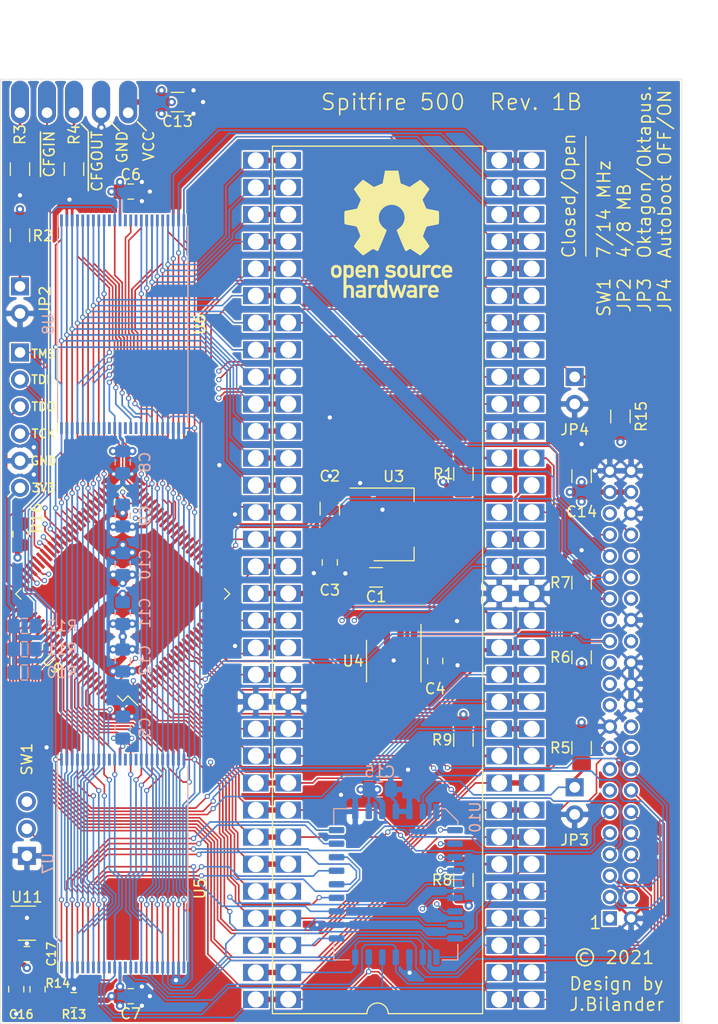
<source format=kicad_pcb>
(kicad_pcb (version 20171130) (host pcbnew "(5.1.6-0)")
  (layers (0 F.Cu signal) (1 GND.Cu power) (2 VCC.Cu power) (31 B.Cu signal) (34 B.Paste user) (35 F.Paste user) (36 B.SilkS user) (37 F.SilkS user) (38 B.Mask user) (39 F.Mask user) (44 Edge.Cuts user))
  (net 0 "")
  (net 1 GND)
  (net 2 D5)
  (net 3 A4)
  (net 4 D6)
  (net 5 A3)
  (net 6 D7)
  (net 7 A2)
  (net 8 D8)
  (net 9 A1)
  (net 10 D9)
  (net 11 D10)
  (net 12 D11)
  (net 13 D12)
  (net 14 D13)
  (net 15 D14)
  (net 16 D15)
  (net 17 A23)
  (net 18 A22)
  (net 19 A21)
  (net 20 RESET)
  (net 21 VCC)
  (net 22 HALT)
  (net 23 A20)
  (net 24 A19)
  (net 25 A18)
  (net 26 A17)
  (net 27 A16)
  (net 28 A15)
  (net 29 A14)
  (net 30 A13)
  (net 31 RW)
  (net 32 A12)
  (net 33 LDS)
  (net 34 A11)
  (net 35 UDS)
  (net 36 A10)
  (net 37 A9)
  (net 38 D0)
  (net 39 A8)
  (net 40 D1)
  (net 41 A7)
  (net 42 D2)
  (net 43 A6)
  (net 44 D3)
  (net 45 A5)
  (net 46 D4)
  (net 47 OE_BANK0)
  (net 48 OE_BANK1)
  (net 49 FC0)
  (net 50 FC1)
  (net 51 FC2)
  (net 52 IPL0)
  (net 53 IPL1)
  (net 54 IPL2)
  (net 55 BERR)
  (net 56 VPA)
  (net 57 E)
  (net 58 VMA)
  (net 59 BR)
  (net 60 BGACK)
  (net 61 BG)
  (net 62 "Net-(U4-Pad8)")
  (net 63 "Net-(U5-Pad43)")
  (net 64 "Net-(U5-Pad41)")
  (net 65 "Net-(U5-Pad39)")
  (net 66 "Net-(U5-Pad36)")
  (net 67 "Net-(U5-Pad34)")
  (net 68 "Net-(U5-Pad32)")
  (net 69 "Net-(U5-Pad30)")
  (net 70 "Net-(U5-Pad15)")
  (net 71 "Net-(U5-Pad14)")
  (net 72 "Net-(U5-Pad13)")
  (net 73 WE_BANK0_ODD)
  (net 74 "Net-(U5-Pad10)")
  (net 75 "Net-(U6-Pad43)")
  (net 76 "Net-(U6-Pad41)")
  (net 77 "Net-(U6-Pad39)")
  (net 78 "Net-(U6-Pad36)")
  (net 79 "Net-(U6-Pad34)")
  (net 80 "Net-(U6-Pad32)")
  (net 81 "Net-(U6-Pad30)")
  (net 82 "Net-(U6-Pad15)")
  (net 83 "Net-(U6-Pad14)")
  (net 84 "Net-(U6-Pad13)")
  (net 85 WE_BANK0_EVEN)
  (net 86 "Net-(U6-Pad10)")
  (net 87 "Net-(U7-Pad43)")
  (net 88 "Net-(U7-Pad41)")
  (net 89 "Net-(U7-Pad39)")
  (net 90 "Net-(U7-Pad36)")
  (net 91 "Net-(U7-Pad34)")
  (net 92 "Net-(U7-Pad32)")
  (net 93 "Net-(U7-Pad30)")
  (net 94 "Net-(U7-Pad15)")
  (net 95 "Net-(U7-Pad14)")
  (net 96 "Net-(U7-Pad13)")
  (net 97 WE_BANK1_ODD)
  (net 98 "Net-(U7-Pad10)")
  (net 99 WE_BANK1_EVEN)
  (net 100 3V3)
  (net 101 C7M_RAW)
  (net 102 DTACK_MB)
  (net 103 AS_MB)
  (net 104 "Net-(U2-Pad20)")
  (net 105 "Net-(U2-Pad19)")
  (net 106 CLKCPU)
  (net 107 DTACK_CPU)
  (net 108 AS_CPU)
  (net 109 C14M)
  (net 110 C7M)
  (net 111 "Net-(U8-Pad10)")
  (net 112 "Net-(U8-Pad13)")
  (net 113 "Net-(U8-Pad14)")
  (net 114 "Net-(U8-Pad15)")
  (net 115 "Net-(U8-Pad30)")
  (net 116 "Net-(U8-Pad32)")
  (net 117 "Net-(U8-Pad34)")
  (net 118 "Net-(U8-Pad36)")
  (net 119 "Net-(U8-Pad39)")
  (net 120 "Net-(U8-Pad41)")
  (net 121 "Net-(U8-Pad43)")
  (net 122 TDO)
  (net 123 TCK)
  (net 124 TMS)
  (net 125 TDI)
  (net 126 IDE_IOR)
  (net 127 IDE_IOW)
  (net 128 IDE_CS1)
  (net 129 IDE_CS0)
  (net 130 IDE_IRQ)
  (net 131 IDE_IORDY)
  (net 132 ROM_OE)
  (net 133 "Net-(J4-Pad39)")
  (net 134 "Net-(J4-Pad34)")
  (net 135 "Net-(J4-Pad32)")
  (net 136 "Net-(J4-Pad29)")
  (net 137 "Net-(J4-Pad28)")
  (net 138 "Net-(J4-Pad21)")
  (net 139 "Net-(J4-Pad20)")
  (net 140 "Net-(J2-Pad1)")
  (net 141 CFGOUT)
  (net 142 CFGIN)
  (net 143 "Net-(JP2-Pad1)")
  (net 144 "Net-(JP3-Pad1)")
  (net 145 "Net-(C16-Pad2)")
  (net 146 "Net-(SW1-Pad3)")
  (net 147 SW1)
  (net 148 "Net-(U11-Pad4)")
  (net 149 "Net-(R1-Pad2)")
  (net 150 "Net-(JP4-Pad1)")
  (net 151 "Net-(J2-Pad3)")
  (net 152 "Net-(R13-Pad1)")
  (module SF500:DIP-64_W22.86mm_LongPads (layer F.Cu) (at 154.511 120.96 180)
    (fp_text reference U1 hide)
    (fp_text value 68000D_MB_socket hide)
    (pad 1 thru_hole rect (at 0 0 180) (size 2.4 1.6) (drill 1.5) (layers *.Cu *.Mask) (net 46 D4))
    (pad 33 thru_hole rect (at 22.86 78.74 180) (size 2.4 1.6) (drill 1.5) (layers *.Cu *.Mask) (net 45 A5))
    (pad 2 thru_hole rect (at 0 2.54 180) (size 2.4 1.6) (drill 1.5) (layers *.Cu *.Mask) (net 44 D3))
    (pad 34 thru_hole rect (at 22.86 76.2 180) (size 2.4 1.6) (drill 1.5) (layers *.Cu *.Mask) (net 43 A6))
    (pad 3 thru_hole rect (at 0 5.08 180) (size 2.4 1.6) (drill 1.5) (layers *.Cu *.Mask) (net 42 D2))
    (pad 35 thru_hole rect (at 22.86 73.66 180) (size 2.4 1.6) (drill 1.5) (layers *.Cu *.Mask) (net 41 A7))
    (pad 4 thru_hole rect (at 0 7.62 180) (size 2.4 1.6) (drill 1.5) (layers *.Cu *.Mask) (net 40 D1))
    (pad 36 thru_hole rect (at 22.86 71.12 180) (size 2.4 1.6) (drill 1.5) (layers *.Cu *.Mask) (net 39 A8))
    (pad 5 thru_hole rect (at 0 10.16 180) (size 2.4 1.6) (drill 1.5) (layers *.Cu *.Mask) (net 38 D0))
    (pad 37 thru_hole rect (at 22.86 68.58 180) (size 2.4 1.6) (drill 1.5) (layers *.Cu *.Mask) (net 37 A9))
    (pad 6 thru_hole rect (at 0 12.7 180) (size 2.4 1.6) (drill 1.5) (layers *.Cu *.Mask) (net 103 AS_MB))
    (pad 38 thru_hole rect (at 22.86 66.04 180) (size 2.4 1.6) (drill 1.5) (layers *.Cu *.Mask) (net 36 A10))
    (pad 7 thru_hole rect (at 0 15.24 180) (size 2.4 1.6) (drill 1.5) (layers *.Cu *.Mask) (net 35 UDS))
    (pad 39 thru_hole rect (at 22.86 63.5 180) (size 2.4 1.6) (drill 1.5) (layers *.Cu *.Mask) (net 34 A11))
    (pad 8 thru_hole rect (at 0 17.78 180) (size 2.4 1.6) (drill 1.5) (layers *.Cu *.Mask) (net 33 LDS))
    (pad 40 thru_hole rect (at 22.86 60.96 180) (size 2.4 1.6) (drill 1.5) (layers *.Cu *.Mask) (net 32 A12))
    (pad 9 thru_hole rect (at 0 20.32 180) (size 2.4 1.6) (drill 1.5) (layers *.Cu *.Mask) (net 31 RW))
    (pad 41 thru_hole rect (at 22.86 58.42 180) (size 2.4 1.6) (drill 1.5) (layers *.Cu *.Mask) (net 30 A13))
    (pad 10 thru_hole rect (at 0 22.86 180) (size 2.4 1.6) (drill 1.5) (layers *.Cu *.Mask) (net 102 DTACK_MB))
    (pad 42 thru_hole rect (at 22.86 55.88 180) (size 2.4 1.6) (drill 1.5) (layers *.Cu *.Mask) (net 29 A14))
    (pad 11 thru_hole rect (at 0 25.4 180) (size 2.4 1.6) (drill 1.5) (layers *.Cu *.Mask) (net 61 BG))
    (pad 43 thru_hole rect (at 22.86 53.34 180) (size 2.4 1.6) (drill 1.5) (layers *.Cu *.Mask) (net 28 A15))
    (pad 12 thru_hole rect (at 0 27.94 180) (size 2.4 1.6) (drill 1.5) (layers *.Cu *.Mask) (net 60 BGACK))
    (pad 44 thru_hole rect (at 22.86 50.8 180) (size 2.4 1.6) (drill 1.5) (layers *.Cu *.Mask) (net 27 A16))
    (pad 13 thru_hole rect (at 0 30.48 180) (size 2.4 1.6) (drill 1.5) (layers *.Cu *.Mask) (net 59 BR))
    (pad 45 thru_hole rect (at 22.86 48.26 180) (size 2.4 1.6) (drill 1.5) (layers *.Cu *.Mask) (net 26 A17))
    (pad 14 thru_hole rect (at 0 33.02 180) (size 2.4 1.6) (drill 1.5) (layers *.Cu *.Mask) (net 21 VCC))
    (pad 46 thru_hole rect (at 22.86 45.72 180) (size 2.4 1.6) (drill 1.5) (layers *.Cu *.Mask) (net 25 A18))
    (pad 15 thru_hole rect (at 0 35.56 180) (size 2.4 1.6) (drill 1.5) (layers *.Cu *.Mask) (net 101 C7M_RAW))
    (pad 47 thru_hole rect (at 22.86 43.18 180) (size 2.4 1.6) (drill 1.5) (layers *.Cu *.Mask) (net 24 A19))
    (pad 16 thru_hole rect (at 0 38.1 180) (size 2.4 1.6) (drill 1.5) (layers *.Cu *.Mask) (net 1 GND))
    (pad 48 thru_hole rect (at 22.86 40.64 180) (size 2.4 1.6) (drill 1.5) (layers *.Cu *.Mask) (net 23 A20))
    (pad 17 thru_hole rect (at 0 40.64 180) (size 2.4 1.6) (drill 1.5) (layers *.Cu *.Mask) (net 22 HALT))
    (pad 49 thru_hole rect (at 22.86 38.1 180) (size 2.4 1.6) (drill 1.5) (layers *.Cu *.Mask) (net 21 VCC))
    (pad 18 thru_hole rect (at 0 43.18 180) (size 2.4 1.6) (drill 1.5) (layers *.Cu *.Mask) (net 20 RESET))
    (pad 50 thru_hole rect (at 22.86 35.56 180) (size 2.4 1.6) (drill 1.5) (layers *.Cu *.Mask) (net 19 A21))
    (pad 19 thru_hole rect (at 0 45.72 180) (size 2.4 1.6) (drill 1.5) (layers *.Cu *.Mask) (net 58 VMA))
    (pad 51 thru_hole rect (at 22.86 33.02 180) (size 2.4 1.6) (drill 1.5) (layers *.Cu *.Mask) (net 18 A22))
    (pad 20 thru_hole rect (at 0 48.26 180) (size 2.4 1.6) (drill 1.5) (layers *.Cu *.Mask) (net 57 E))
    (pad 52 thru_hole rect (at 22.86 30.48 180) (size 2.4 1.6) (drill 1.5) (layers *.Cu *.Mask) (net 17 A23))
    (pad 21 thru_hole rect (at 0 50.8 180) (size 2.4 1.6) (drill 1.5) (layers *.Cu *.Mask) (net 56 VPA))
    (pad 53 thru_hole rect (at 22.86 27.94 180) (size 2.4 1.6) (drill 1.5) (layers *.Cu *.Mask) (net 1 GND))
    (pad 22 thru_hole rect (at 0 53.34 180) (size 2.4 1.6) (drill 1.5) (layers *.Cu *.Mask) (net 55 BERR))
    (pad 54 thru_hole rect (at 22.86 25.4 180) (size 2.4 1.6) (drill 1.5) (layers *.Cu *.Mask) (net 16 D15))
    (pad 23 thru_hole rect (at 0 55.88 180) (size 2.4 1.6) (drill 1.5) (layers *.Cu *.Mask) (net 54 IPL2))
    (pad 55 thru_hole rect (at 22.86 22.86 180) (size 2.4 1.6) (drill 1.5) (layers *.Cu *.Mask) (net 15 D14))
    (pad 24 thru_hole rect (at 0 58.42 180) (size 2.4 1.6) (drill 1.5) (layers *.Cu *.Mask) (net 53 IPL1))
    (pad 56 thru_hole rect (at 22.86 20.32 180) (size 2.4 1.6) (drill 1.5) (layers *.Cu *.Mask) (net 14 D13))
    (pad 25 thru_hole rect (at 0 60.96 180) (size 2.4 1.6) (drill 1.5) (layers *.Cu *.Mask) (net 52 IPL0))
    (pad 57 thru_hole rect (at 22.86 17.78 180) (size 2.4 1.6) (drill 1.5) (layers *.Cu *.Mask) (net 13 D12))
    (pad 26 thru_hole rect (at 0 63.5 180) (size 2.4 1.6) (drill 1.5) (layers *.Cu *.Mask) (net 51 FC2))
    (pad 58 thru_hole rect (at 22.86 15.24 180) (size 2.4 1.6) (drill 1.5) (layers *.Cu *.Mask) (net 12 D11))
    (pad 27 thru_hole rect (at 0 66.04 180) (size 2.4 1.6) (drill 1.5) (layers *.Cu *.Mask) (net 50 FC1))
    (pad 59 thru_hole rect (at 22.86 12.7 180) (size 2.4 1.6) (drill 1.5) (layers *.Cu *.Mask) (net 11 D10))
    (pad 28 thru_hole rect (at 0 68.58 180) (size 2.4 1.6) (drill 1.5) (layers *.Cu *.Mask) (net 49 FC0))
    (pad 60 thru_hole rect (at 22.86 10.16 180) (size 2.4 1.6) (drill 1.5) (layers *.Cu *.Mask) (net 10 D9))
    (pad 29 thru_hole rect (at 0 71.12 180) (size 2.4 1.6) (drill 1.5) (layers *.Cu *.Mask) (net 9 A1))
    (pad 61 thru_hole rect (at 22.86 7.62 180) (size 2.4 1.6) (drill 1.5) (layers *.Cu *.Mask) (net 8 D8))
    (pad 30 thru_hole rect (at 0 73.66 180) (size 2.4 1.6) (drill 1.5) (layers *.Cu *.Mask) (net 7 A2))
    (pad 62 thru_hole rect (at 22.86 5.08 180) (size 2.4 1.6) (drill 1.5) (layers *.Cu *.Mask) (net 6 D7))
    (pad 31 thru_hole rect (at 0 76.2 180) (size 2.4 1.6) (drill 1.5) (layers *.Cu *.Mask) (net 5 A3))
    (pad 63 thru_hole rect (at 22.86 2.54 180) (size 2.4 1.6) (drill 1.5) (layers *.Cu *.Mask) (net 4 D6))
    (pad 32 thru_hole rect (at 0 78.74 180) (size 2.4 1.6) (drill 1.5) (layers *.Cu *.Mask) (net 3 A4))
    (pad 64 thru_hole rect (at 22.86 0 180) (size 2.4 1.6) (drill 1.5) (layers *.Cu *.Mask) (net 2 D5))
  )
  (module Resistor_SMD:R_0805_2012Metric_Pad1.15x1.40mm_HandSolder (layer B.Cu) (at 106.886 85.908)
    (fp_text reference R12 (at 3.5052 0) (layer B.SilkS) (effects (justify mirror)))
    (fp_text value 4.7k hide)
    (pad 1 smd roundrect (at -1.025 0) (size 1.15 1.4) (layers B.Cu B.Paste B.Mask) (roundrect_rratio 0.217391) (net 100 3V3))
    (pad 2 smd roundrect (at 1.025 0) (size 1.15 1.4) (layers B.Cu B.Paste B.Mask) (roundrect_rratio 0.217391) (net 123 TCK))
  )
  (module Resistor_SMD:R_0805_2012Metric_Pad1.15x1.40mm_HandSolder (layer B.Cu) (at 106.886 88.0924)
    (fp_text reference R11 (at 3.5052 0) (layer B.SilkS) (effects (justify mirror)))
    (fp_text value 4.7k hide)
    (pad 2 smd roundrect (at 1.025 0) (size 1.15 1.4) (layers B.Cu B.Paste B.Mask) (roundrect_rratio 0.217391) (net 125 TDI))
    (pad 1 smd roundrect (at -1.025 0) (size 1.15 1.4) (layers B.Cu B.Paste B.Mask) (roundrect_rratio 0.217391) (net 100 3V3))
  )
  (module Resistor_SMD:R_0805_2012Metric_Pad1.15x1.40mm_HandSolder (layer B.Cu) (at 106.886 90.2768)
    (fp_text reference R10 (at 3.5052 0) (layer B.SilkS) (effects (justify mirror)))
    (fp_text value 4.7k hide)
    (pad 2 smd roundrect (at 1.025 0) (size 1.15 1.4) (layers B.Cu B.Paste B.Mask) (roundrect_rratio 0.217391) (net 124 TMS))
    (pad 1 smd roundrect (at -1.025 0) (size 1.15 1.4) (layers B.Cu B.Paste B.Mask) (roundrect_rratio 0.217391) (net 100 3V3))
  )
  (module Resistor_SMD:R_1206_3216Metric_Pad1.42x1.75mm_HandSolder (layer F.Cu) (at 111.52912 43.04804 270)
    (fp_text reference R4 (at -3.24612 0 90) (layer F.SilkS))
    (fp_text value 33 hide)
    (pad 2 smd roundrect (at 1.4875 0 270) (size 1.425 1.75) (layers F.Cu F.Paste F.Mask) (roundrect_rratio 0.175439) (net 141 CFGOUT))
    (pad 1 smd roundrect (at -1.4875 0 270) (size 1.425 1.75) (layers F.Cu F.Paste F.Mask) (roundrect_rratio 0.175439) (net 151 "Net-(J2-Pad3)"))
  )
  (module Connector_PinHeader_2.54mm:PinHeader_1x02_P2.54mm_Vertical (layer F.Cu) (at 158.5496 62.54)
    (fp_text reference JP4 (at 0.0004 4.96) (layer F.SilkS))
    (fp_text value Jumper_2_Open hide)
    (pad 1 thru_hole rect (at 0 0) (size 1.7 1.7) (drill 1) (layers *.Cu *.Mask) (net 150 "Net-(JP4-Pad1)"))
    (pad 2 thru_hole oval (at 0 2.54) (size 1.7 1.7) (drill 1) (layers *.Cu *.Mask) (net 1 GND))
  )
  (module Resistor_SMD:R_1206_3216Metric_Pad1.42x1.75mm_HandSolder (layer F.Cu) (at 162.85 66.25 90)
    (fp_text reference R15 (at 0 1.95 90) (layer F.SilkS))
    (fp_text value 10k hide)
    (pad 2 smd roundrect (at 1.4875 0 90) (size 1.425 1.75) (layers F.Cu F.Paste F.Mask) (roundrect_rratio 0.175439) (net 150 "Net-(JP4-Pad1)"))
    (pad 1 smd roundrect (at -1.4875 0 90) (size 1.425 1.75) (layers F.Cu F.Paste F.Mask) (roundrect_rratio 0.175439) (net 21 VCC))
  )
  (module Package_DIP:DIP-64_W22.86mm_LongPads (layer F.Cu) (at 151.463 120.96 180)
    (fp_text reference U2 hide)
    (fp_text value 68000D_CPU_socket hide)
    (pad 64 thru_hole rect (at 22.86 0 180) (size 2.4 1.6) (drill 1.5) (layers *.Cu *.Mask) (net 2 D5))
    (pad 32 thru_hole rect (at 0 78.74 180) (size 2.4 1.6) (drill 1.5) (layers *.Cu *.Mask) (net 3 A4))
    (pad 63 thru_hole rect (at 22.86 2.54 180) (size 2.4 1.6) (drill 1.5) (layers *.Cu *.Mask) (net 4 D6))
    (pad 31 thru_hole rect (at 0 76.2 180) (size 2.4 1.6) (drill 1.5) (layers *.Cu *.Mask) (net 5 A3))
    (pad 62 thru_hole rect (at 22.86 5.08 180) (size 2.4 1.6) (drill 1.5) (layers *.Cu *.Mask) (net 6 D7))
    (pad 30 thru_hole rect (at 0 73.66 180) (size 2.4 1.6) (drill 1.5) (layers *.Cu *.Mask) (net 7 A2))
    (pad 61 thru_hole rect (at 22.86 7.62 180) (size 2.4 1.6) (drill 1.5) (layers *.Cu *.Mask) (net 8 D8))
    (pad 29 thru_hole rect (at 0 71.12 180) (size 2.4 1.6) (drill 1.5) (layers *.Cu *.Mask) (net 9 A1))
    (pad 60 thru_hole rect (at 22.86 10.16 180) (size 2.4 1.6) (drill 1.5) (layers *.Cu *.Mask) (net 10 D9))
    (pad 28 thru_hole rect (at 0 68.58 180) (size 2.4 1.6) (drill 1.5) (layers *.Cu *.Mask) (net 49 FC0))
    (pad 59 thru_hole rect (at 22.86 12.7 180) (size 2.4 1.6) (drill 1.5) (layers *.Cu *.Mask) (net 11 D10))
    (pad 27 thru_hole rect (at 0 66.04 180) (size 2.4 1.6) (drill 1.5) (layers *.Cu *.Mask) (net 50 FC1))
    (pad 58 thru_hole rect (at 22.86 15.24 180) (size 2.4 1.6) (drill 1.5) (layers *.Cu *.Mask) (net 12 D11))
    (pad 26 thru_hole rect (at 0 63.5 180) (size 2.4 1.6) (drill 1.5) (layers *.Cu *.Mask) (net 51 FC2))
    (pad 57 thru_hole rect (at 22.86 17.78 180) (size 2.4 1.6) (drill 1.5) (layers *.Cu *.Mask) (net 13 D12))
    (pad 25 thru_hole rect (at 0 60.96 180) (size 2.4 1.6) (drill 1.5) (layers *.Cu *.Mask) (net 52 IPL0))
    (pad 56 thru_hole rect (at 22.86 20.32 180) (size 2.4 1.6) (drill 1.5) (layers *.Cu *.Mask) (net 14 D13))
    (pad 24 thru_hole rect (at 0 58.42 180) (size 2.4 1.6) (drill 1.5) (layers *.Cu *.Mask) (net 53 IPL1))
    (pad 55 thru_hole rect (at 22.86 22.86 180) (size 2.4 1.6) (drill 1.5) (layers *.Cu *.Mask) (net 15 D14))
    (pad 23 thru_hole rect (at 0 55.88 180) (size 2.4 1.6) (drill 1.5) (layers *.Cu *.Mask) (net 54 IPL2))
    (pad 54 thru_hole rect (at 22.86 25.4 180) (size 2.4 1.6) (drill 1.5) (layers *.Cu *.Mask) (net 16 D15))
    (pad 22 thru_hole rect (at 0 53.34 180) (size 2.4 1.6) (drill 1.5) (layers *.Cu *.Mask) (net 55 BERR))
    (pad 53 thru_hole rect (at 22.86 27.94 180) (size 2.4 1.6) (drill 1.5) (layers *.Cu *.Mask) (net 1 GND))
    (pad 21 thru_hole rect (at 0 50.8 180) (size 2.4 1.6) (drill 1.5) (layers *.Cu *.Mask) (net 149 "Net-(R1-Pad2)"))
    (pad 52 thru_hole rect (at 22.86 30.48 180) (size 2.4 1.6) (drill 1.5) (layers *.Cu *.Mask) (net 17 A23))
    (pad 20 thru_hole rect (at 0 48.26 180) (size 2.4 1.6) (drill 1.5) (layers *.Cu *.Mask) (net 104 "Net-(U2-Pad20)"))
    (pad 51 thru_hole rect (at 22.86 33.02 180) (size 2.4 1.6) (drill 1.5) (layers *.Cu *.Mask) (net 18 A22))
    (pad 19 thru_hole rect (at 0 45.72 180) (size 2.4 1.6) (drill 1.5) (layers *.Cu *.Mask) (net 105 "Net-(U2-Pad19)"))
    (pad 50 thru_hole rect (at 22.86 35.56 180) (size 2.4 1.6) (drill 1.5) (layers *.Cu *.Mask) (net 19 A21))
    (pad 18 thru_hole rect (at 0 43.18 180) (size 2.4 1.6) (drill 1.5) (layers *.Cu *.Mask) (net 20 RESET))
    (pad 49 thru_hole rect (at 22.86 38.1 180) (size 2.4 1.6) (drill 1.5) (layers *.Cu *.Mask) (net 21 VCC))
    (pad 17 thru_hole rect (at 0 40.64 180) (size 2.4 1.6) (drill 1.5) (layers *.Cu *.Mask) (net 22 HALT))
    (pad 48 thru_hole rect (at 22.86 40.64 180) (size 2.4 1.6) (drill 1.5) (layers *.Cu *.Mask) (net 23 A20))
    (pad 16 thru_hole rect (at 0 38.1 180) (size 2.4 1.6) (drill 1.5) (layers *.Cu *.Mask) (net 1 GND))
    (pad 47 thru_hole rect (at 22.86 43.18 180) (size 2.4 1.6) (drill 1.5) (layers *.Cu *.Mask) (net 24 A19))
    (pad 15 thru_hole rect (at 0 35.56 180) (size 2.4 1.6) (drill 1.5) (layers *.Cu *.Mask) (net 106 CLKCPU))
    (pad 46 thru_hole rect (at 22.86 45.72 180) (size 2.4 1.6) (drill 1.5) (layers *.Cu *.Mask) (net 25 A18))
    (pad 14 thru_hole rect (at 0 33.02 180) (size 2.4 1.6) (drill 1.5) (layers *.Cu *.Mask) (net 21 VCC))
    (pad 45 thru_hole rect (at 22.86 48.26 180) (size 2.4 1.6) (drill 1.5) (layers *.Cu *.Mask) (net 26 A17))
    (pad 13 thru_hole rect (at 0 30.48 180) (size 2.4 1.6) (drill 1.5) (layers *.Cu *.Mask) (net 59 BR))
    (pad 44 thru_hole rect (at 22.86 50.8 180) (size 2.4 1.6) (drill 1.5) (layers *.Cu *.Mask) (net 27 A16))
    (pad 12 thru_hole rect (at 0 27.94 180) (size 2.4 1.6) (drill 1.5) (layers *.Cu *.Mask) (net 60 BGACK))
    (pad 43 thru_hole rect (at 22.86 53.34 180) (size 2.4 1.6) (drill 1.5) (layers *.Cu *.Mask) (net 28 A15))
    (pad 11 thru_hole rect (at 0 25.4 180) (size 2.4 1.6) (drill 1.5) (layers *.Cu *.Mask) (net 61 BG))
    (pad 42 thru_hole rect (at 22.86 55.88 180) (size 2.4 1.6) (drill 1.5) (layers *.Cu *.Mask) (net 29 A14))
    (pad 10 thru_hole rect (at 0 22.86 180) (size 2.4 1.6) (drill 1.5) (layers *.Cu *.Mask) (net 107 DTACK_CPU))
    (pad 41 thru_hole rect (at 22.86 58.42 180) (size 2.4 1.6) (drill 1.5) (layers *.Cu *.Mask) (net 30 A13))
    (pad 9 thru_hole rect (at 0 20.32 180) (size 2.4 1.6) (drill 1.5) (layers *.Cu *.Mask) (net 31 RW))
    (pad 40 thru_hole rect (at 22.86 60.96 180) (size 2.4 1.6) (drill 1.5) (layers *.Cu *.Mask) (net 32 A12))
    (pad 8 thru_hole rect (at 0 17.78 180) (size 2.4 1.6) (drill 1.5) (layers *.Cu *.Mask) (net 33 LDS))
    (pad 39 thru_hole rect (at 22.86 63.5 180) (size 2.4 1.6) (drill 1.5) (layers *.Cu *.Mask) (net 34 A11))
    (pad 7 thru_hole rect (at 0 15.24 180) (size 2.4 1.6) (drill 1.5) (layers *.Cu *.Mask) (net 35 UDS))
    (pad 38 thru_hole rect (at 22.86 66.04 180) (size 2.4 1.6) (drill 1.5) (layers *.Cu *.Mask) (net 36 A10))
    (pad 6 thru_hole rect (at 0 12.7 180) (size 2.4 1.6) (drill 1.5) (layers *.Cu *.Mask) (net 108 AS_CPU))
    (pad 37 thru_hole rect (at 22.86 68.58 180) (size 2.4 1.6) (drill 1.5) (layers *.Cu *.Mask) (net 37 A9))
    (pad 5 thru_hole rect (at 0 10.16 180) (size 2.4 1.6) (drill 1.5) (layers *.Cu *.Mask) (net 38 D0))
    (pad 36 thru_hole rect (at 22.86 71.12 180) (size 2.4 1.6) (drill 1.5) (layers *.Cu *.Mask) (net 39 A8))
    (pad 4 thru_hole rect (at 0 7.62 180) (size 2.4 1.6) (drill 1.5) (layers *.Cu *.Mask) (net 40 D1))
    (pad 35 thru_hole rect (at 22.86 73.66 180) (size 2.4 1.6) (drill 1.5) (layers *.Cu *.Mask) (net 41 A7))
    (pad 3 thru_hole rect (at 0 5.08 180) (size 2.4 1.6) (drill 1.5) (layers *.Cu *.Mask) (net 42 D2))
    (pad 34 thru_hole rect (at 22.86 76.2 180) (size 2.4 1.6) (drill 1.5) (layers *.Cu *.Mask) (net 43 A6))
    (pad 2 thru_hole rect (at 0 2.54 180) (size 2.4 1.6) (drill 1.5) (layers *.Cu *.Mask) (net 44 D3))
    (pad 33 thru_hole rect (at 22.86 78.74 180) (size 2.4 1.6) (drill 1.5) (layers *.Cu *.Mask) (net 45 A5))
    (pad 1 thru_hole rect (at 0 0 180) (size 2.4 1.6) (drill 1.5) (layers *.Cu *.Mask) (net 46 D4))
  )
  (module Resistor_SMD:R_1206_3216Metric_Pad1.42x1.75mm_HandSolder (layer F.Cu) (at 148.1 71.6475 90)
    (fp_text reference R1 (at 0.0143 -1.8923 180) (layer F.SilkS))
    (fp_text value 10k hide)
    (pad 2 smd roundrect (at 1.4875 0 90) (size 1.425 1.75) (layers F.Cu F.Paste F.Mask) (roundrect_rratio 0.175439) (net 149 "Net-(R1-Pad2)"))
    (pad 1 smd roundrect (at -1.4875 0 90) (size 1.425 1.75) (layers F.Cu F.Paste F.Mask) (roundrect_rratio 0.175439) (net 21 VCC))
  )
  (module Connector_PinHeader_2.54mm:PinHeader_1x03_P2.54mm_Vertical (layer F.Cu) (at 107.1 107.48 180)
    (fp_text reference SW1 (at 0 9.0625 270) (layer F.SilkS))
    (fp_text value SW_SPDT hide)
    (pad 3 thru_hole oval (at 0 5.08 180) (size 1.7 1.7) (drill 1) (layers *.Cu *.Mask) (net 146 "Net-(SW1-Pad3)"))
    (pad 2 thru_hole oval (at 0 2.54 180) (size 1.7 1.7) (drill 1) (layers *.Cu *.Mask) (net 152 "Net-(R13-Pad1)"))
    (pad 1 thru_hole rect (at 0 0 180) (size 1.7 1.7) (drill 1) (layers *.Cu *.Mask) (net 1 GND))
  )
  (module Package_SO:TSOP-6_1.65x3.05mm_P0.95mm (layer F.Cu) (at 107.1 113.8)
    (fp_text reference U11 (at 0 -2.45) (layer F.SilkS))
    (fp_text value 74HCT2G14 hide)
    (pad 6 smd rect (at 1.16 -0.95) (size 0.7 0.51) (layers F.Cu F.Paste F.Mask) (net 147 SW1))
    (pad 5 smd rect (at 1.16 0) (size 0.7 0.51) (layers F.Cu F.Paste F.Mask) (net 21 VCC))
    (pad 4 smd rect (at 1.16 0.95) (size 0.7 0.51) (layers F.Cu F.Paste F.Mask) (net 148 "Net-(U11-Pad4)"))
    (pad 3 smd rect (at -1.16 0.95) (size 0.7 0.51) (layers F.Cu F.Paste F.Mask) (net 1 GND))
    (pad 2 smd rect (at -1.16 0) (size 0.7 0.51) (layers F.Cu F.Paste F.Mask) (net 1 GND))
    (pad 1 smd rect (at -1.16 -0.95) (size 0.7 0.51) (layers F.Cu F.Paste F.Mask) (net 145 "Net-(C16-Pad2)"))
  )
  (module Resistor_SMD:R_0805_2012Metric_Pad1.15x1.40mm_HandSolder (layer F.Cu) (at 108.1 120 90)
    (fp_text reference R14 (at 0.564 1.8975 180) (layer F.SilkS) (effects (font (size 0.8 0.8))))
    (fp_text value 10k hide)
    (pad 2 smd roundrect (at 1.025 0 90) (size 1.15 1.4) (layers F.Cu F.Paste F.Mask) (roundrect_rratio 0.217391) (net 145 "Net-(C16-Pad2)"))
    (pad 1 smd roundrect (at -1.025 0 90) (size 1.15 1.4) (layers F.Cu F.Paste F.Mask) (roundrect_rratio 0.217391) (net 152 "Net-(R13-Pad1)"))
  )
  (module Resistor_SMD:R_0805_2012Metric_Pad1.15x1.40mm_HandSolder (layer F.Cu) (at 111.5 121.0235)
    (fp_text reference R13 (at 0.0215 1.3335) (layer F.SilkS) (effects (font (size 0.8 0.8))))
    (fp_text value 10k hide)
    (pad 2 smd roundrect (at 1.025 0) (size 1.15 1.4) (layers F.Cu F.Paste F.Mask) (roundrect_rratio 0.217391) (net 21 VCC))
    (pad 1 smd roundrect (at -1.025 0) (size 1.15 1.4) (layers F.Cu F.Paste F.Mask) (roundrect_rratio 0.217391) (net 152 "Net-(R13-Pad1)"))
  )
  (module Capacitor_SMD:C_0805_2012Metric_Pad1.15x1.40mm_HandSolder (layer F.Cu) (at 107.1 116.7)
    (fp_text reference C17 (at 2.3 0 90) (layer F.SilkS) (effects (font (size 0.8 0.8))))
    (fp_text value 0.1uF hide)
    (pad 2 smd roundrect (at 1.025 0) (size 1.15 1.4) (layers F.Cu F.Paste F.Mask) (roundrect_rratio 0.217391) (net 1 GND))
    (pad 1 smd roundrect (at -1.025 0) (size 1.15 1.4) (layers F.Cu F.Paste F.Mask) (roundrect_rratio 0.217391) (net 21 VCC))
  )
  (module Capacitor_SMD:C_0805_2012Metric_Pad1.15x1.40mm_HandSolder (layer F.Cu) (at 106.1 120 90)
    (fp_text reference C16 (at -2.357 0.4685) (layer F.SilkS) (effects (font (size 0.8 0.8))))
    (fp_text value 0.1uF hide)
    (pad 2 smd roundrect (at 1.025 0 90) (size 1.15 1.4) (layers F.Cu F.Paste F.Mask) (roundrect_rratio 0.217391) (net 145 "Net-(C16-Pad2)"))
    (pad 1 smd roundrect (at -1.025 0 90) (size 1.15 1.4) (layers F.Cu F.Paste F.Mask) (roundrect_rratio 0.217391) (net 1 GND))
  )
  (module Resistor_SMD:R_0805_2012Metric_Pad1.15x1.40mm_HandSolder (layer F.Cu) (at 106.5 77.3 270)
    (fp_text reference R16 (at -1.5 -1.5 90) (layer F.SilkS))
    (fp_text value 10k hide)
    (pad 2 smd roundrect (at 1.025 0 270) (size 1.15 1.4) (layers F.Cu F.Paste F.Mask) (roundrect_rratio 0.217391) (net 21 VCC))
    (pad 1 smd roundrect (at -1.025 0 270) (size 1.15 1.4) (layers F.Cu F.Paste F.Mask) (roundrect_rratio 0.217391) (net 142 CFGIN))
  )
  (module Resistor_SMD:R_1206_3216Metric_Pad1.42x1.75mm_HandSolder (layer F.Cu) (at 148.1 96.6 90)
    (fp_text reference R9 (at 0 -2 180) (layer F.SilkS))
    (fp_text value 1k hide)
    (pad 2 smd roundrect (at 1.4875 0 90) (size 1.425 1.75) (layers F.Cu F.Paste F.Mask) (roundrect_rratio 0.175439) (net 21 VCC))
    (pad 1 smd roundrect (at -1.4875 0 90) (size 1.425 1.75) (layers F.Cu F.Paste F.Mask) (roundrect_rratio 0.175439) (net 107 DTACK_CPU))
  )
  (module Resistor_SMD:R_1206_3216Metric_Pad1.42x1.75mm_HandSolder (layer F.Cu) (at 148.1 109.75 270)
    (fp_text reference R8 (at 0 2) (layer F.SilkS))
    (fp_text value 4.7k hide)
    (pad 2 smd roundrect (at 1.4875 0 270) (size 1.425 1.75) (layers F.Cu F.Paste F.Mask) (roundrect_rratio 0.175439) (net 21 VCC))
    (pad 1 smd roundrect (at -1.4875 0 270) (size 1.425 1.75) (layers F.Cu F.Paste F.Mask) (roundrect_rratio 0.175439) (net 108 AS_CPU))
  )
  (module Symbol:OSHW-Logo_11.4x12mm_SilkScreen (layer F.Cu) (at 141.35 49.15)
    (fp_text reference REF** hide)
    (fp_text value OSHW-Logo_11.4x12mm_SilkScreen hide)
  )
  (module Connector_PinSocket_2.00mm:PinSocket_2x22_P2.00mm_Horizontal (layer F.Cu) (at 161.85 113.35 180)
    (fp_text reference J4 hide)
    (fp_text value ide_ata_44_pin hide)
    (pad 44 thru_hole oval (at -2 42 180) (size 1.35 1.35) (drill 0.8) (layers *.Cu *.Mask) (net 1 GND))
    (pad 43 thru_hole oval (at 0 42 180) (size 1.35 1.35) (drill 0.8) (layers *.Cu *.Mask) (net 1 GND))
    (pad 42 thru_hole oval (at -2 40 180) (size 1.35 1.35) (drill 0.8) (layers *.Cu *.Mask) (net 21 VCC))
    (pad 41 thru_hole oval (at 0 40 180) (size 1.35 1.35) (drill 0.8) (layers *.Cu *.Mask) (net 21 VCC))
    (pad 40 thru_hole oval (at -2 38 180) (size 1.35 1.35) (drill 0.8) (layers *.Cu *.Mask) (net 1 GND))
    (pad 39 thru_hole oval (at 0 38 180) (size 1.35 1.35) (drill 0.8) (layers *.Cu *.Mask) (net 133 "Net-(J4-Pad39)"))
    (pad 38 thru_hole oval (at -2 36 180) (size 1.35 1.35) (drill 0.8) (layers *.Cu *.Mask) (net 128 IDE_CS1))
    (pad 37 thru_hole oval (at 0 36 180) (size 1.35 1.35) (drill 0.8) (layers *.Cu *.Mask) (net 129 IDE_CS0))
    (pad 36 thru_hole oval (at -2 34 180) (size 1.35 1.35) (drill 0.8) (layers *.Cu *.Mask) (net 34 A11))
    (pad 35 thru_hole oval (at 0 34 180) (size 1.35 1.35) (drill 0.8) (layers *.Cu *.Mask) (net 37 A9))
    (pad 34 thru_hole oval (at -2 32 180) (size 1.35 1.35) (drill 0.8) (layers *.Cu *.Mask) (net 134 "Net-(J4-Pad34)"))
    (pad 33 thru_hole oval (at 0 32 180) (size 1.35 1.35) (drill 0.8) (layers *.Cu *.Mask) (net 36 A10))
    (pad 32 thru_hole oval (at -2 30 180) (size 1.35 1.35) (drill 0.8) (layers *.Cu *.Mask) (net 135 "Net-(J4-Pad32)"))
    (pad 31 thru_hole oval (at 0 30 180) (size 1.35 1.35) (drill 0.8) (layers *.Cu *.Mask) (net 130 IDE_IRQ))
    (pad 30 thru_hole oval (at -2 28 180) (size 1.35 1.35) (drill 0.8) (layers *.Cu *.Mask) (net 1 GND))
    (pad 29 thru_hole oval (at 0 28 180) (size 1.35 1.35) (drill 0.8) (layers *.Cu *.Mask) (net 136 "Net-(J4-Pad29)"))
    (pad 28 thru_hole oval (at -2 26 180) (size 1.35 1.35) (drill 0.8) (layers *.Cu *.Mask) (net 137 "Net-(J4-Pad28)"))
    (pad 27 thru_hole oval (at 0 26 180) (size 1.35 1.35) (drill 0.8) (layers *.Cu *.Mask) (net 131 IDE_IORDY))
    (pad 26 thru_hole oval (at -2 24 180) (size 1.35 1.35) (drill 0.8) (layers *.Cu *.Mask) (net 1 GND))
    (pad 25 thru_hole oval (at 0 24 180) (size 1.35 1.35) (drill 0.8) (layers *.Cu *.Mask) (net 126 IDE_IOR))
    (pad 24 thru_hole oval (at -2 22 180) (size 1.35 1.35) (drill 0.8) (layers *.Cu *.Mask) (net 1 GND))
    (pad 23 thru_hole oval (at 0 22 180) (size 1.35 1.35) (drill 0.8) (layers *.Cu *.Mask) (net 127 IDE_IOW))
    (pad 22 thru_hole oval (at -2 20 180) (size 1.35 1.35) (drill 0.8) (layers *.Cu *.Mask) (net 1 GND))
    (pad 21 thru_hole oval (at 0 20 180) (size 1.35 1.35) (drill 0.8) (layers *.Cu *.Mask) (net 138 "Net-(J4-Pad21)"))
    (pad 20 thru_hole oval (at -2 18 180) (size 1.35 1.35) (drill 0.8) (layers *.Cu *.Mask) (net 139 "Net-(J4-Pad20)"))
    (pad 19 thru_hole oval (at 0 18 180) (size 1.35 1.35) (drill 0.8) (layers *.Cu *.Mask) (net 1 GND))
    (pad 18 thru_hole oval (at -2 16 180) (size 1.35 1.35) (drill 0.8) (layers *.Cu *.Mask) (net 6 D7))
    (pad 17 thru_hole oval (at 0 16 180) (size 1.35 1.35) (drill 0.8) (layers *.Cu *.Mask) (net 8 D8))
    (pad 16 thru_hole oval (at -2 14 180) (size 1.35 1.35) (drill 0.8) (layers *.Cu *.Mask) (net 4 D6))
    (pad 15 thru_hole oval (at 0 14 180) (size 1.35 1.35) (drill 0.8) (layers *.Cu *.Mask) (net 10 D9))
    (pad 14 thru_hole oval (at -2 12 180) (size 1.35 1.35) (drill 0.8) (layers *.Cu *.Mask) (net 2 D5))
    (pad 13 thru_hole oval (at 0 12 180) (size 1.35 1.35) (drill 0.8) (layers *.Cu *.Mask) (net 11 D10))
    (pad 12 thru_hole oval (at -2 10 180) (size 1.35 1.35) (drill 0.8) (layers *.Cu *.Mask) (net 46 D4))
    (pad 11 thru_hole oval (at 0 10 180) (size 1.35 1.35) (drill 0.8) (layers *.Cu *.Mask) (net 12 D11))
    (pad 10 thru_hole oval (at -2 8 180) (size 1.35 1.35) (drill 0.8) (layers *.Cu *.Mask) (net 44 D3))
    (pad 9 thru_hole oval (at 0 8 180) (size 1.35 1.35) (drill 0.8) (layers *.Cu *.Mask) (net 13 D12))
    (pad 8 thru_hole oval (at -2 6 180) (size 1.35 1.35) (drill 0.8) (layers *.Cu *.Mask) (net 42 D2))
    (pad 7 thru_hole oval (at 0 6 180) (size 1.35 1.35) (drill 0.8) (layers *.Cu *.Mask) (net 14 D13))
    (pad 6 thru_hole oval (at -2 4 180) (size 1.35 1.35) (drill 0.8) (layers *.Cu *.Mask) (net 40 D1))
    (pad 5 thru_hole oval (at 0 4 180) (size 1.35 1.35) (drill 0.8) (layers *.Cu *.Mask) (net 15 D14))
    (pad 4 thru_hole oval (at -2 2 180) (size 1.35 1.35) (drill 0.8) (layers *.Cu *.Mask) (net 38 D0))
    (pad 3 thru_hole oval (at 0 2 180) (size 1.35 1.35) (drill 0.8) (layers *.Cu *.Mask) (net 16 D15))
    (pad 2 thru_hole oval (at -2 0 180) (size 1.35 1.35) (drill 0.8) (layers *.Cu *.Mask) (net 1 GND))
    (pad 1 thru_hole rect (at 0 0 180) (size 1.35 1.35) (drill 0.8) (layers *.Cu *.Mask) (net 20 RESET))
  )
  (module Connector_PinHeader_2.54mm:PinHeader_1x02_P2.54mm_Vertical (layer F.Cu) (at 158.55 101.05)
    (fp_text reference JP3 (at 0 4.95) (layer F.SilkS))
    (fp_text value Jumper_2_Open hide)
    (pad 2 thru_hole oval (at 0 2.54) (size 1.7 1.7) (drill 1) (layers *.Cu *.Mask) (net 1 GND))
    (pad 1 thru_hole rect (at 0 0) (size 1.7 1.7) (drill 1) (layers *.Cu *.Mask) (net 144 "Net-(JP3-Pad1)"))
  )
  (module Connector_PinHeader_2.54mm:PinHeader_1x06_P2.54mm_Vertical (layer F.Cu) (at 106.45 60.25)
    (fp_text reference J1 hide)
    (fp_text value Conn_01x06 hide)
    (pad 6 thru_hole oval (at 0 12.7) (size 1.7 1.7) (drill 1) (layers *.Cu *.Mask) (net 100 3V3))
    (pad 5 thru_hole oval (at 0 10.16) (size 1.7 1.7) (drill 1) (layers *.Cu *.Mask) (net 1 GND))
    (pad 4 thru_hole oval (at 0 7.62) (size 1.7 1.7) (drill 1) (layers *.Cu *.Mask) (net 123 TCK))
    (pad 3 thru_hole oval (at 0 5.08) (size 1.7 1.7) (drill 1) (layers *.Cu *.Mask) (net 122 TDO))
    (pad 2 thru_hole oval (at 0 2.54) (size 1.7 1.7) (drill 1) (layers *.Cu *.Mask) (net 125 TDI))
    (pad 1 thru_hole rect (at 0 0) (size 1.7 1.7) (drill 1) (layers *.Cu *.Mask) (net 124 TMS))
  )
  (module Connector_PinHeader_2.54mm:PinHeader_1x02_P2.54mm_Vertical (layer F.Cu) (at 106.45 54.05)
    (fp_text reference JP2 (at 2.35 1.3 270) (layer F.SilkS))
    (fp_text value Jumper_2_Open hide)
    (pad 2 thru_hole oval (at 0 2.54) (size 1.7 1.7) (drill 1) (layers *.Cu *.Mask) (net 1 GND))
    (pad 1 thru_hole rect (at 0 0) (size 1.7 1.7) (drill 1) (layers *.Cu *.Mask) (net 143 "Net-(JP2-Pad1)"))
  )
  (module Connector_PinHeader_2.54mm:PinHeader_1x05_P2.54mm_Horizontal (layer F.Cu) (at 106.45 37.75 90)
    (fp_text reference J2 hide)
    (fp_text value Conn_01x05 hide)
    (pad 5 thru_hole oval (at 0 10.16 90) (size 4 1.7) (drill 1 (offset 1 0)) (layers *.Cu *.Mask) (net 21 VCC))
    (pad 4 thru_hole oval (at 0 7.62 90) (size 4 1.7) (drill 1 (offset 1 0)) (layers *.Cu *.Mask) (net 1 GND))
    (pad 3 thru_hole oval (at 0 5.08 90) (size 4 1.7) (drill 1 (offset 1 0)) (layers *.Cu *.Mask) (net 151 "Net-(J2-Pad3)"))
    (pad 2 thru_hole oval (at 0 2.54 90) (size 4 1.7) (drill 1 (offset 1 0)) (layers *.Cu *.Mask) (net 142 CFGIN))
    (pad 1 thru_hole oval (at 0 0 90) (size 4 1.7) (drill 1 (offset 1 0)) (layers *.Cu *.Mask) (net 140 "Net-(J2-Pad1)"))
  )
  (module Capacitor_SMD:C_0805_2012Metric_Pad1.15x1.40mm_HandSolder (layer B.Cu) (at 140.25 101.25 180)
    (fp_text reference C15 (at 0 1.65) (layer B.SilkS) (effects (justify mirror)))
    (fp_text value 0.1uF hide)
    (pad 2 smd roundrect (at 1.025 0 180) (size 1.15 1.4) (layers B.Cu B.Paste B.Mask) (roundrect_rratio 0.217391) (net 21 VCC))
    (pad 1 smd roundrect (at -1.025 0 180) (size 1.15 1.4) (layers B.Cu B.Paste B.Mask) (roundrect_rratio 0.217391) (net 1 GND))
  )
  (module Resistor_SMD:R_1206_3216Metric_Pad1.42x1.75mm_HandSolder (layer F.Cu) (at 159.2 97.35 90)
    (fp_text reference R5 (at 0 -2 180) (layer F.SilkS))
    (fp_text value 10k hide)
    (pad 2 smd roundrect (at 1.4875 0 90) (size 1.425 1.75) (layers F.Cu F.Paste F.Mask) (roundrect_rratio 0.175439) (net 21 VCC))
    (pad 1 smd roundrect (at -1.4875 0 90) (size 1.425 1.75) (layers F.Cu F.Paste F.Mask) (roundrect_rratio 0.175439) (net 144 "Net-(JP3-Pad1)"))
  )
  (module Resistor_SMD:R_1206_3216Metric_Pad1.42x1.75mm_HandSolder (layer F.Cu) (at 106.45 49.25 90)
    (fp_text reference R2 (at -0.05 2.15 180) (layer F.SilkS))
    (fp_text value 10k hide)
    (pad 2 smd roundrect (at 1.4875 0 90) (size 1.425 1.75) (layers F.Cu F.Paste F.Mask) (roundrect_rratio 0.175439) (net 21 VCC))
    (pad 1 smd roundrect (at -1.4875 0 90) (size 1.425 1.75) (layers F.Cu F.Paste F.Mask) (roundrect_rratio 0.175439) (net 143 "Net-(JP2-Pad1)"))
  )
  (module Package_LCC:PLCC-32_11.4x14.0mm_P1.27mm (layer B.Cu) (at 141.75 110.15 180)
    (fp_text reference U10 (at -7.45 6.3 90) (layer B.SilkS) (effects (justify mirror)))
    (fp_text value 29F040-PLCC-32 hide)
    (pad 32 smd roundrect (at 1.27 6.8375 180) (size 0.6 1.475) (layers B.Cu B.Paste B.Mask) (net 21 VCC))
    (pad 31 smd roundrect (at 2.54 6.8375 180) (size 0.6 1.475) (layers B.Cu B.Paste B.Mask) (net 21 VCC))
    (pad 30 smd roundrect (at 3.81 6.8375 180) (size 0.6 1.475) (layers B.Cu B.Paste B.Mask) (net 1 GND))
    (pad 29 smd roundrect (at 5.5625 5.08 180) (size 1.475 0.6) (layers B.Cu B.Paste B.Mask) (net 28 A15))
    (pad 28 smd roundrect (at 5.5625 3.81 180) (size 1.475 0.6) (layers B.Cu B.Paste B.Mask) (net 29 A14))
    (pad 27 smd roundrect (at 5.5625 2.54 180) (size 1.475 0.6) (layers B.Cu B.Paste B.Mask) (net 37 A9))
    (pad 26 smd roundrect (at 5.5625 1.27 180) (size 1.475 0.6) (layers B.Cu B.Paste B.Mask) (net 36 A10))
    (pad 25 smd roundrect (at 5.5625 0 180) (size 1.475 0.6) (layers B.Cu B.Paste B.Mask) (net 32 A12))
    (pad 24 smd roundrect (at 5.5625 -1.27 180) (size 1.475 0.6) (layers B.Cu B.Paste B.Mask) (net 132 ROM_OE))
    (pad 23 smd roundrect (at 5.5625 -2.54 180) (size 1.475 0.6) (layers B.Cu B.Paste B.Mask) (net 34 A11))
    (pad 22 smd roundrect (at 5.5625 -3.81 180) (size 1.475 0.6) (layers B.Cu B.Paste B.Mask) (net 1 GND))
    (pad 21 smd roundrect (at 5.5625 -5.08 180) (size 1.475 0.6) (layers B.Cu B.Paste B.Mask) (net 6 D7))
    (pad 20 smd roundrect (at 3.81 -6.8375 180) (size 0.6 1.475) (layers B.Cu B.Paste B.Mask) (net 4 D6))
    (pad 19 smd roundrect (at 2.54 -6.8375 180) (size 0.6 1.475) (layers B.Cu B.Paste B.Mask) (net 2 D5))
    (pad 18 smd roundrect (at 1.27 -6.8375 180) (size 0.6 1.475) (layers B.Cu B.Paste B.Mask) (net 46 D4))
    (pad 17 smd roundrect (at 0 -6.8375 180) (size 0.6 1.475) (layers B.Cu B.Paste B.Mask) (net 44 D3))
    (pad 16 smd roundrect (at -1.27 -6.8375 180) (size 0.6 1.475) (layers B.Cu B.Paste B.Mask) (net 1 GND))
    (pad 15 smd roundrect (at -2.54 -6.8375 180) (size 0.6 1.475) (layers B.Cu B.Paste B.Mask) (net 42 D2))
    (pad 14 smd roundrect (at -3.81 -6.8375 180) (size 0.6 1.475) (layers B.Cu B.Paste B.Mask) (net 40 D1))
    (pad 13 smd roundrect (at -5.5625 -5.08 180) (size 1.475 0.6) (layers B.Cu B.Paste B.Mask) (net 38 D0))
    (pad 12 smd roundrect (at -5.5625 -3.81 180) (size 1.475 0.6) (layers B.Cu B.Paste B.Mask) (net 9 A1))
    (pad 11 smd roundrect (at -5.5625 -2.54 180) (size 1.475 0.6) (layers B.Cu B.Paste B.Mask) (net 7 A2))
    (pad 10 smd roundrect (at -5.5625 -1.27 180) (size 1.475 0.6) (layers B.Cu B.Paste B.Mask) (net 5 A3))
    (pad 9 smd roundrect (at -5.5625 0 180) (size 1.475 0.6) (layers B.Cu B.Paste B.Mask) (net 3 A4))
    (pad 8 smd roundrect (at -5.5625 1.27 180) (size 1.475 0.6) (layers B.Cu B.Paste B.Mask) (net 45 A5))
    (pad 7 smd roundrect (at -5.5625 2.54 180) (size 1.475 0.6) (layers B.Cu B.Paste B.Mask) (net 43 A6))
    (pad 6 smd roundrect (at -5.5625 3.81 180) (size 1.475 0.6) (layers B.Cu B.Paste B.Mask) (net 41 A7))
    (pad 5 smd roundrect (at -5.5625 5.08 180) (size 1.475 0.6) (layers B.Cu B.Paste B.Mask) (net 39 A8))
    (pad 4 smd roundrect (at -3.81 6.8375 180) (size 0.6 1.475) (layers B.Cu B.Paste B.Mask) (net 30 A13))
    (pad 3 smd roundrect (at -2.54 6.8375 180) (size 0.6 1.475) (layers B.Cu B.Paste B.Mask) (net 144 "Net-(JP3-Pad1)"))
    (pad 2 smd roundrect (at -1.27 6.8375 180) (size 0.6 1.475) (layers B.Cu B.Paste B.Mask) (net 1 GND))
    (pad 1 smd roundrect (at 0 6.8375 180) (size 0.6 1.475) (layers B.Cu B.Paste B.Mask) (net 1 GND))
  )
  (module Resistor_SMD:R_1206_3216Metric_Pad1.42x1.75mm_HandSolder (layer F.Cu) (at 106.45 43.05 90)
    (fp_text reference R3 (at 3.25 0 270) (layer F.SilkS))
    (fp_text value 1k hide)
    (pad 2 smd roundrect (at 1.4875 0 90) (size 1.425 1.75) (layers F.Cu F.Paste F.Mask) (roundrect_rratio 0.175439) (net 140 "Net-(J2-Pad1)"))
    (pad 1 smd roundrect (at -1.4875 0 90) (size 1.425 1.75) (layers F.Cu F.Paste F.Mask) (roundrect_rratio 0.175439) (net 1 GND))
  )
  (module Resistor_SMD:R_1206_3216Metric_Pad1.42x1.75mm_HandSolder (layer F.Cu) (at 159.2 81.85 90)
    (fp_text reference R7 (at 0 -2 180) (layer F.SilkS))
    (fp_text value 1k hide)
    (pad 2 smd roundrect (at 1.4875 0 90) (size 1.425 1.75) (layers F.Cu F.Paste F.Mask) (roundrect_rratio 0.175439) (net 1 GND))
    (pad 1 smd roundrect (at -1.4875 0 90) (size 1.425 1.75) (layers F.Cu F.Paste F.Mask) (roundrect_rratio 0.175439) (net 130 IDE_IRQ))
  )
  (module Resistor_SMD:R_1206_3216Metric_Pad1.42x1.75mm_HandSolder (layer F.Cu) (at 159.2 88.85 270)
    (fp_text reference R6 (at 0 2 180) (layer F.SilkS))
    (fp_text value 4.7k hide)
    (pad 2 smd roundrect (at 1.4875 0 270) (size 1.425 1.75) (layers F.Cu F.Paste F.Mask) (roundrect_rratio 0.175439) (net 21 VCC))
    (pad 1 smd roundrect (at -1.4875 0 270) (size 1.425 1.75) (layers F.Cu F.Paste F.Mask) (roundrect_rratio 0.175439) (net 131 IDE_IORDY))
  )
  (module Capacitor_SMD:C_1206_3216Metric_Pad1.42x1.75mm_HandSolder (layer F.Cu) (at 121.25 36.75 180)
    (fp_text reference C13 (at 0 -1.82) (layer F.SilkS))
    (fp_text value 10uF hide)
    (pad 2 smd roundrect (at 1.4875 0 180) (size 1.425 1.75) (layers F.Cu F.Paste F.Mask) (roundrect_rratio 0.175439) (net 21 VCC))
    (pad 1 smd roundrect (at -1.4875 0 180) (size 1.425 1.75) (layers F.Cu F.Paste F.Mask) (roundrect_rratio 0.175439) (net 1 GND))
  )
  (module Capacitor_SMD:C_1206_3216Metric_Pad1.42x1.75mm_HandSolder (layer F.Cu) (at 159.2 71.85 90)
    (fp_text reference C14 (at -3.35 0 180) (layer F.SilkS))
    (fp_text value 10uF hide)
    (pad 2 smd roundrect (at 1.4875 0 90) (size 1.425 1.75) (layers F.Cu F.Paste F.Mask) (roundrect_rratio 0.175439) (net 1 GND))
    (pad 1 smd roundrect (at -1.4875 0 90) (size 1.425 1.75) (layers F.Cu F.Paste F.Mask) (roundrect_rratio 0.175439) (net 21 VCC))
  )
  (module Capacitor_SMD:C_0805_2012Metric_Pad1.15x1.40mm_HandSolder (layer F.Cu) (at 135.55 79.95 90)
    (fp_text reference C3 (at -2.6 0 180) (layer F.SilkS))
    (fp_text value 0.1uF hide)
    (pad 2 smd roundrect (at 1.025 0 90) (size 1.15 1.4) (layers F.Cu F.Paste F.Mask) (roundrect_rratio 0.217391) (net 100 3V3))
    (pad 1 smd roundrect (at -1.025 0 90) (size 1.15 1.4) (layers F.Cu F.Paste F.Mask) (roundrect_rratio 0.217391) (net 1 GND))
  )
  (module Capacitor_SMD:C_1206_3216Metric_Pad1.42x1.75mm_HandSolder (layer F.Cu) (at 135.55 74.9 270)
    (fp_text reference C2 (at -3.05 0 180) (layer F.SilkS))
    (fp_text value 10uF hide)
    (pad 2 smd roundrect (at 1.4875 0 270) (size 1.425 1.75) (layers F.Cu F.Paste F.Mask) (roundrect_rratio 0.175439) (net 100 3V3))
    (pad 1 smd roundrect (at -1.4875 0 270) (size 1.425 1.75) (layers F.Cu F.Paste F.Mask) (roundrect_rratio 0.175439) (net 1 GND))
  )
  (module Capacitor_SMD:C_1206_3216Metric_Pad1.42x1.75mm_HandSolder (layer F.Cu) (at 139.9 81.35 180)
    (fp_text reference C1 (at 0 -1.82) (layer F.SilkS))
    (fp_text value 10uF hide)
    (pad 2 smd roundrect (at 1.4875 0 180) (size 1.425 1.75) (layers F.Cu F.Paste F.Mask) (roundrect_rratio 0.175439) (net 21 VCC))
    (pad 1 smd roundrect (at -1.4875 0 180) (size 1.425 1.75) (layers F.Cu F.Paste F.Mask) (roundrect_rratio 0.175439) (net 1 GND))
  )
  (module Capacitor_SMD:C_0805_2012Metric_Pad1.15x1.40mm_HandSolder (layer B.Cu) (at 116.1 89.15 270)
    (fp_text reference C12 (at -0.0035 -2.089 270) (layer B.SilkS) (effects (justify mirror)))
    (fp_text value 0.1uF hide)
    (pad 2 smd roundrect (at 1.025 0 270) (size 1.15 1.4) (layers B.Cu B.Paste B.Mask) (roundrect_rratio 0.217391) (net 100 3V3))
    (pad 1 smd roundrect (at -1.025 0 270) (size 1.15 1.4) (layers B.Cu B.Paste B.Mask) (roundrect_rratio 0.217391) (net 1 GND))
  )
  (module Capacitor_SMD:C_0805_2012Metric_Pad1.15x1.40mm_HandSolder (layer B.Cu) (at 116.1 84.7 90)
    (fp_text reference C11 (at -0.0015 2.089 270) (layer B.SilkS) (effects (justify mirror)))
    (fp_text value 0.1uF hide)
    (pad 2 smd roundrect (at 1.025 0 90) (size 1.15 1.4) (layers B.Cu B.Paste B.Mask) (roundrect_rratio 0.217391) (net 100 3V3))
    (pad 1 smd roundrect (at -1.025 0 90) (size 1.15 1.4) (layers B.Cu B.Paste B.Mask) (roundrect_rratio 0.217391) (net 1 GND))
  )
  (module Capacitor_SMD:C_0805_2012Metric_Pad1.15x1.40mm_HandSolder (layer B.Cu) (at 116.1 75.55 90)
    (fp_text reference C9 (at -0.0075 2.089 270) (layer B.SilkS) (effects (justify mirror)))
    (fp_text value 0.1uF hide)
    (pad 2 smd roundrect (at 1.025 0 90) (size 1.15 1.4) (layers B.Cu B.Paste B.Mask) (roundrect_rratio 0.217391) (net 100 3V3))
    (pad 1 smd roundrect (at -1.025 0 90) (size 1.15 1.4) (layers B.Cu B.Paste B.Mask) (roundrect_rratio 0.217391) (net 1 GND))
  )
  (module Capacitor_SMD:C_0805_2012Metric_Pad1.15x1.40mm_HandSolder (layer B.Cu) (at 116.1 80.108 90)
    (fp_text reference C10 (at -0.0215 2.089 90) (layer B.SilkS) (effects (justify mirror)))
    (fp_text value 0.1uF hide)
    (pad 2 smd roundrect (at 1.025 0 90) (size 1.15 1.4) (layers B.Cu B.Paste B.Mask) (roundrect_rratio 0.217391) (net 100 3V3))
    (pad 1 smd roundrect (at -1.025 0 90) (size 1.15 1.4) (layers B.Cu B.Paste B.Mask) (roundrect_rratio 0.217391) (net 1 GND))
  )
  (module Package_TO_SOT_SMD:SOT-223 (layer F.Cu) (at 141.557 76.383)
    (fp_text reference U3 (at 0 -4.5) (layer F.SilkS))
    (fp_text value LM1117-3.3 hide)
    (pad 1 smd rect (at -3.15 -2.3) (size 2 1.5) (layers F.Cu F.Paste F.Mask) (net 1 GND))
    (pad 3 smd rect (at -3.15 2.3) (size 2 1.5) (layers F.Cu F.Paste F.Mask) (net 21 VCC))
    (pad 2 smd rect (at -3.15 0) (size 2 1.5) (layers F.Cu F.Paste F.Mask) (net 100 3V3))
    (pad 4 smd rect (at 3.15 0) (size 2 3.8) (layers F.Cu F.Paste F.Mask) (net 100 3V3))
  )
  (module Package_QFP:TQFP-100_14x14mm_P0.5mm (layer F.Cu) (at 116.1 82.9 135)
    (fp_text reference U9 (at 0 -9.35 135) (layer F.SilkS))
    (fp_text value XC95144XL-TQ100)
    (pad 100 smd roundrect (at -6 -7.6625 135) (size 0.3 1.475) (layers F.Cu F.Paste F.Mask) (net 1 GND))
    (pad 99 smd roundrect (at -5.5 -7.6625 135) (size 0.3 1.475) (layers F.Cu F.Paste F.Mask) (net 20 RESET))
    (pad 98 smd roundrect (at -5 -7.6625 135) (size 0.3 1.475) (layers F.Cu F.Paste F.Mask) (net 100 3V3))
    (pad 97 smd roundrect (at -4.5 -7.6625 135) (size 0.3 1.475) (layers F.Cu F.Paste F.Mask) (net 97 WE_BANK1_ODD))
    (pad 96 smd roundrect (at -4 -7.6625 135) (size 0.3 1.475) (layers F.Cu F.Paste F.Mask) (net 38 D0))
    (pad 95 smd roundrect (at -3.5 -7.6625 135) (size 0.3 1.475) (layers F.Cu F.Paste F.Mask) (net 40 D1))
    (pad 94 smd roundrect (at -3 -7.6625 135) (size 0.3 1.475) (layers F.Cu F.Paste F.Mask) (net 42 D2))
    (pad 93 smd roundrect (at -2.5 -7.6625 135) (size 0.3 1.475) (layers F.Cu F.Paste F.Mask) (net 44 D3))
    (pad 92 smd roundrect (at -2 -7.6625 135) (size 0.3 1.475) (layers F.Cu F.Paste F.Mask) (net 46 D4))
    (pad 91 smd roundrect (at -1.5 -7.6625 135) (size 0.3 1.475) (layers F.Cu F.Paste F.Mask) (net 2 D5))
    (pad 90 smd roundrect (at -1 -7.6625 135) (size 0.3 1.475) (layers F.Cu F.Paste F.Mask) (net 4 D6))
    (pad 89 smd roundrect (at -0.5 -7.6625 135) (size 0.3 1.475) (layers F.Cu F.Paste F.Mask) (net 6 D7))
    (pad 88 smd roundrect (at 0 -7.6625 135) (size 0.3 1.475) (layers F.Cu F.Paste F.Mask) (net 100 3V3))
    (pad 87 smd roundrect (at 0.5 -7.6625 135) (size 0.3 1.475) (layers F.Cu F.Paste F.Mask) (net 59 BR))
    (pad 86 smd roundrect (at 1 -7.6625 135) (size 0.3 1.475) (layers F.Cu F.Paste F.Mask) (net 60 BGACK))
    (pad 85 smd roundrect (at 1.5 -7.6625 135) (size 0.3 1.475) (layers F.Cu F.Paste F.Mask) (net 61 BG))
    (pad 84 smd roundrect (at 2 -7.6625 135) (size 0.3 1.475) (layers F.Cu F.Paste F.Mask) (net 1 GND))
    (pad 83 smd roundrect (at 2.5 -7.6625 135) (size 0.3 1.475) (layers F.Cu F.Paste F.Mask) (net 122 TDO))
    (pad 82 smd roundrect (at 3 -7.6625 135) (size 0.3 1.475) (layers F.Cu F.Paste F.Mask) (net 31 RW))
    (pad 81 smd roundrect (at 3.5 -7.6625 135) (size 0.3 1.475) (layers F.Cu F.Paste F.Mask) (net 33 LDS))
    (pad 80 smd roundrect (at 4 -7.6625 135) (size 0.3 1.475) (layers F.Cu F.Paste F.Mask) (net 35 UDS))
    (pad 79 smd roundrect (at 4.5 -7.6625 135) (size 0.3 1.475) (layers F.Cu F.Paste F.Mask) (net 108 AS_CPU))
    (pad 78 smd roundrect (at 5 -7.6625 135) (size 0.3 1.475) (layers F.Cu F.Paste F.Mask) (net 103 AS_MB))
    (pad 77 smd roundrect (at 5.5 -7.6625 135) (size 0.3 1.475) (layers F.Cu F.Paste F.Mask) (net 73 WE_BANK0_ODD))
    (pad 76 smd roundrect (at 6 -7.6625 135) (size 0.3 1.475) (layers F.Cu F.Paste F.Mask) (net 147 SW1))
    (pad 75 smd roundrect (at 7.6625 -6 135) (size 1.475 0.3) (layers F.Cu F.Paste F.Mask) (net 1 GND))
    (pad 74 smd roundrect (at 7.6625 -5.5 135) (size 1.475 0.3) (layers F.Cu F.Paste F.Mask) (net 143 "Net-(JP2-Pad1)"))
    (pad 73 smd roundrect (at 7.6625 -5 135) (size 1.475 0.3) (layers F.Cu F.Paste F.Mask) (net 127 IDE_IOW))
    (pad 72 smd roundrect (at 7.6625 -4.5 135) (size 1.475 0.3) (layers F.Cu F.Paste F.Mask) (net 126 IDE_IOR))
    (pad 71 smd roundrect (at 7.6625 -4 135) (size 1.475 0.3) (layers F.Cu F.Paste F.Mask) (net 132 ROM_OE))
    (pad 70 smd roundrect (at 7.6625 -3.5 135) (size 1.475 0.3) (layers F.Cu F.Paste F.Mask) (net 142 CFGIN))
    (pad 69 smd roundrect (at 7.6625 -3 135) (size 1.475 0.3) (layers F.Cu F.Paste F.Mask) (net 1 GND))
    (pad 68 smd roundrect (at 7.6625 -2.5 135) (size 1.475 0.3) (layers F.Cu F.Paste F.Mask) (net 141 CFGOUT))
    (pad 67 smd roundrect (at 7.6625 -2 135) (size 1.475 0.3) (layers F.Cu F.Paste F.Mask) (net 150 "Net-(JP4-Pad1)"))
    (pad 66 smd roundrect (at 7.6625 -1.5 135) (size 1.475 0.3) (layers F.Cu F.Paste F.Mask) (net 53 IPL1))
    (pad 65 smd roundrect (at 7.6625 -1 135) (size 1.475 0.3) (layers F.Cu F.Paste F.Mask) (net 55 BERR))
    (pad 64 smd roundrect (at 7.6625 -0.5 135) (size 1.475 0.3) (layers F.Cu F.Paste F.Mask) (net 99 WE_BANK1_EVEN))
    (pad 63 smd roundrect (at 7.6625 0 135) (size 1.475 0.3) (layers F.Cu F.Paste F.Mask) (net 54 IPL2))
    (pad 62 smd roundrect (at 7.6625 0.5 135) (size 1.475 0.3) (layers F.Cu F.Paste F.Mask) (net 1 GND))
    (pad 61 smd roundrect (at 7.6625 1 135) (size 1.475 0.3) (layers F.Cu F.Paste F.Mask) (net 26 A17))
    (pad 60 smd roundrect (at 7.6625 1.5 135) (size 1.475 0.3) (layers F.Cu F.Paste F.Mask) (net 27 A16))
    (pad 59 smd roundrect (at 7.6625 2 135) (size 1.475 0.3) (layers F.Cu F.Paste F.Mask) (net 28 A15))
    (pad 58 smd roundrect (at 7.6625 2.5 135) (size 1.475 0.3) (layers F.Cu F.Paste F.Mask) (net 29 A14))
    (pad 57 smd roundrect (at 7.6625 3 135) (size 1.475 0.3) (layers F.Cu F.Paste F.Mask) (net 100 3V3))
    (pad 56 smd roundrect (at 7.6625 3.5 135) (size 1.475 0.3) (layers F.Cu F.Paste F.Mask) (net 30 A13))
    (pad 55 smd roundrect (at 7.6625 4 135) (size 1.475 0.3) (layers F.Cu F.Paste F.Mask) (net 32 A12))
    (pad 54 smd roundrect (at 7.6625 4.5 135) (size 1.475 0.3) (layers F.Cu F.Paste F.Mask) (net 34 A11))
    (pad 53 smd roundrect (at 7.6625 5 135) (size 1.475 0.3) (layers F.Cu F.Paste F.Mask) (net 36 A10))
    (pad 52 smd roundrect (at 7.6625 5.5 135) (size 1.475 0.3) (layers F.Cu F.Paste F.Mask) (net 37 A9))
    (pad 51 smd roundrect (at 7.6625 6 135) (size 1.475 0.3) (layers F.Cu F.Paste F.Mask) (net 100 3V3))
    (pad 50 smd roundrect (at 6 7.6625 135) (size 0.3 1.475) (layers F.Cu F.Paste F.Mask) (net 85 WE_BANK0_EVEN))
    (pad 49 smd roundrect (at 5.5 7.6625 135) (size 0.3 1.475) (layers F.Cu F.Paste F.Mask) (net 39 A8))
    (pad 48 smd roundrect (at 5 7.6625 135) (size 0.3 1.475) (layers F.Cu F.Paste F.Mask) (net 123 TCK))
    (pad 47 smd roundrect (at 4.5 7.6625 135) (size 0.3 1.475) (layers F.Cu F.Paste F.Mask) (net 124 TMS))
    (pad 46 smd roundrect (at 4 7.6625 135) (size 0.3 1.475) (layers F.Cu F.Paste F.Mask) (net 41 A7))
    (pad 45 smd roundrect (at 3.5 7.6625 135) (size 0.3 1.475) (layers F.Cu F.Paste F.Mask) (net 125 TDI))
    (pad 44 smd roundrect (at 3 7.6625 135) (size 0.3 1.475) (layers F.Cu F.Paste F.Mask) (net 1 GND))
    (pad 43 smd roundrect (at 2.5 7.6625 135) (size 0.3 1.475) (layers F.Cu F.Paste F.Mask) (net 43 A6))
    (pad 42 smd roundrect (at 2 7.6625 135) (size 0.3 1.475) (layers F.Cu F.Paste F.Mask) (net 45 A5))
    (pad 41 smd roundrect (at 1.5 7.6625 135) (size 0.3 1.475) (layers F.Cu F.Paste F.Mask) (net 3 A4))
    (pad 40 smd roundrect (at 1 7.6625 135) (size 0.3 1.475) (layers F.Cu F.Paste F.Mask) (net 5 A3))
    (pad 39 smd roundrect (at 0.5 7.6625 135) (size 0.3 1.475) (layers F.Cu F.Paste F.Mask) (net 7 A2))
    (pad 38 smd roundrect (at 0 7.6625 135) (size 0.3 1.475) (layers F.Cu F.Paste F.Mask) (net 100 3V3))
    (pad 37 smd roundrect (at -0.5 7.6625 135) (size 0.3 1.475) (layers F.Cu F.Paste F.Mask) (net 47 OE_BANK0))
    (pad 36 smd roundrect (at -1 7.6625 135) (size 0.3 1.475) (layers F.Cu F.Paste F.Mask) (net 9 A1))
    (pad 35 smd roundrect (at -1.5 7.6625 135) (size 0.3 1.475) (layers F.Cu F.Paste F.Mask) (net 49 FC0))
    (pad 34 smd roundrect (at -2 7.6625 135) (size 0.3 1.475) (layers F.Cu F.Paste F.Mask) (net 50 FC1))
    (pad 33 smd roundrect (at -2.5 7.6625 135) (size 0.3 1.475) (layers F.Cu F.Paste F.Mask) (net 51 FC2))
    (pad 32 smd roundrect (at -3 7.6625 135) (size 0.3 1.475) (layers F.Cu F.Paste F.Mask) (net 25 A18))
    (pad 31 smd roundrect (at -3.5 7.6625 135) (size 0.3 1.475) (layers F.Cu F.Paste F.Mask) (net 1 GND))
    (pad 30 smd roundrect (at -4 7.6625 135) (size 0.3 1.475) (layers F.Cu F.Paste F.Mask) (net 128 IDE_CS1))
    (pad 29 smd roundrect (at -4.5 7.6625 135) (size 0.3 1.475) (layers F.Cu F.Paste F.Mask) (net 129 IDE_CS0))
    (pad 28 smd roundrect (at -5 7.6625 135) (size 0.3 1.475) (layers F.Cu F.Paste F.Mask) (net 24 A19))
    (pad 27 smd roundrect (at -5.5 7.6625 135) (size 0.3 1.475) (layers F.Cu F.Paste F.Mask) (net 130 IDE_IRQ))
    (pad 26 smd roundrect (at -6 7.6625 135) (size 0.3 1.475) (layers F.Cu F.Paste F.Mask) (net 100 3V3))
    (pad 25 smd roundrect (at -7.6625 6 135) (size 1.475 0.3) (layers F.Cu F.Paste F.Mask) (net 106 CLKCPU))
    (pad 24 smd roundrect (at -7.6625 5.5 135) (size 1.475 0.3) (layers F.Cu F.Paste F.Mask) (net 19 A21))
    (pad 23 smd roundrect (at -7.6625 5 135) (size 1.475 0.3) (layers F.Cu F.Paste F.Mask) (net 110 C7M))
    (pad 22 smd roundrect (at -7.6625 4.5 135) (size 1.475 0.3) (layers F.Cu F.Paste F.Mask) (net 109 C14M))
    (pad 21 smd roundrect (at -7.6625 4 135) (size 1.475 0.3) (layers F.Cu F.Paste F.Mask) (net 1 GND))
    (pad 20 smd roundrect (at -7.6625 3.5 135) (size 1.475 0.3) (layers F.Cu F.Paste F.Mask) (net 23 A20))
    (pad 19 smd roundrect (at -7.6625 3 135) (size 1.475 0.3) (layers F.Cu F.Paste F.Mask) (net 18 A22))
    (pad 18 smd roundrect (at -7.6625 2.5 135) (size 1.475 0.3) (layers F.Cu F.Paste F.Mask) (net 57 E))
    (pad 17 smd roundrect (at -7.6625 2 135) (size 1.475 0.3) (layers F.Cu F.Paste F.Mask) (net 17 A23))
    (pad 16 smd roundrect (at -7.6625 1.5 135) (size 1.475 0.3) (layers F.Cu F.Paste F.Mask) (net 58 VMA))
    (pad 15 smd roundrect (at -7.6625 1 135) (size 1.475 0.3) (layers F.Cu F.Paste F.Mask) (net 56 VPA))
    (pad 14 smd roundrect (at -7.6625 0.5 135) (size 1.475 0.3) (layers F.Cu F.Paste F.Mask) (net 102 DTACK_MB))
    (pad 13 smd roundrect (at -7.6625 0 135) (size 1.475 0.3) (layers F.Cu F.Paste F.Mask) (net 107 DTACK_CPU))
    (pad 12 smd roundrect (at -7.6625 -0.5 135) (size 1.475 0.3) (layers F.Cu F.Paste F.Mask) (net 131 IDE_IORDY))
    (pad 11 smd roundrect (at -7.6625 -1 135) (size 1.475 0.3) (layers F.Cu F.Paste F.Mask) (net 48 OE_BANK1))
    (pad 10 smd roundrect (at -7.6625 -1.5 135) (size 1.475 0.3) (layers F.Cu F.Paste F.Mask) (net 16 D15))
    (pad 9 smd roundrect (at -7.6625 -2 135) (size 1.475 0.3) (layers F.Cu F.Paste F.Mask) (net 15 D14))
    (pad 8 smd roundrect (at -7.6625 -2.5 135) (size 1.475 0.3) (layers F.Cu F.Paste F.Mask) (net 14 D13))
    (pad 7 smd roundrect (at -7.6625 -3 135) (size 1.475 0.3) (layers F.Cu F.Paste F.Mask) (net 13 D12))
    (pad 6 smd roundrect (at -7.6625 -3.5 135) (size 1.475 0.3) (layers F.Cu F.Paste F.Mask) (net 12 D11))
    (pad 5 smd roundrect (at -7.6625 -4 135) (size 1.475 0.3) (layers F.Cu F.Paste F.Mask) (net 100 3V3))
    (pad 4 smd roundrect (at -7.6625 -4.5 135) (size 1.475 0.3) (layers F.Cu F.Paste F.Mask) (net 11 D10))
    (pad 3 smd roundrect (at -7.6625 -5 135) (size 1.475 0.3) (layers F.Cu F.Paste F.Mask) (net 10 D9))
    (pad 2 smd roundrect (at -7.6625 -5.5 135) (size 1.475 0.3) (layers F.Cu F.Paste F.Mask) (net 22 HALT))
    (pad 1 smd roundrect (at -7.6625 -6 135) (size 1.475 0.3) (layers F.Cu F.Paste F.Mask) (net 8 D8))
  )
  (module Package_SO:TSOP-I-48_18.4x12mm_P0.5mm (layer F.Cu) (at 116.1 57.6 90)
    (fp_text reference U6 (at 0 7.25 90) (layer F.SilkS))
    (fp_text value CY62167G-48TSOP-I hide)
    (pad 1 smd rect (at -9.75 -5.75 90) (size 1.1 0.25) (layers F.Cu F.Paste F.Mask) (net 27 A16))
    (pad 25 smd rect (at 9.75 5.75 90) (size 1.1 0.25) (layers F.Cu F.Paste F.Mask) (net 9 A1))
    (pad 2 smd rect (at -9.75 -5.25 90) (size 1.1 0.25) (layers F.Cu F.Paste F.Mask) (net 28 A15))
    (pad 3 smd rect (at -9.75 -4.75 90) (size 1.1 0.25) (layers F.Cu F.Paste F.Mask) (net 29 A14))
    (pad 4 smd rect (at -9.75 -4.25 90) (size 1.1 0.25) (layers F.Cu F.Paste F.Mask) (net 30 A13))
    (pad 5 smd rect (at -9.75 -3.75 90) (size 1.1 0.25) (layers F.Cu F.Paste F.Mask) (net 32 A12))
    (pad 6 smd rect (at -9.75 -3.25 90) (size 1.1 0.25) (layers F.Cu F.Paste F.Mask) (net 34 A11))
    (pad 7 smd rect (at -9.75 -2.75 90) (size 1.1 0.25) (layers F.Cu F.Paste F.Mask) (net 36 A10))
    (pad 8 smd rect (at -9.75 -2.25 90) (size 1.1 0.25) (layers F.Cu F.Paste F.Mask) (net 37 A9))
    (pad 9 smd rect (at -9.75 -1.75 90) (size 1.1 0.25) (layers F.Cu F.Paste F.Mask) (net 23 A20))
    (pad 10 smd rect (at -9.75 -1.25 90) (size 1.1 0.25) (layers F.Cu F.Paste F.Mask) (net 86 "Net-(U6-Pad10)"))
    (pad 11 smd rect (at -9.75 -0.75 90) (size 1.1 0.25) (layers F.Cu F.Paste F.Mask) (net 85 WE_BANK0_EVEN))
    (pad 12 smd rect (at -9.75 -0.25 90) (size 1.1 0.25) (layers F.Cu F.Paste F.Mask) (net 21 VCC))
    (pad 13 smd rect (at -9.75 0.25 90) (size 1.1 0.25) (layers F.Cu F.Paste F.Mask) (net 84 "Net-(U6-Pad13)"))
    (pad 14 smd rect (at -9.75 0.75 90) (size 1.1 0.25) (layers F.Cu F.Paste F.Mask) (net 83 "Net-(U6-Pad14)"))
    (pad 15 smd rect (at -9.75 1.25 90) (size 1.1 0.25) (layers F.Cu F.Paste F.Mask) (net 82 "Net-(U6-Pad15)"))
    (pad 16 smd rect (at -9.75 1.75 90) (size 1.1 0.25) (layers F.Cu F.Paste F.Mask) (net 24 A19))
    (pad 17 smd rect (at -9.75 2.25 90) (size 1.1 0.25) (layers F.Cu F.Paste F.Mask) (net 25 A18))
    (pad 18 smd rect (at -9.75 2.75 90) (size 1.1 0.25) (layers F.Cu F.Paste F.Mask) (net 39 A8))
    (pad 19 smd rect (at -9.75 3.25 90) (size 1.1 0.25) (layers F.Cu F.Paste F.Mask) (net 41 A7))
    (pad 20 smd rect (at -9.75 3.75 90) (size 1.1 0.25) (layers F.Cu F.Paste F.Mask) (net 43 A6))
    (pad 21 smd rect (at -9.75 4.25 90) (size 1.1 0.25) (layers F.Cu F.Paste F.Mask) (net 45 A5))
    (pad 22 smd rect (at -9.75 4.75 90) (size 1.1 0.25) (layers F.Cu F.Paste F.Mask) (net 3 A4))
    (pad 23 smd rect (at -9.75 5.25 90) (size 1.1 0.25) (layers F.Cu F.Paste F.Mask) (net 5 A3))
    (pad 24 smd rect (at -9.75 5.75 90) (size 1.1 0.25) (layers F.Cu F.Paste F.Mask) (net 7 A2))
    (pad 26 smd rect (at 9.75 5.25 90) (size 1.1 0.25) (layers F.Cu F.Paste F.Mask) (net 1 GND))
    (pad 27 smd rect (at 9.75 4.75 90) (size 1.1 0.25) (layers F.Cu F.Paste F.Mask) (net 1 GND))
    (pad 28 smd rect (at 9.75 4.25 90) (size 1.1 0.25) (layers F.Cu F.Paste F.Mask) (net 47 OE_BANK0))
    (pad 29 smd rect (at 9.75 3.75 90) (size 1.1 0.25) (layers F.Cu F.Paste F.Mask) (net 8 D8))
    (pad 30 smd rect (at 9.75 3.25 90) (size 1.1 0.25) (layers F.Cu F.Paste F.Mask) (net 81 "Net-(U6-Pad30)"))
    (pad 31 smd rect (at 9.75 2.75 90) (size 1.1 0.25) (layers F.Cu F.Paste F.Mask) (net 10 D9))
    (pad 32 smd rect (at 9.75 2.25 90) (size 1.1 0.25) (layers F.Cu F.Paste F.Mask) (net 80 "Net-(U6-Pad32)"))
    (pad 33 smd rect (at 9.75 1.75 90) (size 1.1 0.25) (layers F.Cu F.Paste F.Mask) (net 11 D10))
    (pad 34 smd rect (at 9.75 1.25 90) (size 1.1 0.25) (layers F.Cu F.Paste F.Mask) (net 79 "Net-(U6-Pad34)"))
    (pad 35 smd rect (at 9.75 0.75 90) (size 1.1 0.25) (layers F.Cu F.Paste F.Mask) (net 12 D11))
    (pad 36 smd rect (at 9.75 0.25 90) (size 1.1 0.25) (layers F.Cu F.Paste F.Mask) (net 78 "Net-(U6-Pad36)"))
    (pad 37 smd rect (at 9.75 -0.25 90) (size 1.1 0.25) (layers F.Cu F.Paste F.Mask) (net 21 VCC))
    (pad 38 smd rect (at 9.75 -0.75 90) (size 1.1 0.25) (layers F.Cu F.Paste F.Mask) (net 13 D12))
    (pad 39 smd rect (at 9.75 -1.25 90) (size 1.1 0.25) (layers F.Cu F.Paste F.Mask) (net 77 "Net-(U6-Pad39)"))
    (pad 40 smd rect (at 9.75 -1.75 90) (size 1.1 0.25) (layers F.Cu F.Paste F.Mask) (net 14 D13))
    (pad 41 smd rect (at 9.75 -2.25 90) (size 1.1 0.25) (layers F.Cu F.Paste F.Mask) (net 76 "Net-(U6-Pad41)"))
    (pad 42 smd rect (at 9.75 -2.75 90) (size 1.1 0.25) (layers F.Cu F.Paste F.Mask) (net 15 D14))
    (pad 43 smd rect (at 9.75 -3.25 90) (size 1.1 0.25) (layers F.Cu F.Paste F.Mask) (net 75 "Net-(U6-Pad43)"))
    (pad 44 smd rect (at 9.75 -3.75 90) (size 1.1 0.25) (layers F.Cu F.Paste F.Mask) (net 16 D15))
    (pad 45 smd rect (at 9.75 -4.25 90) (size 1.1 0.25) (layers F.Cu F.Paste F.Mask) (net 19 A21))
    (pad 46 smd rect (at 9.75 -4.75 90) (size 1.1 0.25) (layers F.Cu F.Paste F.Mask) (net 1 GND))
    (pad 47 smd rect (at 9.75 -5.25 90) (size 1.1 0.25) (layers F.Cu F.Paste F.Mask) (net 1 GND))
    (pad 48 smd rect (at 9.75 -5.75 90) (size 1.1 0.25) (layers F.Cu F.Paste F.Mask) (net 26 A17))
  )
  (module Package_SO:TSOP-I-48_18.4x12mm_P0.5mm (layer F.Cu) (at 116.1 108.2 90)
    (fp_text reference U5 (at -2.35 7.25 90) (layer F.SilkS))
    (fp_text value CY62167G-48TSOP-I hide)
    (pad 48 smd rect (at 9.75 -5.75 90) (size 1.1 0.25) (layers F.Cu F.Paste F.Mask) (net 26 A17))
    (pad 47 smd rect (at 9.75 -5.25 90) (size 1.1 0.25) (layers F.Cu F.Paste F.Mask) (net 1 GND))
    (pad 46 smd rect (at 9.75 -4.75 90) (size 1.1 0.25) (layers F.Cu F.Paste F.Mask) (net 1 GND))
    (pad 45 smd rect (at 9.75 -4.25 90) (size 1.1 0.25) (layers F.Cu F.Paste F.Mask) (net 19 A21))
    (pad 44 smd rect (at 9.75 -3.75 90) (size 1.1 0.25) (layers F.Cu F.Paste F.Mask) (net 6 D7))
    (pad 43 smd rect (at 9.75 -3.25 90) (size 1.1 0.25) (layers F.Cu F.Paste F.Mask) (net 63 "Net-(U5-Pad43)"))
    (pad 42 smd rect (at 9.75 -2.75 90) (size 1.1 0.25) (layers F.Cu F.Paste F.Mask) (net 4 D6))
    (pad 41 smd rect (at 9.75 -2.25 90) (size 1.1 0.25) (layers F.Cu F.Paste F.Mask) (net 64 "Net-(U5-Pad41)"))
    (pad 40 smd rect (at 9.75 -1.75 90) (size 1.1 0.25) (layers F.Cu F.Paste F.Mask) (net 2 D5))
    (pad 39 smd rect (at 9.75 -1.25 90) (size 1.1 0.25) (layers F.Cu F.Paste F.Mask) (net 65 "Net-(U5-Pad39)"))
    (pad 38 smd rect (at 9.75 -0.75 90) (size 1.1 0.25) (layers F.Cu F.Paste F.Mask) (net 46 D4))
    (pad 37 smd rect (at 9.75 -0.25 90) (size 1.1 0.25) (layers F.Cu F.Paste F.Mask) (net 21 VCC))
    (pad 36 smd rect (at 9.75 0.25 90) (size 1.1 0.25) (layers F.Cu F.Paste F.Mask) (net 66 "Net-(U5-Pad36)"))
    (pad 35 smd rect (at 9.75 0.75 90) (size 1.1 0.25) (layers F.Cu F.Paste F.Mask) (net 44 D3))
    (pad 34 smd rect (at 9.75 1.25 90) (size 1.1 0.25) (layers F.Cu F.Paste F.Mask) (net 67 "Net-(U5-Pad34)"))
    (pad 33 smd rect (at 9.75 1.75 90) (size 1.1 0.25) (layers F.Cu F.Paste F.Mask) (net 42 D2))
    (pad 32 smd rect (at 9.75 2.25 90) (size 1.1 0.25) (layers F.Cu F.Paste F.Mask) (net 68 "Net-(U5-Pad32)"))
    (pad 31 smd rect (at 9.75 2.75 90) (size 1.1 0.25) (layers F.Cu F.Paste F.Mask) (net 40 D1))
    (pad 30 smd rect (at 9.75 3.25 90) (size 1.1 0.25) (layers F.Cu F.Paste F.Mask) (net 69 "Net-(U5-Pad30)"))
    (pad 29 smd rect (at 9.75 3.75 90) (size 1.1 0.25) (layers F.Cu F.Paste F.Mask) (net 38 D0))
    (pad 28 smd rect (at 9.75 4.25 90) (size 1.1 0.25) (layers F.Cu F.Paste F.Mask) (net 47 OE_BANK0))
    (pad 27 smd rect (at 9.75 4.75 90) (size 1.1 0.25) (layers F.Cu F.Paste F.Mask) (net 1 GND))
    (pad 26 smd rect (at 9.75 5.25 90) (size 1.1 0.25) (layers F.Cu F.Paste F.Mask) (net 1 GND))
    (pad 24 smd rect (at -9.75 5.75 90) (size 1.1 0.25) (layers F.Cu F.Paste F.Mask) (net 7 A2))
    (pad 23 smd rect (at -9.75 5.25 90) (size 1.1 0.25) (layers F.Cu F.Paste F.Mask) (net 5 A3))
    (pad 22 smd rect (at -9.75 4.75 90) (size 1.1 0.25) (layers F.Cu F.Paste F.Mask) (net 3 A4))
    (pad 21 smd rect (at -9.75 4.25 90) (size 1.1 0.25) (layers F.Cu F.Paste F.Mask) (net 45 A5))
    (pad 20 smd rect (at -9.75 3.75 90) (size 1.1 0.25) (layers F.Cu F.Paste F.Mask) (net 43 A6))
    (pad 19 smd rect (at -9.75 3.25 90) (size 1.1 0.25) (layers F.Cu F.Paste F.Mask) (net 41 A7))
    (pad 18 smd rect (at -9.75 2.75 90) (size 1.1 0.25) (layers F.Cu F.Paste F.Mask) (net 39 A8))
    (pad 17 smd rect (at -9.75 2.25 90) (size 1.1 0.25) (layers F.Cu F.Paste F.Mask) (net 25 A18))
    (pad 16 smd rect (at -9.75 1.75 90) (size 1.1 0.25) (layers F.Cu F.Paste F.Mask) (net 24 A19))
    (pad 15 smd rect (at -9.75 1.25 90) (size 1.1 0.25) (layers F.Cu F.Paste F.Mask) (net 70 "Net-(U5-Pad15)"))
    (pad 14 smd rect (at -9.75 0.75 90) (size 1.1 0.25) (layers F.Cu F.Paste F.Mask) (net 71 "Net-(U5-Pad14)"))
    (pad 13 smd rect (at -9.75 0.25 90) (size 1.1 0.25) (layers F.Cu F.Paste F.Mask) (net 72 "Net-(U5-Pad13)"))
    (pad 12 smd rect (at -9.75 -0.25 90) (size 1.1 0.25) (layers F.Cu F.Paste F.Mask) (net 21 VCC))
    (pad 11 smd rect (at -9.75 -0.75 90) (size 1.1 0.25) (layers F.Cu F.Paste F.Mask) (net 73 WE_BANK0_ODD))
    (pad 10 smd rect (at -9.75 -1.25 90) (size 1.1 0.25) (layers F.Cu F.Paste F.Mask) (net 74 "Net-(U5-Pad10)"))
    (pad 9 smd rect (at -9.75 -1.75 90) (size 1.1 0.25) (layers F.Cu F.Paste F.Mask) (net 23 A20))
    (pad 8 smd rect (at -9.75 -2.25 90) (size 1.1 0.25) (layers F.Cu F.Paste F.Mask) (net 37 A9))
    (pad 7 smd rect (at -9.75 -2.75 90) (size 1.1 0.25) (layers F.Cu F.Paste F.Mask) (net 36 A10))
    (pad 6 smd rect (at -9.75 -3.25 90) (size 1.1 0.25) (layers F.Cu F.Paste F.Mask) (net 34 A11))
    (pad 5 smd rect (at -9.75 -3.75 90) (size 1.1 0.25) (layers F.Cu F.Paste F.Mask) (net 32 A12))
    (pad 4 smd rect (at -9.75 -4.25 90) (size 1.1 0.25) (layers F.Cu F.Paste F.Mask) (net 30 A13))
    (pad 3 smd rect (at -9.75 -4.75 90) (size 1.1 0.25) (layers F.Cu F.Paste F.Mask) (net 29 A14))
    (pad 2 smd rect (at -9.75 -5.25 90) (size 1.1 0.25) (layers F.Cu F.Paste F.Mask) (net 28 A15))
    (pad 25 smd rect (at 9.75 5.75 90) (size 1.1 0.25) (layers F.Cu F.Paste F.Mask) (net 9 A1))
    (pad 1 smd rect (at -9.75 -5.75 90) (size 1.1 0.25) (layers F.Cu F.Paste F.Mask) (net 27 A16))
  )
  (module Package_SO:TSOP-I-48_18.4x12mm_P0.5mm (layer B.Cu) (at 116.1 57.6 270)
    (fp_text reference U8 (at 0 7 270) (layer B.SilkS) (effects (justify mirror)))
    (fp_text value CY62167G-48TSOP-I hide)
    (pad 48 smd rect (at 9.75 5.75 270) (size 1.1 0.25) (layers B.Cu B.Paste B.Mask) (net 26 A17))
    (pad 47 smd rect (at 9.75 5.25 270) (size 1.1 0.25) (layers B.Cu B.Paste B.Mask) (net 1 GND))
    (pad 46 smd rect (at 9.75 4.75 270) (size 1.1 0.25) (layers B.Cu B.Paste B.Mask) (net 1 GND))
    (pad 45 smd rect (at 9.75 4.25 270) (size 1.1 0.25) (layers B.Cu B.Paste B.Mask) (net 19 A21))
    (pad 44 smd rect (at 9.75 3.75 270) (size 1.1 0.25) (layers B.Cu B.Paste B.Mask) (net 16 D15))
    (pad 43 smd rect (at 9.75 3.25 270) (size 1.1 0.25) (layers B.Cu B.Paste B.Mask) (net 121 "Net-(U8-Pad43)"))
    (pad 42 smd rect (at 9.75 2.75 270) (size 1.1 0.25) (layers B.Cu B.Paste B.Mask) (net 15 D14))
    (pad 41 smd rect (at 9.75 2.25 270) (size 1.1 0.25) (layers B.Cu B.Paste B.Mask) (net 120 "Net-(U8-Pad41)"))
    (pad 40 smd rect (at 9.75 1.75 270) (size 1.1 0.25) (layers B.Cu B.Paste B.Mask) (net 14 D13))
    (pad 39 smd rect (at 9.75 1.25 270) (size 1.1 0.25) (layers B.Cu B.Paste B.Mask) (net 119 "Net-(U8-Pad39)"))
    (pad 38 smd rect (at 9.75 0.75 270) (size 1.1 0.25) (layers B.Cu B.Paste B.Mask) (net 13 D12))
    (pad 37 smd rect (at 9.75 0.25 270) (size 1.1 0.25) (layers B.Cu B.Paste B.Mask) (net 21 VCC))
    (pad 36 smd rect (at 9.75 -0.25 270) (size 1.1 0.25) (layers B.Cu B.Paste B.Mask) (net 118 "Net-(U8-Pad36)"))
    (pad 35 smd rect (at 9.75 -0.75 270) (size 1.1 0.25) (layers B.Cu B.Paste B.Mask) (net 12 D11))
    (pad 34 smd rect (at 9.75 -1.25 270) (size 1.1 0.25) (layers B.Cu B.Paste B.Mask) (net 117 "Net-(U8-Pad34)"))
    (pad 33 smd rect (at 9.75 -1.75 270) (size 1.1 0.25) (layers B.Cu B.Paste B.Mask) (net 11 D10))
    (pad 32 smd rect (at 9.75 -2.25 270) (size 1.1 0.25) (layers B.Cu B.Paste B.Mask) (net 116 "Net-(U8-Pad32)"))
    (pad 31 smd rect (at 9.75 -2.75 270) (size 1.1 0.25) (layers B.Cu B.Paste B.Mask) (net 10 D9))
    (pad 30 smd rect (at 9.75 -3.25 270) (size 1.1 0.25) (layers B.Cu B.Paste B.Mask) (net 115 "Net-(U8-Pad30)"))
    (pad 29 smd rect (at 9.75 -3.75 270) (size 1.1 0.25) (layers B.Cu B.Paste B.Mask) (net 8 D8))
    (pad 28 smd rect (at 9.75 -4.25 270) (size 1.1 0.25) (layers B.Cu B.Paste B.Mask) (net 48 OE_BANK1))
    (pad 27 smd rect (at 9.75 -4.75 270) (size 1.1 0.25) (layers B.Cu B.Paste B.Mask) (net 1 GND))
    (pad 26 smd rect (at 9.75 -5.25 270) (size 1.1 0.25) (layers B.Cu B.Paste B.Mask) (net 1 GND))
    (pad 24 smd rect (at -9.75 -5.75 270) (size 1.1 0.25) (layers B.Cu B.Paste B.Mask) (net 7 A2))
    (pad 23 smd rect (at -9.75 -5.25 270) (size 1.1 0.25) (layers B.Cu B.Paste B.Mask) (net 5 A3))
    (pad 22 smd rect (at -9.75 -4.75 270) (size 1.1 0.25) (layers B.Cu B.Paste B.Mask) (net 3 A4))
    (pad 21 smd rect (at -9.75 -4.25 270) (size 1.1 0.25) (layers B.Cu B.Paste B.Mask) (net 45 A5))
    (pad 20 smd rect (at -9.75 -3.75 270) (size 1.1 0.25) (layers B.Cu B.Paste B.Mask) (net 43 A6))
    (pad 19 smd rect (at -9.75 -3.25 270) (size 1.1 0.25) (layers B.Cu B.Paste B.Mask) (net 41 A7))
    (pad 18 smd rect (at -9.75 -2.75 270) (size 1.1 0.25) (layers B.Cu B.Paste B.Mask) (net 39 A8))
    (pad 17 smd rect (at -9.75 -2.25 270) (size 1.1 0.25) (layers B.Cu B.Paste B.Mask) (net 25 A18))
    (pad 16 smd rect (at -9.75 -1.75 270) (size 1.1 0.25) (layers B.Cu B.Paste B.Mask) (net 24 A19))
    (pad 15 smd rect (at -9.75 -1.25 270) (size 1.1 0.25) (layers B.Cu B.Paste B.Mask) (net 114 "Net-(U8-Pad15)"))
    (pad 14 smd rect (at -9.75 -0.75 270) (size 1.1 0.25) (layers B.Cu B.Paste B.Mask) (net 113 "Net-(U8-Pad14)"))
    (pad 13 smd rect (at -9.75 -0.25 270) (size 1.1 0.25) (layers B.Cu B.Paste B.Mask) (net 112 "Net-(U8-Pad13)"))
    (pad 12 smd rect (at -9.75 0.25 270) (size 1.1 0.25) (layers B.Cu B.Paste B.Mask) (net 21 VCC))
    (pad 11 smd rect (at -9.75 0.75 270) (size 1.1 0.25) (layers B.Cu B.Paste B.Mask) (net 99 WE_BANK1_EVEN))
    (pad 10 smd rect (at -9.75 1.25 270) (size 1.1 0.25) (layers B.Cu B.Paste B.Mask) (net 111 "Net-(U8-Pad10)"))
    (pad 9 smd rect (at -9.75 1.75 270) (size 1.1 0.25) (layers B.Cu B.Paste B.Mask) (net 23 A20))
    (pad 8 smd rect (at -9.75 2.25 270) (size 1.1 0.25) (layers B.Cu B.Paste B.Mask) (net 37 A9))
    (pad 7 smd rect (at -9.75 2.75 270) (size 1.1 0.25) (layers B.Cu B.Paste B.Mask) (net 36 A10))
    (pad 6 smd rect (at -9.75 3.25 270) (size 1.1 0.25) (layers B.Cu B.Paste B.Mask) (net 34 A11))
    (pad 5 smd rect (at -9.75 3.75 270) (size 1.1 0.25) (layers B.Cu B.Paste B.Mask) (net 32 A12))
    (pad 4 smd rect (at -9.75 4.25 270) (size 1.1 0.25) (layers B.Cu B.Paste B.Mask) (net 30 A13))
    (pad 3 smd rect (at -9.75 4.75 270) (size 1.1 0.25) (layers B.Cu B.Paste B.Mask) (net 29 A14))
    (pad 2 smd rect (at -9.75 5.25 270) (size 1.1 0.25) (layers B.Cu B.Paste B.Mask) (net 28 A15))
    (pad 25 smd rect (at 9.75 -5.75 270) (size 1.1 0.25) (layers B.Cu B.Paste B.Mask) (net 9 A1))
    (pad 1 smd rect (at -9.75 5.75 270) (size 1.1 0.25) (layers B.Cu B.Paste B.Mask) (net 27 A16))
  )
  (module Capacitor_SMD:C_0805_2012Metric_Pad1.15x1.40mm_HandSolder (layer F.Cu) (at 116.85 45.15 180)
    (fp_text reference C6 (at 0 1.6) (layer F.SilkS))
    (fp_text value 0.1uF hide)
    (pad 1 smd roundrect (at -1.025 0 180) (size 1.15 1.4) (layers F.Cu F.Paste F.Mask) (roundrect_rratio 0.217391) (net 1 GND))
    (pad 2 smd roundrect (at 1.025 0 180) (size 1.15 1.4) (layers F.Cu F.Paste F.Mask) (roundrect_rratio 0.217391) (net 21 VCC))
  )
  (module Capacitor_SMD:C_0805_2012Metric_Pad1.15x1.40mm_HandSolder (layer B.Cu) (at 116.1 95.45 270)
    (fp_text reference C5 (at -0.017 -2.089 90) (layer B.SilkS) (effects (justify mirror)))
    (fp_text value 0.1uF hide)
    (pad 2 smd roundrect (at 1.025 0 270) (size 1.15 1.4) (layers B.Cu B.Paste B.Mask) (roundrect_rratio 0.217391) (net 21 VCC))
    (pad 1 smd roundrect (at -1.025 0 270) (size 1.15 1.4) (layers B.Cu B.Paste B.Mask) (roundrect_rratio 0.217391) (net 1 GND))
  )
  (module Capacitor_SMD:C_0805_2012Metric_Pad1.15x1.40mm_HandSolder (layer B.Cu) (at 116.1 70.55 90)
    (fp_text reference C8 (at 0.009 2.089 270) (layer B.SilkS) (effects (justify mirror)))
    (fp_text value 0.1uF hide)
    (pad 2 smd roundrect (at 1.025 0 90) (size 1.15 1.4) (layers B.Cu B.Paste B.Mask) (roundrect_rratio 0.217391) (net 21 VCC))
    (pad 1 smd roundrect (at -1.025 0 90) (size 1.15 1.4) (layers B.Cu B.Paste B.Mask) (roundrect_rratio 0.217391) (net 1 GND))
  )
  (module Package_SO:TSOP-I-48_18.4x12mm_P0.5mm (layer B.Cu) (at 116.1 108.2 270)
    (fp_text reference U7 (at 0 7 270) (layer B.SilkS) (effects (justify mirror)))
    (fp_text value CY62167G-48TSOP-I hide)
    (pad 48 smd rect (at 9.75 5.75 270) (size 1.1 0.25) (layers B.Cu B.Paste B.Mask) (net 26 A17))
    (pad 47 smd rect (at 9.75 5.25 270) (size 1.1 0.25) (layers B.Cu B.Paste B.Mask) (net 1 GND))
    (pad 46 smd rect (at 9.75 4.75 270) (size 1.1 0.25) (layers B.Cu B.Paste B.Mask) (net 1 GND))
    (pad 45 smd rect (at 9.75 4.25 270) (size 1.1 0.25) (layers B.Cu B.Paste B.Mask) (net 19 A21))
    (pad 44 smd rect (at 9.75 3.75 270) (size 1.1 0.25) (layers B.Cu B.Paste B.Mask) (net 6 D7))
    (pad 43 smd rect (at 9.75 3.25 270) (size 1.1 0.25) (layers B.Cu B.Paste B.Mask) (net 87 "Net-(U7-Pad43)"))
    (pad 42 smd rect (at 9.75 2.75 270) (size 1.1 0.25) (layers B.Cu B.Paste B.Mask) (net 4 D6))
    (pad 41 smd rect (at 9.75 2.25 270) (size 1.1 0.25) (layers B.Cu B.Paste B.Mask) (net 88 "Net-(U7-Pad41)"))
    (pad 40 smd rect (at 9.75 1.75 270) (size 1.1 0.25) (layers B.Cu B.Paste B.Mask) (net 2 D5))
    (pad 39 smd rect (at 9.75 1.25 270) (size 1.1 0.25) (layers B.Cu B.Paste B.Mask) (net 89 "Net-(U7-Pad39)"))
    (pad 38 smd rect (at 9.75 0.75 270) (size 1.1 0.25) (layers B.Cu B.Paste B.Mask) (net 46 D4))
    (pad 37 smd rect (at 9.75 0.25 270) (size 1.1 0.25) (layers B.Cu B.Paste B.Mask) (net 21 VCC))
    (pad 36 smd rect (at 9.75 -0.25 270) (size 1.1 0.25) (layers B.Cu B.Paste B.Mask) (net 90 "Net-(U7-Pad36)"))
    (pad 35 smd rect (at 9.75 -0.75 270) (size 1.1 0.25) (layers B.Cu B.Paste B.Mask) (net 44 D3))
    (pad 34 smd rect (at 9.75 -1.25 270) (size 1.1 0.25) (layers B.Cu B.Paste B.Mask) (net 91 "Net-(U7-Pad34)"))
    (pad 33 smd rect (at 9.75 -1.75 270) (size 1.1 0.25) (layers B.Cu B.Paste B.Mask) (net 42 D2))
    (pad 32 smd rect (at 9.75 -2.25 270) (size 1.1 0.25) (layers B.Cu B.Paste B.Mask) (net 92 "Net-(U7-Pad32)"))
    (pad 31 smd rect (at 9.75 -2.75 270) (size 1.1 0.25) (layers B.Cu B.Paste B.Mask) (net 40 D1))
    (pad 30 smd rect (at 9.75 -3.25 270) (size 1.1 0.25) (layers B.Cu B.Paste B.Mask) (net 93 "Net-(U7-Pad30)"))
    (pad 29 smd rect (at 9.75 -3.75 270) (size 1.1 0.25) (layers B.Cu B.Paste B.Mask) (net 38 D0))
    (pad 28 smd rect (at 9.75 -4.25 270) (size 1.1 0.25) (layers B.Cu B.Paste B.Mask) (net 48 OE_BANK1))
    (pad 27 smd rect (at 9.75 -4.75 270) (size 1.1 0.25) (layers B.Cu B.Paste B.Mask) (net 1 GND))
    (pad 26 smd rect (at 9.75 -5.25 270) (size 1.1 0.25) (layers B.Cu B.Paste B.Mask) (net 1 GND))
    (pad 24 smd rect (at -9.75 -5.75 270) (size 1.1 0.25) (layers B.Cu B.Paste B.Mask) (net 7 A2))
    (pad 23 smd rect (at -9.75 -5.25 270) (size 1.1 0.25) (layers B.Cu B.Paste B.Mask) (net 5 A3))
    (pad 22 smd rect (at -9.75 -4.75 270) (size 1.1 0.25) (layers B.Cu B.Paste B.Mask) (net 3 A4))
    (pad 21 smd rect (at -9.75 -4.25 270) (size 1.1 0.25) (layers B.Cu B.Paste B.Mask) (net 45 A5))
    (pad 20 smd rect (at -9.75 -3.75 270) (size 1.1 0.25) (layers B.Cu B.Paste B.Mask) (net 43 A6))
    (pad 19 smd rect (at -9.75 -3.25 270) (size 1.1 0.25) (layers B.Cu B.Paste B.Mask) (net 41 A7))
    (pad 18 smd rect (at -9.75 -2.75 270) (size 1.1 0.25) (layers B.Cu B.Paste B.Mask) (net 39 A8))
    (pad 17 smd rect (at -9.75 -2.25 270) (size 1.1 0.25) (layers B.Cu B.Paste B.Mask) (net 25 A18))
    (pad 16 smd rect (at -9.75 -1.75 270) (size 1.1 0.25) (layers B.Cu B.Paste B.Mask) (net 24 A19))
    (pad 15 smd rect (at -9.75 -1.25 270) (size 1.1 0.25) (layers B.Cu B.Paste B.Mask) (net 94 "Net-(U7-Pad15)"))
    (pad 14 smd rect (at -9.75 -0.75 270) (size 1.1 0.25) (layers B.Cu B.Paste B.Mask) (net 95 "Net-(U7-Pad14)"))
    (pad 13 smd rect (at -9.75 -0.25 270) (size 1.1 0.25) (layers B.Cu B.Paste B.Mask) (net 96 "Net-(U7-Pad13)"))
    (pad 12 smd rect (at -9.75 0.25 270) (size 1.1 0.25) (layers B.Cu B.Paste B.Mask) (net 21 VCC))
    (pad 11 smd rect (at -9.75 0.75 270) (size 1.1 0.25) (layers B.Cu B.Paste B.Mask) (net 97 WE_BANK1_ODD))
    (pad 10 smd rect (at -9.75 1.25 270) (size 1.1 0.25) (layers B.Cu B.Paste B.Mask) (net 98 "Net-(U7-Pad10)"))
    (pad 9 smd rect (at -9.75 1.75 270) (size 1.1 0.25) (layers B.Cu B.Paste B.Mask) (net 23 A20))
    (pad 8 smd rect (at -9.75 2.25 270) (size 1.1 0.25) (layers B.Cu B.Paste B.Mask) (net 37 A9))
    (pad 7 smd rect (at -9.75 2.75 270) (size 1.1 0.25) (layers B.Cu B.Paste B.Mask) (net 36 A10))
    (pad 6 smd rect (at -9.75 3.25 270) (size 1.1 0.25) (layers B.Cu B.Paste B.Mask) (net 34 A11))
    (pad 5 smd rect (at -9.75 3.75 270) (size 1.1 0.25) (layers B.Cu B.Paste B.Mask) (net 32 A12))
    (pad 4 smd rect (at -9.75 4.25 270) (size 1.1 0.25) (layers B.Cu B.Paste B.Mask) (net 30 A13))
    (pad 3 smd rect (at -9.75 4.75 270) (size 1.1 0.25) (layers B.Cu B.Paste B.Mask) (net 29 A14))
    (pad 2 smd rect (at -9.75 5.25 270) (size 1.1 0.25) (layers B.Cu B.Paste B.Mask) (net 28 A15))
    (pad 25 smd rect (at 9.75 -5.75 270) (size 1.1 0.25) (layers B.Cu B.Paste B.Mask) (net 9 A1))
    (pad 1 smd rect (at -9.75 5.75 270) (size 1.1 0.25) (layers B.Cu B.Paste B.Mask) (net 27 A16))
  )
  (module Capacitor_SMD:C_0805_2012Metric_Pad1.15x1.40mm_HandSolder (layer F.Cu) (at 116.85 120.65 180)
    (fp_text reference C7 (at 0 -1.65 180) (layer F.SilkS))
    (fp_text value 0.1uF hide)
    (pad 2 smd roundrect (at 1.025 0 180) (size 1.15 1.4) (layers F.Cu F.Paste F.Mask) (roundrect_rratio 0.217391) (net 21 VCC))
    (pad 1 smd roundrect (at -1.025 0 180) (size 1.15 1.4) (layers F.Cu F.Paste F.Mask) (roundrect_rratio 0.217391) (net 1 GND))
  )
  (module Package_SO:SOIC-8_3.9x4.9mm_P1.27mm (layer F.Cu) (at 141.557 89.21 270)
    (fp_text reference U4 (at 0 3.807 180) (layer F.SilkS))
    (fp_text value NB3N502 hide)
    (pad 8 smd roundrect (at 2.475 -1.905 270) (size 1.95 0.6) (layers F.Cu F.Paste F.Mask) (net 62 "Net-(U4-Pad8)"))
    (pad 7 smd roundrect (at 2.475 -0.635 270) (size 1.95 0.6) (layers F.Cu F.Paste F.Mask) (net 1 GND))
    (pad 6 smd roundrect (at 2.475 0.635 270) (size 1.95 0.6) (layers F.Cu F.Paste F.Mask) (net 1 GND))
    (pad 5 smd roundrect (at 2.475 1.905 270) (size 1.95 0.6) (layers F.Cu F.Paste F.Mask) (net 109 C14M))
    (pad 4 smd roundrect (at -2.475 1.905 270) (size 1.95 0.6) (layers F.Cu F.Paste F.Mask) (net 110 C7M))
    (pad 3 smd roundrect (at -2.475 0.635 270) (size 1.95 0.6) (layers F.Cu F.Paste F.Mask) (net 1 GND))
    (pad 2 smd roundrect (at -2.475 -0.635 270) (size 1.95 0.6) (layers F.Cu F.Paste F.Mask) (net 21 VCC))
    (pad 1 smd roundrect (at -2.475 -1.905 270) (size 1.95 0.6) (layers F.Cu F.Paste F.Mask) (net 101 C7M_RAW))
  )
  (module Capacitor_SMD:C_0805_2012Metric_Pad1.15x1.40mm_HandSolder (layer F.Cu) (at 145.45 89.2 270)
    (fp_text reference C4 (at 2.6 0 180) (layer F.SilkS))
    (fp_text value 100nF hide)
    (pad 2 smd roundrect (at 1.025 0 270) (size 1.15 1.4) (layers F.Cu F.Paste F.Mask) (roundrect_rratio 0.217391) (net 1 GND))
    (pad 1 smd roundrect (at -1.025 0 270) (size 1.15 1.4) (layers F.Cu F.Paste F.Mask) (roundrect_rratio 0.217391) (net 21 VCC))
  )
  (gr_text "JP4  Autoboot OFF/ON" (at 167 56.6 90) (layer F.SilkS) (effects (font (size 1.2 1.2)) (justify left)))
  (gr_line (start 118.31092 39.42346) (end 117.4905 38.60304) (layer F.SilkS) (width 0.15))
  (gr_line (start 115.76584 39.42346) (end 114.94542 38.60304) (layer F.SilkS) (width 0.15))
  (gr_line (start 112.82198 39.42346) (end 112.19968 38.80116) (layer F.SilkS) (width 0.15))
  (gr_text "JP2  4/8 MB" (at 163.2 56.6 90) (layer F.SilkS) (effects (font (size 1.2 1.2)) (justify left)))
  (gr_text "SW1  7/14 MHz" (at 161.3 57 90) (layer F.SilkS) (effects (font (size 1.2 1.2)) (justify left)))
  (gr_text VCC (at 118.5431 39.35 90) (layer F.SilkS) (effects (font (size 1 1)) (justify right)))
  (gr_text GND (at 116.0431 39.35 90) (layer F.SilkS) (effects (font (size 1 1)) (justify right)))
  (gr_text ~CFGOUT (at 113.6931 39.35 90) (layer F.SilkS) (effects (font (size 1 1)) (justify right)))
  (gr_text ~CFGIN (at 109.2 39.35 90) (layer F.SilkS) (effects (font (size 1 1)) (justify right)))
  (gr_line (start 159.6 51.2) (end 159.6 40) (layer F.SilkS) (width 0.12))
  (gr_text Closed/Open (at 158.002 51.507 90) (layer F.SilkS) (effects (font (size 1.2 1.2)) (justify left)))
  (gr_text "© 2021" (at 162.258 117.023) (layer F.SilkS) (effects (font (size 1.2 1.2))))
  (gr_text "JP3  Oktagon/Oktapus." (at 165.1 56.6 90) (layer F.SilkS) (effects (font (size 1.2 1.2)) (justify left)))
  (gr_text "Spitfire 500  Rev. 1B\n" (at 134.6 36.75) (layer F.SilkS) (effects (font (size 1.5 1.5)) (justify left)))
  (gr_text "Design by \nJ.Bilander\n" (at 157.94 120.452) (layer F.SilkS) (effects (font (size 1.2 1.2)) (justify left)))
  (gr_text 3V3 (at 108.664 72.954) (layer F.SilkS) (effects (font (size 0.8 0.8))))
  (gr_text "GND\n" (at 108.664 70.414) (layer F.SilkS) (effects (font (size 0.8 0.8))))
  (gr_text TCK (at 108.664 67.874) (layer F.SilkS) (effects (font (size 0.8 0.8))))
  (gr_text TDO (at 108.664 65.334) (layer F.SilkS) (effects (font (size 0.8 0.8))))
  (gr_text TDI (at 108.41 62.794) (layer F.SilkS) (effects (font (size 0.8 0.8))))
  (gr_text TMS (at 108.664 60.381) (layer F.SilkS) (effects (font (size 0.8 0.8))))
  (gr_text 1 (at 160.5 113.75) (layer F.SilkS) (effects (font (size 1.2 1.2))))
  (gr_line (start 104.6 123.246) (end 104.6 34.6) (layer Edge.Cuts) (width 0.05))
  (gr_line (start 168.608 123.246) (end 104.6 123.246) (layer Edge.Cuts) (width 0.05))
  (gr_line (start 168.608 34.6) (end 168.608 123.246) (layer Edge.Cuts) (width 0.05))
  (gr_line (start 104.6 34.6) (end 168.608 34.6) (layer Edge.Cuts) (width 0.05))
  (via (at 114.1 39.15) (size 0.8) (drill 0.4) (layers F.Cu B.Cu) (net 1))
  (via (at 122.75 37.85) (size 0.8) (drill 0.4) (layers F.Cu B.Cu) (net 1))
  (via (at 122.75 35.65) (size 0.8) (drill 0.4) (layers F.Cu B.Cu) (net 1))
  (via (at 106.45 45.5) (size 0.8) (drill 0.4) (layers F.Cu B.Cu) (net 1))
  (via (at 123.65 36.75) (size 0.8) (drill 0.4) (layers F.Cu B.Cu) (net 1))
  (via (at 141.55 89.15) (size 0.8) (drill 0.4) (layers F.Cu B.Cu) (net 1))
  (via (at 116.1 93.7) (size 0.5) (drill 0.3) (layers F.Cu B.Cu) (net 1))
  (via (at 116.95 94.4) (size 0.5) (drill 0.3) (layers F.Cu B.Cu) (net 1))
  (via (at 115.25 94.4) (size 0.5) (drill 0.3) (layers F.Cu B.Cu) (net 1))
  (via (at 117 76.6) (size 0.8) (drill 0.4) (layers F.Cu B.Cu) (net 1))
  (via (at 115.25 71.65) (size 0.5) (drill 0.3) (layers F.Cu B.Cu) (net 1))
  (via (at 116.95 71.65) (size 0.5) (drill 0.3) (layers F.Cu B.Cu) (net 1))
  (via (at 117.9 119.75) (size 0.8) (drill 0.4) (layers F.Cu B.Cu) (net 1))
  (via (at 111.1 45.903) (size 0.8) (drill 0.4) (layers F.Cu B.Cu) (net 1))
  (via (at 117.9 44.25) (size 0.8) (drill 0.4) (layers F.Cu B.Cu) (net 1))
  (via (at 117.9 46.05) (size 0.8) (drill 0.4) (layers F.Cu B.Cu) (net 1))
  (via (at 118.65 45.15) (size 0.8) (drill 0.4) (layers F.Cu B.Cu) (net 1))
  (via (at 115.2045 81.1) (size 0.8) (drill 0.4) (layers F.Cu B.Cu) (net 1))
  (via (at 117 81.1) (size 0.8) (drill 0.4) (layers F.Cu B.Cu) (net 1))
  (via (at 116.0935 81.877) (size 0.8) (drill 0.4) (layers F.Cu B.Cu) (net 1))
  (segment (start 119.15 45.15) (end 118.65 45.15) (width 0.254) (layer F.Cu) (net 1))
  (segment (start 120.85 46.85) (end 120.05 46.05) (width 0.254) (layer F.Cu) (net 1))
  (segment (start 120.85 47.85) (end 120.85 46.85) (width 0.254) (layer F.Cu) (net 1))
  (segment (start 120.05 46.05) (end 119.15 45.15) (width 0.254) (layer F.Cu) (net 1))
  (via (at 115.2 76.6) (size 0.8) (drill 0.4) (layers F.Cu B.Cu) (net 1))
  (via (at 116.1 86.9) (size 0.8) (drill 0.4) (layers F.Cu B.Cu) (net 1))
  (via (at 115.2 85.7) (size 0.8) (drill 0.4) (layers F.Cu B.Cu) (net 1))
  (via (at 117 85.7) (size 0.8) (drill 0.4) (layers F.Cu B.Cu) (net 1))
  (via (at 115.2 88.1) (size 0.8) (drill 0.4) (layers F.Cu B.Cu) (net 1))
  (via (at 117 88.1) (size 0.8) (drill 0.4) (layers F.Cu B.Cu) (net 1))
  (segment (start 118.157359 76.6) (end 117 76.6) (width 0.3048) (layer F.Cu) (net 1))
  (segment (start 119.396885 75.360474) (end 118.157359 76.6) (width 0.3048) (layer F.Cu) (net 1))
  (segment (start 151.463 82.86) (end 154.511 82.86) (width 0.508) (layer F.Cu) (net 1))
  (via (at 126.6472 75.4432) (size 0.8) (drill 0.4) (layers F.Cu B.Cu) (net 1))
  (via (at 126.6472 87.7876) (size 0.8) (drill 0.4) (layers F.Cu B.Cu) (net 1))
  (segment (start 113.6 70) (end 112.6 70) (width 0.254) (layer B.Cu) (net 1))
  (segment (start 111.35 68.75) (end 111.35 67.35) (width 0.254) (layer B.Cu) (net 1))
  (segment (start 112.6 70) (end 111.35 68.75) (width 0.254) (layer B.Cu) (net 1))
  (segment (start 110.85 67.35) (end 110.85 69.8) (width 0.254) (layer B.Cu) (net 1))
  (segment (start 113.975 70.375) (end 113.6 70) (width 0.254) (layer B.Cu) (net 1))
  (segment (start 111.425 70.375) (end 113.975 70.375) (width 0.254) (layer B.Cu) (net 1))
  (segment (start 110.85 69.8) (end 111.425 70.375) (width 0.254) (layer B.Cu) (net 1))
  (segment (start 117.604 94.4) (end 116.95 94.4) (width 0.254) (layer F.Cu) (net 1))
  (segment (start 120.85 97.646) (end 117.604 94.4) (width 0.254) (layer F.Cu) (net 1))
  (segment (start 120.85 98.45) (end 120.85 97.646) (width 0.254) (layer F.Cu) (net 1))
  (via (at 118.65 120.65) (size 0.8) (drill 0.4) (layers F.Cu B.Cu) (net 1))
  (via (at 117.9 121.55) (size 0.8) (drill 0.4) (layers F.Cu B.Cu) (net 1))
  (segment (start 119.15 70.55) (end 118.05 70.55) (width 0.254) (layer B.Cu) (net 1))
  (segment (start 120.85 68.85) (end 119.15 70.55) (width 0.254) (layer B.Cu) (net 1))
  (segment (start 120.85 67.35) (end 120.85 68.85) (width 0.254) (layer B.Cu) (net 1))
  (via (at 108.95 97.3) (size 0.8) (drill 0.4) (layers F.Cu B.Cu) (net 1))
  (segment (start 111.004 97.3) (end 108.95 97.3) (width 0.254) (layer F.Cu) (net 1))
  (segment (start 111.35 97.646) (end 111.004 97.3) (width 0.254) (layer F.Cu) (net 1))
  (segment (start 111.35 98.45) (end 111.35 97.646) (width 0.254) (layer F.Cu) (net 1))
  (segment (start 114.294573 81.877) (end 116.0935 81.877) (width 0.3048) (layer F.Cu) (net 1))
  (segment (start 112.535786 83.635786) (end 114.294573 81.877) (width 0.3048) (layer F.Cu) (net 1))
  (segment (start 109.267581 86.903992) (end 112.535786 83.635786) (width 0.3048) (layer F.Cu) (net 1))
  (segment (start 111.4 82.5) (end 112.535786 83.635786) (width 0.3048) (layer F.Cu) (net 1))
  (segment (start 107.214719 82.5) (end 111.4 82.5) (width 0.3048) (layer F.Cu) (net 1))
  (segment (start 140.922 88.522) (end 141.55 89.15) (width 0.508) (layer F.Cu) (net 1))
  (segment (start 140.922 86.735) (end 140.922 88.522) (width 0.508) (layer F.Cu) (net 1))
  (segment (start 140.922 89.778) (end 141.55 89.15) (width 0.381) (layer F.Cu) (net 1))
  (segment (start 140.922 91.685) (end 140.922 89.778) (width 0.381) (layer F.Cu) (net 1))
  (segment (start 142.192 89.792) (end 141.55 89.15) (width 0.381) (layer F.Cu) (net 1))
  (segment (start 142.192 91.685) (end 142.192 89.792) (width 0.381) (layer F.Cu) (net 1))
  (via (at 147.55 89.6) (size 0.8) (drill 0.4) (layers F.Cu B.Cu) (net 1))
  (via (at 147.5 85.45) (size 0.8) (drill 0.4) (layers F.Cu B.Cu) (net 1))
  (segment (start 121.35 98.45) (end 121.35 97.65) (width 0.254) (layer F.Cu) (net 1))
  (segment (start 121.35 97.65) (end 118.1 94.4) (width 0.254) (layer F.Cu) (net 1))
  (segment (start 121.35 68.35) (end 120.85 68.85) (width 0.254) (layer B.Cu) (net 1))
  (segment (start 121.35 67.35) (end 121.35 68.35) (width 0.254) (layer B.Cu) (net 1))
  (segment (start 121.35 47.85) (end 121.35 46.5) (width 0.254) (layer F.Cu) (net 1))
  (segment (start 120 45.15) (end 118.65 45.15) (width 0.254) (layer F.Cu) (net 1))
  (segment (start 121.35 46.5) (end 120 45.15) (width 0.254) (layer F.Cu) (net 1))
  (via (at 107.75 69.15) (size 0.8) (drill 0.4) (layers F.Cu B.Cu) (net 1))
  (via (at 107.75 71.7) (size 0.8) (drill 0.4) (layers F.Cu B.Cu) (net 1))
  (via (at 134.05 80.95) (size 0.8) (drill 0.4) (layers F.Cu B.Cu) (net 1))
  (via (at 135.55 71.85) (size 0.8) (drill 0.4) (layers F.Cu B.Cu) (net 1))
  (via (at 138.4 72.5) (size 0.8) (drill 0.4) (layers F.Cu B.Cu) (net 1))
  (via (at 140.5 75) (size 0.8) (drill 0.4) (layers F.Cu B.Cu) (net 1))
  (via (at 159.2 68.85) (size 0.8) (drill 0.4) (layers F.Cu B.Cu) (net 1))
  (via (at 160.45 71.35) (size 0.8) (drill 0.4) (layers F.Cu B.Cu) (net 1))
  (via (at 159.2 78.8) (size 0.8) (drill 0.4) (layers F.Cu B.Cu) (net 1))
  (segment (start 122.75 35.65) (end 122.75 37.85) (width 0.508) (layer F.Cu) (net 1))
  (segment (start 123.65 36.75) (end 122.7375 36.75) (width 0.508) (layer F.Cu) (net 1))
  (via (at 136.6 101.75) (size 0.8) (drill 0.4) (layers F.Cu B.Cu) (net 1))
  (via (at 142.9 99.4) (size 0.8) (drill 0.4) (layers F.Cu B.Cu) (net 1))
  (via (at 143.05 118.45) (size 0.8) (drill 0.4) (layers F.Cu B.Cu) (net 1))
  (via (at 134.35 113.95) (size 0.5) (drill 0.3) (layers F.Cu B.Cu) (net 1))
  (segment (start 134.36 113.96) (end 134.35 113.95) (width 0.1524) (layer B.Cu) (net 1))
  (segment (start 141.75 102.4) (end 141.275 101.925) (width 0.254) (layer B.Cu) (net 1))
  (segment (start 141.275 101.925) (end 141.275 101.25) (width 0.254) (layer B.Cu) (net 1))
  (segment (start 141.75 103.3125) (end 141.75 102.4) (width 0.254) (layer B.Cu) (net 1))
  (segment (start 110.7 97.3) (end 108.95 97.3) (width 0.254) (layer F.Cu) (net 1))
  (segment (start 110.85 97.45) (end 110.7 97.3) (width 0.254) (layer F.Cu) (net 1))
  (segment (start 110.85 98.45) (end 110.85 97.45) (width 0.254) (layer F.Cu) (net 1))
  (segment (start 114.1 39.15) (end 114.1 37.78) (width 0.508) (layer F.Cu) (net 1))
  (segment (start 106.45 45.5) (end 106.45 44.5375) (width 0.508) (layer F.Cu) (net 1))
  (segment (start 117.9 44.25) (end 117.9 46.05) (width 0.508) (layer F.Cu) (net 1))
  (segment (start 118.65 45.15) (end 117.875 45.15) (width 0.508) (layer F.Cu) (net 1))
  (segment (start 115.25 71.65) (end 116.95 71.65) (width 0.381) (layer B.Cu) (net 1))
  (segment (start 115.25 71.65) (end 113.975 70.375) (width 0.381) (layer B.Cu) (net 1))
  (segment (start 116.95 71.65) (end 118.05 70.55) (width 0.381) (layer B.Cu) (net 1))
  (segment (start 115.2 76.6) (end 117 76.6) (width 0.381) (layer B.Cu) (net 1))
  (segment (start 115.007107 81.1) (end 115.2045 81.1) (width 0.3048) (layer F.Cu) (net 1))
  (segment (start 111.035348 77.128241) (end 115.007107 81.1) (width 0.3048) (layer F.Cu) (net 1))
  (segment (start 110.057359 81.1) (end 115.2045 81.1) (width 0.3048) (layer F.Cu) (net 1))
  (segment (start 108.560474 79.603115) (end 110.057359 81.1) (width 0.3048) (layer F.Cu) (net 1))
  (segment (start 116.223 81.877) (end 117 81.1) (width 0.381) (layer F.Cu) (net 1))
  (segment (start 116.0935 81.877) (end 116.223 81.877) (width 0.381) (layer F.Cu) (net 1))
  (segment (start 115.2045 81.1) (end 117 81.1) (width 0.381) (layer B.Cu) (net 1))
  (segment (start 116.0935 81.877) (end 116.0935 81.1395) (width 0.381) (layer B.Cu) (net 1))
  (segment (start 116.1 85.725) (end 116.1 88.125) (width 0.508) (layer B.Cu) (net 1))
  (segment (start 115.2 85.7) (end 117 85.7) (width 0.508) (layer B.Cu) (net 1))
  (segment (start 115.2 88.1) (end 117 88.1) (width 0.508) (layer B.Cu) (net 1))
  (segment (start 128.603 93.02) (end 131.651 93.02) (width 0.508) (layer F.Cu) (net 1))
  (segment (start 116.1 93.7) (end 116.1 94.425) (width 0.381) (layer B.Cu) (net 1))
  (segment (start 116.1 93.7) (end 115.05 92.65) (width 0.381) (layer F.Cu) (net 1))
  (segment (start 116.95 94.4) (end 118.1 94.4) (width 0.381) (layer F.Cu) (net 1))
  (segment (start 115.25 94.4) (end 116.95 94.4) (width 0.381) (layer B.Cu) (net 1))
  (segment (start 117.9 119.75) (end 117.9 121.55) (width 0.508) (layer F.Cu) (net 1))
  (segment (start 118.65 120.65) (end 117.875 120.65) (width 0.508) (layer F.Cu) (net 1))
  (via (at 121.1 119.15) (size 0.8) (drill 0.4) (layers F.Cu B.Cu) (net 1))
  (segment (start 120.85 118.9) (end 121.1 119.15) (width 0.254) (layer B.Cu) (net 1))
  (segment (start 120.85 117.95) (end 120.85 118.9) (width 0.254) (layer B.Cu) (net 1))
  (segment (start 121.35 118.9) (end 121.1 119.15) (width 0.254) (layer B.Cu) (net 1))
  (segment (start 121.35 117.95) (end 121.35 118.9) (width 0.254) (layer B.Cu) (net 1))
  (segment (start 134.35 113.95) (end 136.1775 113.95) (width 0.254) (layer B.Cu) (net 1))
  (segment (start 136.6 101.75) (end 136.6 102.65) (width 0.254) (layer B.Cu) (net 1))
  (segment (start 137.94 103.3125) (end 137.94 102.29) (width 0.254) (layer B.Cu) (net 1))
  (segment (start 137.4 101.75) (end 136.6 101.75) (width 0.254) (layer B.Cu) (net 1))
  (segment (start 137.94 102.29) (end 137.4 101.75) (width 0.254) (layer B.Cu) (net 1))
  (segment (start 137.94 103.3125) (end 137.2625 103.3125) (width 0.2794) (layer B.Cu) (net 1))
  (segment (start 137.2625 103.3125) (end 136.95 103) (width 0.2794) (layer B.Cu) (net 1))
  (segment (start 143.02 118.42) (end 143.05 118.45) (width 0.508) (layer B.Cu) (net 1))
  (segment (start 143.02 116.9875) (end 143.02 118.42) (width 0.508) (layer B.Cu) (net 1))
  (segment (start 138.4 74.076) (end 138.407 74.083) (width 0.508) (layer F.Cu) (net 1))
  (segment (start 138.4 72.5) (end 138.4 74.076) (width 0.508) (layer F.Cu) (net 1))
  (segment (start 135.55 71.85) (end 135.55 73.4125) (width 0.508) (layer F.Cu) (net 1))
  (segment (start 138.407 74.083) (end 140.283 74.083) (width 0.508) (layer F.Cu) (net 1))
  (segment (start 140.5 74.3) (end 140.5 75) (width 0.508) (layer F.Cu) (net 1))
  (segment (start 140.283 74.083) (end 140.5 74.3) (width 0.508) (layer F.Cu) (net 1))
  (segment (start 141.3875 81.35) (end 146.65 81.35) (width 0.508) (layer F.Cu) (net 1))
  (segment (start 148.16 82.86) (end 151.463 82.86) (width 0.508) (layer F.Cu) (net 1))
  (segment (start 146.65 81.35) (end 148.16 82.86) (width 0.508) (layer F.Cu) (net 1))
  (segment (start 134.05 80.95) (end 135.525 80.95) (width 0.508) (layer F.Cu) (net 1))
  (segment (start 161.85 71.35) (end 163.85 71.35) (width 0.508) (layer F.Cu) (net 1))
  (segment (start 159.2 70.3625) (end 159.2 68.85) (width 0.508) (layer F.Cu) (net 1))
  (segment (start 159.2125 70.35) (end 159.2 70.3625) (width 0.508) (layer F.Cu) (net 1))
  (segment (start 159.2 78.8) (end 159.2 80.3625) (width 0.508) (layer F.Cu) (net 1))
  (segment (start 163.85 89.35) (end 163.85 93.35) (width 0.508) (layer F.Cu) (net 1))
  (segment (start 146.925 90.225) (end 147.55 89.6) (width 0.508) (layer F.Cu) (net 1))
  (segment (start 145.45 90.225) (end 146.925 90.225) (width 0.508) (layer F.Cu) (net 1))
  (segment (start 141.55 89.15) (end 143.35 89.15) (width 0.508) (layer F.Cu) (net 1))
  (segment (start 144.425 90.225) (end 145.45 90.225) (width 0.508) (layer F.Cu) (net 1))
  (segment (start 143.35 89.15) (end 144.425 90.225) (width 0.508) (layer F.Cu) (net 1))
  (via (at 125.174 70.8204) (size 0.8) (drill 0.4) (layers F.Cu B.Cu) (net 1))
  (via (at 135.5499 66.35) (size 0.8) (drill 0.4) (layers F.Cu B.Cu) (net 1))
  (segment (start 161.85 71.35) (end 160.45 71.35) (width 0.508) (layer F.Cu) (net 1))
  (segment (start 160.45 71.35) (end 159.4625 70.3625) (width 0.254) (layer F.Cu) (net 1))
  (via (at 107.1 115.7) (size 0.8) (drill 0.4) (layers F.Cu B.Cu) (net 1))
  (via (at 107.1 113.3) (size 0.8) (drill 0.4) (layers F.Cu B.Cu) (net 1))
  (segment (start 106.6 113.8) (end 107.1 113.3) (width 0.508) (layer F.Cu) (net 1))
  (segment (start 105.94 113.8) (end 106.6 113.8) (width 0.508) (layer F.Cu) (net 1))
  (segment (start 108.1 116.7) (end 107.1 115.7) (width 0.508) (layer F.Cu) (net 1))
  (segment (start 108.125 116.7) (end 108.1 116.7) (width 0.508) (layer F.Cu) (net 1))
  (via (at 106.1 122.3) (size 0.8) (drill 0.4) (layers F.Cu B.Cu) (net 1))
  (via (at 111.5215 119.944) (size 0.8) (drill 0.4) (layers F.Cu B.Cu) (net 1))
  (segment (start 110.85 119.2725) (end 111.5215 119.944) (width 0.254) (layer B.Cu) (net 1))
  (segment (start 110.85 117.95) (end 110.85 119.2725) (width 0.254) (layer B.Cu) (net 1))
  (segment (start 111.35 119.7725) (end 111.5215 119.944) (width 0.254) (layer B.Cu) (net 1))
  (segment (start 111.35 117.95) (end 111.35 119.7725) (width 0.254) (layer B.Cu) (net 1))
  (segment (start 125.7836 71.43) (end 125.174 70.8204) (width 0.254) (layer F.Cu) (net 1))
  (segment (start 132.8448 71.43) (end 125.7836 71.43) (width 0.254) (layer F.Cu) (net 1))
  (segment (start 133.81 70.4648) (end 132.8448 71.43) (width 0.254) (layer F.Cu) (net 1))
  (segment (start 133.81 68.0899) (end 133.81 70.4648) (width 0.254) (layer F.Cu) (net 1))
  (segment (start 135.5499 66.35) (end 133.81 68.0899) (width 0.254) (layer F.Cu) (net 1))
  (segment (start 124.349379 85.489779) (end 126.6472 87.7876) (width 0.254) (layer F.Cu) (net 1))
  (segment (start 124.346633 85.489779) (end 124.349379 85.489779) (width 0.254) (layer F.Cu) (net 1))
  (segment (start 128.1966 93.02) (end 126.9139 94.3027) (width 0.254) (layer B.Cu) (net 1))
  (segment (start 128.603 93.02) (end 128.1966 93.02) (width 0.254) (layer B.Cu) (net 1))
  (segment (start 128.2093 93.02) (end 126.9393 91.75) (width 0.254) (layer B.Cu) (net 1))
  (segment (start 128.603 93.02) (end 128.2093 93.02) (width 0.254) (layer B.Cu) (net 1))
  (via (at 137.0104 80.9804) (size 0.8) (drill 0.4) (layers F.Cu B.Cu) (net 1))
  (segment (start 151.463 82.86) (end 151.0693 82.86) (width 0.254) (layer F.Cu) (net 1))
  (segment (start 151.0693 82.86) (end 149.5199 81.3106) (width 0.254) (layer F.Cu) (net 1))
  (segment (start 151.463 82.86) (end 151.082 82.86) (width 0.254) (layer B.Cu) (net 1))
  (segment (start 151.463 82.86) (end 151.0693 82.86) (width 0.254) (layer B.Cu) (net 1))
  (segment (start 151.0693 82.86) (end 149.5326 81.3233) (width 0.254) (layer B.Cu) (net 1))
  (segment (start 151.0693 82.86) (end 149.4564 84.4729) (width 0.254) (layer B.Cu) (net 1))
  (segment (start 161.85 95.35) (end 160.7637 96.4363) (width 0.254) (layer B.Cu) (net 1))
  (segment (start 161.85 95.35) (end 160.7213 94.2213) (width 0.254) (layer B.Cu) (net 1))
  (segment (start 163.85 93.35) (end 164.917 94.417) (width 0.254) (layer B.Cu) (net 1))
  (segment (start 163.85 93.35) (end 165.0055 92.1945) (width 0.254) (layer B.Cu) (net 1))
  (segment (start 163.85 91.35) (end 164.9612 92.4612) (width 0.254) (layer B.Cu) (net 1))
  (segment (start 163.85 89.35) (end 165.0441 88.1559) (width 0.254) (layer B.Cu) (net 1))
  (segment (start 163.85 89.35) (end 165.0054 90.5054) (width 0.254) (layer F.Cu) (net 1))
  (segment (start 163.85 91.35) (end 165.1917 92.6917) (width 0.254) (layer F.Cu) (net 1))
  (segment (start 163.85 93.35) (end 164.8404 92.3596) (width 0.254) (layer F.Cu) (net 1))
  (segment (start 163.85 85.35) (end 164.9176 84.2824) (width 0.254) (layer B.Cu) (net 1))
  (segment (start 163.85 85.35) (end 165.0938 86.5938) (width 0.254) (layer B.Cu) (net 1))
  (segment (start 163.85 75.35) (end 164.9887 74.2113) (width 0.254) (layer B.Cu) (net 1))
  (segment (start 163.85 75.35) (end 164.8576 76.3576) (width 0.254) (layer B.Cu) (net 1))
  (segment (start 163.85 75.35) (end 165.0774 76.5774) (width 0.254) (layer F.Cu) (net 1))
  (segment (start 163.85 75.35) (end 164.9506 74.2494) (width 0.254) (layer F.Cu) (net 1))
  (segment (start 163.85 71.35) (end 164.946 72.446) (width 0.254) (layer F.Cu) (net 1))
  (segment (start 163.85 71.35) (end 164.9206 72.4206) (width 0.254) (layer B.Cu) (net 1))
  (segment (start 163.85 93.35) (end 164.95 94.45) (width 0.254) (layer F.Cu) (net 1))
  (segment (start 125.0724 78.877347) (end 123.993079 79.956668) (width 0.254) (layer F.Cu) (net 1))
  (segment (start 125.0724 77.018) (end 125.0724 78.877347) (width 0.254) (layer F.Cu) (net 1))
  (segment (start 126.6472 75.4432) (end 125.0724 77.018) (width 0.254) (layer F.Cu) (net 1))
  (segment (start 162.85 84.35) (end 162.8 84.35) (width 0.254) (layer B.Cu) (net 1))
  (segment (start 163.85 85.35) (end 162.85 84.35) (width 0.254) (layer B.Cu) (net 1))
  (segment (start 162.85 86.35) (end 162.8 86.35) (width 0.254) (layer B.Cu) (net 1))
  (segment (start 163.85 85.35) (end 162.85 86.35) (width 0.254) (layer B.Cu) (net 1))
  (segment (start 164.825 90.325) (end 164.875 90.325) (width 0.254) (layer B.Cu) (net 1))
  (segment (start 163.85 89.35) (end 164.825 90.325) (width 0.254) (layer B.Cu) (net 1))
  (segment (start 164.875 90.325) (end 165.0375 90.1625) (width 0.254) (layer B.Cu) (net 1))
  (segment (start 163.85 91.35) (end 164.875 90.325) (width 0.254) (layer B.Cu) (net 1))
  (segment (start 162.9 88.4) (end 162.9 88.35) (width 0.254) (layer B.Cu) (net 1))
  (segment (start 163.85 89.35) (end 162.9 88.4) (width 0.254) (layer B.Cu) (net 1))
  (segment (start 163.85 89.35) (end 162.85 90.35) (width 0.254) (layer B.Cu) (net 1))
  (segment (start 163.85 91.35) (end 162.85 90.35) (width 0.254) (layer B.Cu) (net 1))
  (segment (start 161.85 95.35) (end 162.85 96.35) (width 0.254) (layer B.Cu) (net 1))
  (segment (start 163.85 93.35) (end 162.85 94.35) (width 0.254) (layer B.Cu) (net 1))
  (segment (start 161.85 95.35) (end 162.85 94.35) (width 0.254) (layer B.Cu) (net 1))
  (segment (start 163.85 93.35) (end 162.85 92.35) (width 0.254) (layer B.Cu) (net 1))
  (segment (start 163.85 91.35) (end 162.85 92.35) (width 0.254) (layer B.Cu) (net 1))
  (segment (start 163.85 75.35) (end 162.85 74.35) (width 0.254) (layer B.Cu) (net 1))
  (segment (start 163.85 75.35) (end 162.85 76.35) (width 0.254) (layer B.Cu) (net 1))
  (segment (start 161.85 71.35) (end 163.05 70.15) (width 0.254) (layer B.Cu) (net 1))
  (segment (start 163.85 71.35) (end 162.75 70.25) (width 0.254) (layer B.Cu) (net 1))
  (segment (start 162.9 72.3) (end 162.9 72.35) (width 0.254) (layer B.Cu) (net 1))
  (segment (start 163.85 71.35) (end 162.9 72.3) (width 0.254) (layer B.Cu) (net 1))
  (segment (start 161.85 71.35) (end 160.95 72.25) (width 0.254) (layer B.Cu) (net 1))
  (segment (start 162.85 72.35) (end 162.9 72.35) (width 0.254) (layer B.Cu) (net 1))
  (segment (start 161.85 71.35) (end 162.85 72.35) (width 0.254) (layer B.Cu) (net 1))
  (segment (start 163.85 71.35) (end 164.9 70.3) (width 0.254) (layer B.Cu) (net 1))
  (segment (start 161.85 71.35) (end 160.7 70.2) (width 0.254) (layer B.Cu) (net 1))
  (segment (start 163.85 85.35) (end 162.85 86.35) (width 0.254) (layer F.Cu) (net 1))
  (segment (start 163.85 85.35) (end 162.85 84.35) (width 0.254) (layer F.Cu) (net 1))
  (segment (start 164.85 86.35) (end 164.9541 86.4541) (width 0.254) (layer F.Cu) (net 1))
  (segment (start 163.85 85.35) (end 164.85 86.35) (width 0.254) (layer F.Cu) (net 1))
  (segment (start 163.85 91.35) (end 162.85 92.35) (width 0.254) (layer F.Cu) (net 1))
  (segment (start 162.85 92.35) (end 162.8 92.35) (width 0.254) (layer F.Cu) (net 1))
  (segment (start 163.85 93.35) (end 162.85 92.35) (width 0.254) (layer F.Cu) (net 1))
  (segment (start 163.85 89.35) (end 162.85 90.35) (width 0.254) (layer F.Cu) (net 1))
  (segment (start 162.85 88.35) (end 163.85 89.35) (width 0.254) (layer F.Cu) (net 1))
  (segment (start 163.85 91.35) (end 162.85 90.35) (width 0.254) (layer F.Cu) (net 1))
  (segment (start 164.85 88.35) (end 164.9806 88.2194) (width 0.254) (layer F.Cu) (net 1))
  (segment (start 163.85 89.35) (end 164.85 88.35) (width 0.254) (layer F.Cu) (net 1))
  (segment (start 164.75 90.35) (end 164.8 90.4) (width 0.254) (layer F.Cu) (net 1))
  (segment (start 164.8 90.4) (end 164.9105 90.2895) (width 0.254) (layer F.Cu) (net 1))
  (segment (start 163.85 91.35) (end 164.8 90.4) (width 0.254) (layer F.Cu) (net 1))
  (segment (start 161.85 71.35) (end 160.7975 72.4025) (width 0.254) (layer F.Cu) (net 1))
  (segment (start 161.85 95.35) (end 160.7265 94.2265) (width 0.254) (layer F.Cu) (net 1))
  (segment (start 161.85 95.35) (end 160.7975 96.4025) (width 0.254) (layer F.Cu) (net 1))
  (segment (start 163.85 85.35) (end 164.9811 84.2189) (width 0.254) (layer F.Cu) (net 1))
  (segment (start 163.85 113.35) (end 164.8996 112.3004) (width 0.254) (layer F.Cu) (net 1))
  (segment (start 163.85 113.35) (end 162.6589 112.1589) (width 0.254) (layer F.Cu) (net 1))
  (segment (start 161.85 95.35) (end 163.0454 96.5454) (width 0.254) (layer F.Cu) (net 1))
  (segment (start 163.85 93.35) (end 162.91 94.29) (width 0.254) (layer F.Cu) (net 1))
  (segment (start 161.85 95.35) (end 162.6814 94.5186) (width 0.254) (layer F.Cu) (net 1))
  (segment (start 163.85 71.35) (end 162.9565 72.2435) (width 0.254) (layer F.Cu) (net 1))
  (segment (start 163.85 71.35) (end 164.9511 70.2489) (width 0.254) (layer F.Cu) (net 1))
  (segment (start 163.85 71.35) (end 162.7533 70.2533) (width 0.254) (layer F.Cu) (net 1))
  (segment (start 161.85 71.35) (end 160.6473 70.1473) (width 0.254) (layer F.Cu) (net 1))
  (segment (start 161.85 71.35) (end 163.1089 70.0911) (width 0.254) (layer F.Cu) (net 1))
  (segment (start 161.85 71.35) (end 162.8063 72.3063) (width 0.254) (layer F.Cu) (net 1))
  (segment (start 163.85 75.35) (end 162.8676 74.3676) (width 0.254) (layer F.Cu) (net 1))
  (segment (start 163.85 113.35) (end 162.7297 114.4703) (width 0.254) (layer F.Cu) (net 1))
  (segment (start 163.85 113.35) (end 164.7544 114.2544) (width 0.254) (layer F.Cu) (net 1))
  (segment (start 163.85 113.35) (end 162.7025 114.4975) (width 0.254) (layer B.Cu) (net 1))
  (segment (start 163.85 113.35) (end 164.7798 114.2798) (width 0.254) (layer B.Cu) (net 1))
  (segment (start 106.439154 81.724435) (end 107.214719 82.5) (width 0.3048) (layer F.Cu) (net 1))
  (segment (start 110.85 46.153) (end 111.1 45.903) (width 0.254) (layer F.Cu) (net 1))
  (segment (start 110.85 47.85) (end 110.85 46.153) (width 0.254) (layer F.Cu) (net 1))
  (segment (start 111.35 46.153) (end 111.1 45.903) (width 0.254) (layer F.Cu) (net 1))
  (segment (start 111.35 47.85) (end 111.35 46.153) (width 0.254) (layer F.Cu) (net 1))
  (segment (start 154.511 82.86) (end 154.9047 82.86) (width 0.254) (layer F.Cu) (net 1))
  (segment (start 154.9047 82.86) (end 156.1874 81.5773) (width 0.254) (layer F.Cu) (net 1))
  (segment (start 154.9047 82.86) (end 156.1366 84.0919) (width 0.254) (layer F.Cu) (net 1))
  (segment (start 154.511 82.86) (end 154.9047 82.86) (width 0.254) (layer B.Cu) (net 1))
  (segment (start 154.9047 82.86) (end 156.4668 81.2979) (width 0.254) (layer B.Cu) (net 1))
  (segment (start 154.9047 82.86) (end 156.3525 84.3078) (width 0.254) (layer B.Cu) (net 1))
  (segment (start 131.651 93.02) (end 132.032 93.02) (width 0.254) (layer B.Cu) (net 1))
  (segment (start 132.032 93.02) (end 133.5306 91.5214) (width 0.254) (layer B.Cu) (net 1))
  (segment (start 131.651 93.02) (end 132.0574 93.02) (width 0.254) (layer B.Cu) (net 1))
  (segment (start 132.0574 93.02) (end 133.4925 94.4551) (width 0.254) (layer B.Cu) (net 1))
  (via (at 139.2 118.35) (size 0.5) (drill 0.3) (layers F.Cu B.Cu) (net 2))
  (segment (start 128.603 120.96) (end 131.651 120.96) (width 0.508) (layer F.Cu) (net 2))
  (via (at 114.85 100.35) (size 0.5) (drill 0.3) (layers F.Cu B.Cu) (net 2))
  (segment (start 114.35 97.177676) (end 114.35 98.45) (width 0.1524) (layer F.Cu) (net 2))
  (segment (start 110.9 93.727676) (end 114.35 97.177676) (width 0.1524) (layer F.Cu) (net 2))
  (segment (start 110.9 90.22132) (end 110.9 93.727676) (width 0.1524) (layer F.Cu) (net 2))
  (segment (start 111.742454 89.378866) (end 110.9 90.22132) (width 0.1524) (layer F.Cu) (net 2))
  (segment (start 115.733429 109.633429) (end 115.733429 112.204363) (width 0.1524) (layer B.Cu) (net 2))
  (segment (start 114.35 113.587792) (end 114.35 117.95) (width 0.1524) (layer B.Cu) (net 2))
  (segment (start 115.733429 112.204363) (end 114.35 113.587792) (width 0.1524) (layer B.Cu) (net 2))
  (segment (start 114.855201 100.355201) (end 114.855201 108.755201) (width 0.1524) (layer B.Cu) (net 2))
  (segment (start 114.855201 108.755201) (end 115.733429 109.633429) (width 0.1524) (layer B.Cu) (net 2))
  (segment (start 114.85 100.35) (end 114.855201 100.355201) (width 0.1524) (layer B.Cu) (net 2))
  (segment (start 114.35 99.85) (end 114.85 100.35) (width 0.1524) (layer F.Cu) (net 2))
  (segment (start 114.35 98.45) (end 114.35 99.85) (width 0.1524) (layer F.Cu) (net 2))
  (segment (start 136.59 120.96) (end 139.2 118.35) (width 0.1524) (layer F.Cu) (net 2))
  (segment (start 131.651 120.96) (end 136.59 120.96) (width 0.1524) (layer F.Cu) (net 2))
  (segment (start 139.21 118.34) (end 139.2 118.35) (width 0.1524) (layer B.Cu) (net 2))
  (segment (start 139.21 116.9875) (end 139.21 118.34) (width 0.1524) (layer B.Cu) (net 2))
  (segment (start 128.2093 120.96) (end 128.603 120.96) (width 0.1524) (layer B.Cu) (net 2))
  (segment (start 114.05 121.500001) (end 115.2 122.650001) (width 0.1524) (layer B.Cu) (net 2))
  (segment (start 126.519299 122.650001) (end 128.2093 120.96) (width 0.1524) (layer B.Cu) (net 2))
  (segment (start 115.2 122.650001) (end 126.519299 122.650001) (width 0.1524) (layer B.Cu) (net 2))
  (segment (start 114.35 117.95) (end 114.35 119.324737) (width 0.1524) (layer B.Cu) (net 2))
  (segment (start 114.05 119.624737) (end 114.05 121.500001) (width 0.1524) (layer B.Cu) (net 2))
  (segment (start 114.35 119.324737) (end 114.05 119.624737) (width 0.1524) (layer B.Cu) (net 2))
  (segment (start 166.957 104.457) (end 163.85 101.35) (width 0.1524) (layer F.Cu) (net 2))
  (segment (start 166.957 114.970672) (end 166.957 104.457) (width 0.1524) (layer F.Cu) (net 2))
  (segment (start 140.1 118.35) (end 144.0435 122.2935) (width 0.1524) (layer F.Cu) (net 2))
  (segment (start 159.634172 122.2935) (end 166.957 114.970672) (width 0.1524) (layer F.Cu) (net 2))
  (segment (start 144.0435 122.2935) (end 159.634172 122.2935) (width 0.1524) (layer F.Cu) (net 2))
  (segment (start 139.2 118.35) (end 140.1 118.35) (width 0.1524) (layer F.Cu) (net 2))
  (via (at 120.85 51.45) (size 0.5) (drill 0.3) (layers F.Cu B.Cu) (net 3))
  (segment (start 120.85 51.45) (end 120.85 47.85) (width 0.1524) (layer B.Cu) (net 3))
  (segment (start 120.85 51.45) (end 120.85 67.35) (width 0.1524) (layer F.Cu) (net 3))
  (segment (start 151.463 42.22) (end 154.511 42.22) (width 0.508) (layer F.Cu) (net 3))
  (segment (start 120.85 117.95) (end 120.85 111.6) (width 0.1524) (layer F.Cu) (net 3))
  (via (at 120.85 111.6) (size 0.5) (drill 0.3) (layers F.Cu B.Cu) (net 3))
  (via (at 120.85 73.45) (size 0.5) (drill 0.3) (layers F.Cu B.Cu) (net 3))
  (segment (start 120.85 67.35) (end 120.85 73.45) (width 0.1524) (layer F.Cu) (net 3))
  (segment (start 120.85 73.45) (end 120.85 74.10241) (width 0.1524) (layer F.Cu) (net 3))
  (segment (start 121.00482 74.25482) (end 121.04759 74.29759) (width 0.1524) (layer F.Cu) (net 3))
  (segment (start 121.00241 74.25482) (end 121.00482 74.25482) (width 0.1524) (layer F.Cu) (net 3))
  (segment (start 120.85 74.10241) (end 121.00241 74.25482) (width 0.1524) (layer F.Cu) (net 3))
  (segment (start 121.04759 75.83109) (end 120.457546 76.421134) (width 0.1524) (layer F.Cu) (net 3))
  (segment (start 121.04759 74.29759) (end 121.04759 75.83109) (width 0.1524) (layer F.Cu) (net 3))
  (segment (start 120.85 73.45) (end 120.85 98.45) (width 0.1524) (layer B.Cu) (net 3))
  (segment (start 126.3 111.35) (end 126.3 111.35) (width 0.1524) (layer B.Cu) (net 3))
  (segment (start 120.85 99.1524) (end 120.85 98.45) (width 0.1524) (layer B.Cu) (net 3))
  (segment (start 120.85 111.6) (end 120.85 99.1524) (width 0.1524) (layer B.Cu) (net 3))
  (via (at 126.1646 111.35) (size 0.5) (drill 0.3) (layers F.Cu B.Cu) (net 3))
  (segment (start 120.85 43.655) (end 120.85 47.85) (width 0.1524) (layer B.Cu) (net 3))
  (segment (start 125.109822 39.395178) (end 120.85 43.655) (width 0.1524) (layer B.Cu) (net 3))
  (segment (start 148.231778 39.395178) (end 125.109822 39.395178) (width 0.1524) (layer B.Cu) (net 3))
  (segment (start 151.0566 42.22) (end 148.231778 39.395178) (width 0.1524) (layer B.Cu) (net 3))
  (segment (start 151.463 42.22) (end 151.0566 42.22) (width 0.1524) (layer B.Cu) (net 3))
  (segment (start 144.6 110.15) (end 147.3125 110.15) (width 0.1524) (layer B.Cu) (net 3))
  (segment (start 133.784972 112.0573) (end 142.6927 112.0573) (width 0.1524) (layer B.Cu) (net 3))
  (segment (start 133.645272 111.9176) (end 133.784972 112.0573) (width 0.1524) (layer B.Cu) (net 3))
  (segment (start 126.7322 111.9176) (end 133.645272 111.9176) (width 0.1524) (layer B.Cu) (net 3))
  (segment (start 142.6927 112.0573) (end 144.6 110.15) (width 0.1524) (layer B.Cu) (net 3))
  (segment (start 126.1646 111.35) (end 126.7322 111.9176) (width 0.1524) (layer B.Cu) (net 3))
  (segment (start 128.603 118.42) (end 131.651 118.42) (width 0.508) (layer F.Cu) (net 4))
  (segment (start 115.43102 112.0791) (end 115.431019 111.101889) (width 0.1524) (layer B.Cu) (net 4))
  (segment (start 113.35 114.160122) (end 115.43102 112.0791) (width 0.1524) (layer B.Cu) (net 4))
  (segment (start 113.35 117.95) (end 113.35 114.160122) (width 0.1524) (layer B.Cu) (net 4))
  (segment (start 115.431019 111.101889) (end 114.379 110.04987) (width 0.1524) (layer B.Cu) (net 4))
  (segment (start 113.35 96.605348) (end 113.35 98.45) (width 0.1524) (layer F.Cu) (net 4))
  (segment (start 110.55 93.805348) (end 113.35 96.605348) (width 0.1524) (layer F.Cu) (net 4))
  (segment (start 110.55 89.864213) (end 110.55 93.805348) (width 0.1524) (layer F.Cu) (net 4))
  (segment (start 111.388901 89.025312) (end 110.55 89.864213) (width 0.1524) (layer F.Cu) (net 4))
  (via (at 114.379 101.85) (size 0.5) (drill 0.3) (layers F.Cu B.Cu) (net 4))
  (segment (start 113.35 99.842) (end 113.35 98.45) (width 0.1524) (layer F.Cu) (net 4))
  (segment (start 114.379 100.871) (end 113.35 99.842) (width 0.1524) (layer F.Cu) (net 4))
  (segment (start 114.379 101.85) (end 114.379 110.04987) (width 0.1524) (layer B.Cu) (net 4))
  (segment (start 114.379 100.871) (end 114.379 101.85) (width 0.1524) (layer F.Cu) (net 4))
  (segment (start 131.651 118.42) (end 137.53 118.42) (width 0.1524) (layer B.Cu) (net 4))
  (segment (start 137.94 118.01) (end 137.94 116.9875) (width 0.1524) (layer B.Cu) (net 4))
  (segment (start 137.53 118.42) (end 137.94 118.01) (width 0.1524) (layer B.Cu) (net 4))
  (segment (start 149.2913 117.15) (end 163.05 117.15) (width 0.1524) (layer B.Cu) (net 4))
  (segment (start 143.65 115.977672) (end 143.65 117.9857) (width 0.1524) (layer B.Cu) (net 4))
  (segment (start 138.314712 115.507233) (end 143.179561 115.507233) (width 0.1524) (layer B.Cu) (net 4))
  (segment (start 147.588889 118.852411) (end 149.2913 117.15) (width 0.1524) (layer B.Cu) (net 4))
  (segment (start 143.65 117.9857) (end 144.516711 118.852411) (width 0.1524) (layer B.Cu) (net 4))
  (segment (start 167.211 112.989) (end 167.211 102.711) (width 0.1524) (layer B.Cu) (net 4))
  (segment (start 143.179561 115.507233) (end 143.65 115.977672) (width 0.1524) (layer B.Cu) (net 4))
  (segment (start 137.94 115.881944) (end 138.314712 115.507233) (width 0.1524) (layer B.Cu) (net 4))
  (segment (start 163.05 117.15) (end 167.211 112.989) (width 0.1524) (layer B.Cu) (net 4))
  (segment (start 167.211 102.711) (end 163.85 99.35) (width 0.1524) (layer B.Cu) (net 4))
  (segment (start 144.516711 118.852411) (end 147.588889 118.852411) (width 0.1524) (layer B.Cu) (net 4))
  (segment (start 137.94 116.9875) (end 137.94 115.881944) (width 0.1524) (layer B.Cu) (net 4))
  (via (at 121.35 50.9) (size 0.5) (drill 0.3) (layers F.Cu B.Cu) (net 5))
  (segment (start 121.35 50.9) (end 121.35 47.85) (width 0.1524) (layer B.Cu) (net 5))
  (segment (start 121.35 50.9) (end 121.35 67.35) (width 0.1524) (layer F.Cu) (net 5))
  (segment (start 151.463 44.76) (end 154.511 44.76) (width 0.508) (layer F.Cu) (net 5))
  (segment (start 121.35 117.95) (end 121.35 112.05) (width 0.1524) (layer F.Cu) (net 5))
  (via (at 121.35 112.05) (size 0.5) (drill 0.3) (layers F.Cu B.Cu) (net 5))
  (via (at 121.35 73.9) (size 0.5) (drill 0.3) (layers F.Cu B.Cu) (net 5))
  (segment (start 121.35 76.235787) (end 120.811099 76.774688) (width 0.1524) (layer F.Cu) (net 5))
  (segment (start 121.35 67.35) (end 121.35 76.235787) (width 0.1524) (layer F.Cu) (net 5))
  (segment (start 121.35 96.867838) (end 121.35 98.45) (width 0.1524) (layer B.Cu) (net 5))
  (segment (start 121.35 73.9) (end 121.35 96.867838) (width 0.1524) (layer B.Cu) (net 5))
  (segment (start 147.3125 111.42) (end 145.28 111.42) (width 0.1524) (layer B.Cu) (net 5))
  (segment (start 145.28 111.42) (end 144.25 112.45) (width 0.1524) (layer B.Cu) (net 5))
  (segment (start 144.25 112.45) (end 144.25 112.45) (width 0.1524) (layer B.Cu) (net 5))
  (via (at 144.25 112.45) (size 0.5) (drill 0.3) (layers F.Cu B.Cu) (net 5))
  (segment (start 144.25 112.45) (end 144.25 112.45) (width 0.1524) (layer B.Cu) (net 5))
  (via (at 144.25 112.45) (size 0.5) (drill 0.3) (layers F.Cu B.Cu) (net 5))
  (segment (start 121.35 99.224727) (end 121.152408 99.422319) (width 0.1524) (layer B.Cu) (net 5))
  (segment (start 121.152408 99.422319) (end 121.152408 110.757754) (width 0.1524) (layer B.Cu) (net 5))
  (segment (start 121.35 110.955346) (end 121.35 112.05) (width 0.1524) (layer B.Cu) (net 5))
  (segment (start 121.152408 110.757754) (end 121.35 110.955346) (width 0.1524) (layer B.Cu) (net 5))
  (segment (start 121.35 98.45) (end 121.35 99.224727) (width 0.1524) (layer B.Cu) (net 5))
  (segment (start 126.077411 39.697589) (end 121.35 44.425) (width 0.1524) (layer B.Cu) (net 5))
  (segment (start 145.994189 39.697589) (end 126.077411 39.697589) (width 0.1524) (layer B.Cu) (net 5))
  (segment (start 121.35 44.425) (end 121.35 47.85) (width 0.1524) (layer B.Cu) (net 5))
  (segment (start 151.0566 44.76) (end 145.994189 39.697589) (width 0.1524) (layer B.Cu) (net 5))
  (segment (start 151.463 44.76) (end 151.0566 44.76) (width 0.1524) (layer B.Cu) (net 5))
  (segment (start 128.603 115.88) (end 131.651 115.88) (width 0.508) (layer F.Cu) (net 6))
  (via (at 113.85 101.35) (size 0.5) (drill 0.3) (layers F.Cu B.Cu) (net 6))
  (segment (start 115.128611 111.953839) (end 115.12861 111.227152) (width 0.1524) (layer B.Cu) (net 6))
  (segment (start 112.35 114.73245) (end 115.128611 111.953839) (width 0.1524) (layer B.Cu) (net 6))
  (segment (start 112.35 117.95) (end 112.35 114.73245) (width 0.1524) (layer B.Cu) (net 6))
  (segment (start 115.12861 111.227152) (end 113.85 109.948542) (width 0.1524) (layer B.Cu) (net 6))
  (segment (start 112.35 96.03302) (end 112.35 98.45) (width 0.1524) (layer F.Cu) (net 6))
  (segment (start 110.2 93.88302) (end 112.35 96.03302) (width 0.1524) (layer F.Cu) (net 6))
  (segment (start 110.2 89.507107) (end 110.2 93.88302) (width 0.1524) (layer F.Cu) (net 6))
  (segment (start 111.035348 88.671759) (end 110.2 89.507107) (width 0.1524) (layer F.Cu) (net 6))
  (segment (start 112.35 99.85) (end 113.85 101.35) (width 0.1524) (layer F.Cu) (net 6))
  (segment (start 112.35 98.45) (end 112.35 99.85) (width 0.1524) (layer F.Cu) (net 6))
  (segment (start 113.85 104.8) (end 113.85 101.35) (width 0.1524) (layer B.Cu) (net 6))
  (segment (start 113.85 109.948542) (end 113.85 104.8) (width 0.1524) (layer B.Cu) (net 6))
  (segment (start 134.52 115.23) (end 136.1875 115.23) (width 0.1524) (layer B.Cu) (net 6))
  (segment (start 133.87 115.88) (end 134.52 115.23) (width 0.1524) (layer B.Cu) (net 6))
  (segment (start 131.651 115.88) (end 133.87 115.88) (width 0.1524) (layer B.Cu) (net 6))
  (segment (start 134.17 115.88) (end 131.651 115.88) (width 0.1524) (layer F.Cu) (net 6))
  (segment (start 145.6 104.45) (end 134.17 115.88) (width 0.1524) (layer F.Cu) (net 6))
  (segment (start 158.0207 102.35) (end 155.9207 104.45) (width 0.1524) (layer F.Cu) (net 6))
  (segment (start 160.6 98.869) (end 160.6 101.6) (width 0.1524) (layer F.Cu) (net 6))
  (segment (start 159.85 102.35) (end 158.0207 102.35) (width 0.1524) (layer F.Cu) (net 6))
  (segment (start 161.119 98.35) (end 160.6 98.869) (width 0.1524) (layer F.Cu) (net 6))
  (segment (start 155.9207 104.45) (end 145.6 104.45) (width 0.1524) (layer F.Cu) (net 6))
  (segment (start 162.85 98.35) (end 161.119 98.35) (width 0.1524) (layer F.Cu) (net 6))
  (segment (start 160.6 101.6) (end 159.85 102.35) (width 0.1524) (layer F.Cu) (net 6))
  (segment (start 163.85 97.35) (end 162.85 98.35) (width 0.1524) (layer F.Cu) (net 6))
  (via (at 121.85 51.45) (size 0.5) (drill 0.3) (layers F.Cu B.Cu) (net 7))
  (segment (start 121.85 51.45) (end 121.85 47.85) (width 0.1524) (layer B.Cu) (net 7))
  (segment (start 121.85 51.45) (end 121.85 67.35) (width 0.1524) (layer F.Cu) (net 7))
  (segment (start 151.463 47.3) (end 154.511 47.3) (width 0.508) (layer F.Cu) (net 7))
  (segment (start 121.85 117.95) (end 121.85 111.6) (width 0.1524) (layer F.Cu) (net 7))
  (via (at 121.85 111.6) (size 0.5) (drill 0.3) (layers F.Cu B.Cu) (net 7))
  (via (at 121.85 74.35) (size 0.5) (drill 0.3) (layers F.Cu B.Cu) (net 7))
  (segment (start 121.85 76.442893) (end 121.164652 77.128241) (width 0.1524) (layer F.Cu) (net 7))
  (segment (start 121.85 67.35) (end 121.85 76.442893) (width 0.1524) (layer F.Cu) (net 7))
  (segment (start 121.85 74.35) (end 121.85 98.45) (width 0.1524) (layer B.Cu) (net 7))
  (segment (start 147.3125 112.69) (end 146.29 112.69) (width 0.1524) (layer B.Cu) (net 7))
  (segment (start 146.29 112.69) (end 145.6 112) (width 0.1524) (layer B.Cu) (net 7))
  (segment (start 145.6 112) (end 145.6 112) (width 0.1524) (layer B.Cu) (net 7))
  (via (at 145.6 112) (size 0.5) (drill 0.3) (layers F.Cu B.Cu) (net 7))
  (segment (start 121.454819 110.632492) (end 121.85 111.027672) (width 0.1524) (layer B.Cu) (net 7))
  (segment (start 121.85 111.027672) (end 121.85 111.6) (width 0.1524) (layer B.Cu) (net 7))
  (segment (start 121.85 99.1524) (end 121.454819 99.547581) (width 0.1524) (layer B.Cu) (net 7))
  (segment (start 121.454819 99.547581) (end 121.454819 110.632492) (width 0.1524) (layer B.Cu) (net 7))
  (segment (start 121.85 98.45) (end 121.85 99.1524) (width 0.1524) (layer B.Cu) (net 7))
  (segment (start 126.791 40) (end 121.85 44.941) (width 0.1524) (layer B.Cu) (net 7))
  (segment (start 121.85 44.941) (end 121.85 47.85) (width 0.1524) (layer B.Cu) (net 7))
  (segment (start 143.7566 40) (end 126.791 40) (width 0.1524) (layer B.Cu) (net 7))
  (segment (start 151.0566 47.3) (end 143.7566 40) (width 0.1524) (layer B.Cu) (net 7))
  (segment (start 151.463 47.3) (end 151.0566 47.3) (width 0.1524) (layer B.Cu) (net 7))
  (via (at 117.25 65.05) (size 0.5) (drill 0.3) (layers F.Cu B.Cu) (net 8))
  (segment (start 117.269278 58.175576) (end 117.499999 58.406297) (width 0.1524) (layer F.Cu) (net 8))
  (segment (start 117.269278 54.425944) (end 117.269278 58.175576) (width 0.1524) (layer F.Cu) (net 8))
  (segment (start 117.25 64.6) (end 117.25 65.05) (width 0.1524) (layer F.Cu) (net 8))
  (segment (start 119.85 51.845222) (end 117.269278 54.425944) (width 0.1524) (layer F.Cu) (net 8))
  (segment (start 117.499999 64.350001) (end 117.25 64.6) (width 0.1524) (layer F.Cu) (net 8))
  (segment (start 119.85 47.85) (end 119.85 51.845222) (width 0.1524) (layer F.Cu) (net 8))
  (segment (start 117.499999 58.406297) (end 117.499999 64.350001) (width 0.1524) (layer F.Cu) (net 8))
  (segment (start 117.25 65.05) (end 117.75 65.55) (width 0.1524) (layer B.Cu) (net 8))
  (segment (start 119.85 66.5) (end 119.85 67.35) (width 0.1524) (layer B.Cu) (net 8))
  (segment (start 118.9 65.55) (end 119.85 66.5) (width 0.1524) (layer B.Cu) (net 8))
  (segment (start 117.75 65.55) (end 118.9 65.55) (width 0.1524) (layer B.Cu) (net 8))
  (segment (start 128.603 113.34) (end 131.651 113.34) (width 0.508) (layer F.Cu) (net 8))
  (segment (start 126.698 111.835) (end 128.203 113.34) (width 0.1524) (layer F.Cu) (net 8))
  (segment (start 126.698 110.348) (end 126.698 111.835) (width 0.1524) (layer F.Cu) (net 8))
  (segment (start 125.949998 109.599998) (end 126.698 110.348) (width 0.1524) (layer F.Cu) (net 8))
  (segment (start 123.7 98.85) (end 125.501811 100.651811) (width 0.1524) (layer F.Cu) (net 8))
  (segment (start 125.501811 100.651811) (end 125.501811 105.235775) (width 0.1524) (layer F.Cu) (net 8))
  (segment (start 119.514719 94.8) (end 122.05 94.8) (width 0.1524) (layer F.Cu) (net 8))
  (segment (start 117.275565 92.560846) (end 119.514719 94.8) (width 0.1524) (layer F.Cu) (net 8))
  (segment (start 128.203 113.34) (end 128.603 113.34) (width 0.1524) (layer F.Cu) (net 8))
  (segment (start 125.501811 105.235775) (end 125.949998 105.683962) (width 0.1524) (layer F.Cu) (net 8))
  (segment (start 123.7 96.45) (end 123.7 98.85) (width 0.1524) (layer F.Cu) (net 8))
  (segment (start 122.05 94.8) (end 123.7 96.45) (width 0.1524) (layer F.Cu) (net 8))
  (segment (start 125.949998 105.683962) (end 125.949998 109.599998) (width 0.1524) (layer F.Cu) (net 8))
  (segment (start 158.2836 97.35) (end 161.85 97.35) (width 0.1524) (layer F.Cu) (net 8))
  (segment (start 131.651 113.34) (end 135.41 113.34) (width 0.1524) (layer F.Cu) (net 8))
  (segment (start 135.41 113.34) (end 146.174822 102.575178) (width 0.1524) (layer F.Cu) (net 8))
  (segment (start 150.0787 99.37) (end 156.2636 99.37) (width 0.1524) (layer F.Cu) (net 8))
  (segment (start 156.2636 99.37) (end 158.2836 97.35) (width 0.1524) (layer F.Cu) (net 8))
  (segment (start 146.873522 102.575178) (end 150.0787 99.37) (width 0.1524) (layer F.Cu) (net 8))
  (segment (start 146.174822 102.575178) (end 146.873522 102.575178) (width 0.1524) (layer F.Cu) (net 8))
  (segment (start 151.463 49.84) (end 154.511 49.84) (width 0.508) (layer F.Cu) (net 9))
  (via (at 122.85 98.45) (size 0.5) (drill 0.3) (layers F.Cu B.Cu) (net 9))
  (via (at 122.85 67.35) (size 0.5) (drill 0.3) (layers F.Cu B.Cu) (net 9))
  (via (at 122.85 75.25) (size 0.5) (drill 0.3) (layers F.Cu B.Cu) (net 9))
  (segment (start 121.85 98.45) (end 122.85 98.45) (width 0.1524) (layer F.Cu) (net 9))
  (segment (start 122.85 98.45) (end 122.85 75.25) (width 0.1524) (layer B.Cu) (net 9))
  (segment (start 121.85 49.7) (end 121.85 47.85) (width 0.1524) (layer F.Cu) (net 9))
  (segment (start 122.85 50.7) (end 121.85 49.7) (width 0.1524) (layer F.Cu) (net 9))
  (segment (start 122.85 75.25) (end 122.85 50.7) (width 0.1524) (layer F.Cu) (net 9))
  (segment (start 121.85 67.35) (end 122.85 67.35) (width 0.1524) (layer B.Cu) (net 9))
  (segment (start 122.85 77.564213) (end 122.225312 78.188901) (width 0.1524) (layer F.Cu) (net 9))
  (segment (start 122.85 75.25) (end 122.85 77.564213) (width 0.1524) (layer F.Cu) (net 9))
  (via (at 126.1646 112.705) (size 0.5) (drill 0.3) (layers F.Cu B.Cu) (net 9))
  (segment (start 121.85 112.75) (end 121.85 117.95) (width 0.1524) (layer B.Cu) (net 9))
  (segment (start 122.326201 112.273799) (end 121.85 112.75) (width 0.1524) (layer B.Cu) (net 9))
  (segment (start 122.326201 111.076201) (end 122.326201 112.273799) (width 0.1524) (layer B.Cu) (net 9))
  (segment (start 121.75723 102.69277) (end 121.75723 110.50723) (width 0.1524) (layer B.Cu) (net 9))
  (segment (start 122.85 101.6) (end 121.75723 102.69277) (width 0.1524) (layer B.Cu) (net 9))
  (segment (start 122.85 98.45) (end 122.85 101.6) (width 0.1524) (layer B.Cu) (net 9))
  (segment (start 121.75723 110.50723) (end 122.326201 111.076201) (width 0.1524) (layer B.Cu) (net 9))
  (segment (start 125.64759 105.809226) (end 125.64759 112.18799) (width 0.1524) (layer F.Cu) (net 9))
  (segment (start 125.1994 105.361036) (end 125.64759 105.809226) (width 0.1524) (layer F.Cu) (net 9))
  (segment (start 125.64759 112.18799) (end 126.1646 112.705) (width 0.1524) (layer F.Cu) (net 9))
  (segment (start 125.1994 100.7994) (end 125.1994 105.361036) (width 0.1524) (layer F.Cu) (net 9))
  (segment (start 122.85 98.45) (end 125.1994 100.7994) (width 0.1524) (layer F.Cu) (net 9))
  (segment (start 141.2166 40) (end 151.0566 49.84) (width 0.1524) (layer F.Cu) (net 9))
  (segment (start 126.8 40) (end 141.2166 40) (width 0.1524) (layer F.Cu) (net 9))
  (segment (start 121.85 44.95) (end 126.8 40) (width 0.1524) (layer F.Cu) (net 9))
  (segment (start 151.0566 49.84) (end 151.463 49.84) (width 0.1524) (layer F.Cu) (net 9))
  (segment (start 121.85 47.85) (end 121.85 44.95) (width 0.1524) (layer F.Cu) (net 9))
  (segment (start 144.51 113.96) (end 147.3125 113.96) (width 0.1524) (layer B.Cu) (net 9))
  (segment (start 126.1646 113.7845) (end 126.8377 114.4576) (width 0.1524) (layer B.Cu) (net 9))
  (segment (start 134.2545 113.3273) (end 143.8773 113.3273) (width 0.1524) (layer B.Cu) (net 9))
  (segment (start 143.8773 113.3273) (end 144.51 113.96) (width 0.1524) (layer B.Cu) (net 9))
  (segment (start 133.1242 114.4576) (end 134.2545 113.3273) (width 0.1524) (layer B.Cu) (net 9))
  (segment (start 126.8377 114.4576) (end 133.1242 114.4576) (width 0.1524) (layer B.Cu) (net 9))
  (segment (start 126.1646 112.705) (end 126.1646 113.7845) (width 0.1524) (layer B.Cu) (net 9))
  (via (at 116.65 64.55) (size 0.5) (drill 0.3) (layers F.Cu B.Cu) (net 10))
  (segment (start 116.65 64.55) (end 116.65 65.294656) (width 0.1524) (layer B.Cu) (net 10))
  (segment (start 117.352934 65.99759) (end 118.44759 65.99759) (width 0.1524) (layer B.Cu) (net 10))
  (segment (start 116.65 65.294656) (end 117.352934 65.99759) (width 0.1524) (layer B.Cu) (net 10))
  (segment (start 118.85 66.4) (end 118.85 67.35) (width 0.1524) (layer B.Cu) (net 10))
  (segment (start 118.44759 65.99759) (end 118.85 66.4) (width 0.1524) (layer B.Cu) (net 10))
  (segment (start 128.603 110.8) (end 131.651 110.8) (width 0.508) (layer F.Cu) (net 10))
  (segment (start 161.7 99.2) (end 161.85 99.35) (width 0.1524) (layer B.Cu) (net 10))
  (segment (start 116.65 64.2) (end 116.65 64.55) (width 0.1524) (layer F.Cu) (net 10))
  (segment (start 117.149999 63.700001) (end 116.65 64.2) (width 0.1524) (layer F.Cu) (net 10))
  (segment (start 117.149999 58.483969) (end 117.149999 63.700001) (width 0.1524) (layer F.Cu) (net 10))
  (segment (start 116.966868 54.300682) (end 116.966868 58.300838) (width 0.1524) (layer F.Cu) (net 10))
  (segment (start 118.85 52.41755) (end 116.966868 54.300682) (width 0.1524) (layer F.Cu) (net 10))
  (segment (start 116.966868 58.300838) (end 117.149999 58.483969) (width 0.1524) (layer F.Cu) (net 10))
  (segment (start 118.85 47.85) (end 118.85 52.41755) (width 0.1524) (layer F.Cu) (net 10))
  (segment (start 122.175262 94.497589) (end 120.626521 94.497589) (width 0.1524) (layer F.Cu) (net 10))
  (segment (start 126.106633 100.248025) (end 125.590356 99.731748) (width 0.1524) (layer F.Cu) (net 10))
  (segment (start 126.597589 105.447589) (end 126.106633 104.956633) (width 0.1524) (layer F.Cu) (net 10))
  (segment (start 126.106633 104.956633) (end 126.106633 100.248025) (width 0.1524) (layer F.Cu) (net 10))
  (segment (start 120.626521 94.497589) (end 117.982672 91.85374) (width 0.1524) (layer F.Cu) (net 10))
  (segment (start 126.597589 109.194589) (end 126.597589 105.447589) (width 0.1524) (layer F.Cu) (net 10))
  (segment (start 128.203 110.8) (end 126.597589 109.194589) (width 0.1524) (layer F.Cu) (net 10))
  (segment (start 125.590356 97.912683) (end 122.175262 94.497589) (width 0.1524) (layer F.Cu) (net 10))
  (segment (start 125.590356 99.731748) (end 125.590356 97.912683) (width 0.1524) (layer F.Cu) (net 10))
  (segment (start 128.603 110.8) (end 128.203 110.8) (width 0.1524) (layer F.Cu) (net 10))
  (via (at 116.05 64.05) (size 0.5) (drill 0.3) (layers F.Cu B.Cu) (net 11))
  (segment (start 116.838249 62.911751) (end 116.05 63.7) (width 0.1524) (layer F.Cu) (net 11))
  (segment (start 116.664458 49.737942) (end 116.664458 58.4261) (width 0.1524) (layer F.Cu) (net 11))
  (segment (start 116.05 63.7) (end 116.05 64.05) (width 0.1524) (layer F.Cu) (net 11))
  (segment (start 116.664458 58.4261) (end 116.838249 58.599891) (width 0.1524) (layer F.Cu) (net 11))
  (segment (start 117.85 48.5524) (end 116.664458 49.737942) (width 0.1524) (layer F.Cu) (net 11))
  (segment (start 116.838249 58.599891) (end 116.838249 62.911751) (width 0.1524) (layer F.Cu) (net 11))
  (segment (start 117.85 47.85) (end 117.85 48.5524) (width 0.1524) (layer F.Cu) (net 11))
  (segment (start 117.85 66.5) (end 117.85 67.35) (width 0.1524) (layer B.Cu) (net 11))
  (segment (start 117.65 66.3) (end 117.85 66.5) (width 0.1524) (layer B.Cu) (net 11))
  (segment (start 117.15 66.3) (end 117.65 66.3) (width 0.1524) (layer B.Cu) (net 11))
  (segment (start 116.05 65.2) (end 117.15 66.3) (width 0.1524) (layer B.Cu) (net 11))
  (segment (start 116.05 64.05) (end 116.05 65.2) (width 0.1524) (layer B.Cu) (net 11))
  (segment (start 128.603 108.26) (end 131.651 108.26) (width 0.508) (layer F.Cu) (net 11))
  (segment (start 121.031217 94.195178) (end 118.336225 91.500186) (width 0.1524) (layer F.Cu) (net 11))
  (segment (start 122.300524 94.195178) (end 121.031217 94.195178) (width 0.1524) (layer F.Cu) (net 11))
  (segment (start 125.892767 97.787421) (end 122.300524 94.195178) (width 0.1524) (layer F.Cu) (net 11))
  (segment (start 126.9 105.3) (end 126.409044 104.809044) (width 0.1524) (layer F.Cu) (net 11))
  (segment (start 125.892767 99.606486) (end 125.892767 97.787421) (width 0.1524) (layer F.Cu) (net 11))
  (segment (start 128.222 108.26) (end 126.9 106.938) (width 0.1524) (layer F.Cu) (net 11))
  (segment (start 126.409044 104.809044) (end 126.409044 100.122763) (width 0.1524) (layer F.Cu) (net 11))
  (segment (start 126.9 106.938) (end 126.9 105.3) (width 0.1524) (layer F.Cu) (net 11))
  (segment (start 126.409044 100.122763) (end 125.892767 99.606486) (width 0.1524) (layer F.Cu) (net 11))
  (segment (start 128.603 108.26) (end 128.222 108.26) (width 0.1524) (layer F.Cu) (net 11))
  (via (at 115.45 63.55) (size 0.5) (drill 0.3) (layers F.Cu B.Cu) (net 12))
  (segment (start 116.85 66.5) (end 116.85 67.35) (width 0.1524) (layer B.Cu) (net 12))
  (segment (start 115.45 65.1) (end 116.85 66.5) (width 0.1524) (layer B.Cu) (net 12))
  (segment (start 115.45 63.55) (end 115.45 65.1) (width 0.1524) (layer B.Cu) (net 12))
  (segment (start 128.603 105.72) (end 131.651 105.72) (width 0.508) (layer F.Cu) (net 12))
  (via (at 141 105.25) (size 0.5) (drill 0.3) (layers F.Cu B.Cu) (net 12))
  (segment (start 116.85 49) (end 116.85 47.85) (width 0.1524) (layer F.Cu) (net 12))
  (segment (start 116.362048 58.551362) (end 116.362048 49.487952) (width 0.1524) (layer F.Cu) (net 12))
  (segment (start 116.535839 58.725153) (end 116.362048 58.551362) (width 0.1524) (layer F.Cu) (net 12))
  (segment (start 116.535839 62.114161) (end 116.535839 58.725153) (width 0.1524) (layer F.Cu) (net 12))
  (segment (start 115.45 63.2) (end 116.535839 62.114161) (width 0.1524) (layer F.Cu) (net 12))
  (segment (start 116.362048 49.487952) (end 116.85 49) (width 0.1524) (layer F.Cu) (net 12))
  (segment (start 115.45 63.55) (end 115.45 63.2) (width 0.1524) (layer F.Cu) (net 12))
  (segment (start 140.53 105.72) (end 141 105.25) (width 0.1524) (layer F.Cu) (net 12))
  (segment (start 131.651 105.72) (end 140.53 105.72) (width 0.1524) (layer F.Cu) (net 12))
  (segment (start 141.245178 105.004822) (end 141 105.25) (width 0.1524) (layer B.Cu) (net 12))
  (segment (start 143.227389 105.7) (end 142.532211 105.004822) (width 0.1524) (layer B.Cu) (net 12))
  (segment (start 160.4 106.372328) (end 159.924738 106.84759) (width 0.1524) (layer B.Cu) (net 12))
  (segment (start 159.924738 106.84759) (end 149.94759 106.84759) (width 0.1524) (layer B.Cu) (net 12))
  (segment (start 161.85 103.35) (end 160.4 104.8) (width 0.1524) (layer B.Cu) (net 12))
  (segment (start 148.8 105.7) (end 143.227389 105.7) (width 0.1524) (layer B.Cu) (net 12))
  (segment (start 160.4 104.8) (end 160.4 106.372328) (width 0.1524) (layer B.Cu) (net 12))
  (segment (start 149.94759 106.84759) (end 148.8 105.7) (width 0.1524) (layer B.Cu) (net 12))
  (segment (start 142.532211 105.004822) (end 141.245178 105.004822) (width 0.1524) (layer B.Cu) (net 12))
  (segment (start 122.425786 93.892767) (end 126.195178 97.662159) (width 0.1524) (layer F.Cu) (net 12))
  (segment (start 122.14302 93.892767) (end 122.425786 93.892767) (width 0.1524) (layer F.Cu) (net 12))
  (segment (start 126.711455 104.228455) (end 128.203 105.72) (width 0.1524) (layer F.Cu) (net 12))
  (segment (start 119.043332 90.793079) (end 122.14302 93.892767) (width 0.1524) (layer F.Cu) (net 12))
  (segment (start 126.711455 99.9975) (end 126.711455 104.228455) (width 0.1524) (layer F.Cu) (net 12))
  (segment (start 126.195178 99.481223) (end 126.711455 99.9975) (width 0.1524) (layer F.Cu) (net 12))
  (segment (start 126.195178 97.662159) (end 126.195178 99.481223) (width 0.1524) (layer F.Cu) (net 12))
  (segment (start 128.203 105.72) (end 128.603 105.72) (width 0.1524) (layer F.Cu) (net 12))
  (segment (start 115.35 52.989312) (end 116.059638 53.698952) (width 0.1524) (layer F.Cu) (net 13))
  (segment (start 115.35 47.85) (end 115.35 52.989312) (width 0.1524) (layer F.Cu) (net 13))
  (segment (start 116.059638 58.676622) (end 116.233429 58.850415) (width 0.1524) (layer F.Cu) (net 13))
  (segment (start 116.059638 53.698952) (end 116.059638 58.676622) (width 0.1524) (layer F.Cu) (net 13))
  (via (at 114.85 63.05) (size 0.5) (drill 0.3) (layers F.Cu B.Cu) (net 13))
  (segment (start 116.233429 61.666571) (end 114.85 63.05) (width 0.1524) (layer F.Cu) (net 13))
  (segment (start 116.233429 58.850415) (end 116.233429 61.666571) (width 0.1524) (layer F.Cu) (net 13))
  (segment (start 115.35 66.2) (end 115.35 67.35) (width 0.1524) (layer B.Cu) (net 13))
  (segment (start 114.85 65.7) (end 115.35 66.2) (width 0.1524) (layer B.Cu) (net 13))
  (segment (start 114.85 63.05) (end 114.85 65.7) (width 0.1524) (layer B.Cu) (net 13))
  (segment (start 128.603 103.18) (end 131.651 103.18) (width 0.508) (layer F.Cu) (net 13))
  (via (at 142.2 105.55) (size 0.5) (drill 0.3) (layers F.Cu B.Cu) (net 13))
  (segment (start 139.83 103.18) (end 142.2 105.55) (width 0.1524) (layer F.Cu) (net 13))
  (segment (start 131.651 103.18) (end 139.83 103.18) (width 0.1524) (layer F.Cu) (net 13))
  (segment (start 142.2 105.55) (end 143.6 106.95) (width 0.1524) (layer B.Cu) (net 13))
  (segment (start 161.85 105.35) (end 160.05 107.15) (width 0.1524) (layer B.Cu) (net 13))
  (segment (start 160.05 107.15) (end 149.15 107.15) (width 0.1524) (layer B.Cu) (net 13))
  (segment (start 149.15 107.15) (end 149 107) (width 0.1524) (layer B.Cu) (net 13))
  (segment (start 143.65 107) (end 143.6 106.95) (width 0.1524) (layer B.Cu) (net 13))
  (segment (start 149 107) (end 143.65 107) (width 0.1524) (layer B.Cu) (net 13))
  (segment (start 128.2093 103.18) (end 128.603 103.18) (width 0.1524) (layer F.Cu) (net 13))
  (segment (start 127.0155 101.9862) (end 128.2093 103.18) (width 0.1524) (layer F.Cu) (net 13))
  (segment (start 126.497589 99.355962) (end 127.0155 99.873872) (width 0.1524) (layer F.Cu) (net 13))
  (segment (start 126.497589 97.536897) (end 126.497589 99.355962) (width 0.1524) (layer F.Cu) (net 13))
  (segment (start 122.551048 93.590356) (end 126.497589 97.536897) (width 0.1524) (layer F.Cu) (net 13))
  (segment (start 127.0155 99.873872) (end 127.0155 101.9862) (width 0.1524) (layer F.Cu) (net 13))
  (segment (start 122.547715 93.590356) (end 122.551048 93.590356) (width 0.1524) (layer F.Cu) (net 13))
  (segment (start 119.396885 90.439526) (end 122.547715 93.590356) (width 0.1524) (layer F.Cu) (net 13))
  (via (at 114.85 62.35) (size 0.5) (drill 0.3) (layers F.Cu B.Cu) (net 14))
  (segment (start 114.35 62.85) (end 114.85 62.35) (width 0.1524) (layer B.Cu) (net 14))
  (segment (start 114.35 67.35) (end 114.35 62.85) (width 0.1524) (layer B.Cu) (net 14))
  (segment (start 115.93102 58.975676) (end 115.75723 58.801886) (width 0.1524) (layer F.Cu) (net 14))
  (segment (start 115.931021 61.268979) (end 115.93102 58.975676) (width 0.1524) (layer F.Cu) (net 14))
  (segment (start 114.85 62.35) (end 115.931021 61.268979) (width 0.1524) (layer F.Cu) (net 14))
  (segment (start 115.75723 58.801886) (end 115.757229 53.824213) (width 0.1524) (layer F.Cu) (net 14))
  (segment (start 114.35 52.416984) (end 114.35 47.85) (width 0.1524) (layer F.Cu) (net 14))
  (segment (start 115.757229 53.824213) (end 114.35 52.416984) (width 0.1524) (layer F.Cu) (net 14))
  (segment (start 128.603 100.64) (end 131.651 100.64) (width 0.508) (layer F.Cu) (net 14))
  (via (at 146.95 101.25) (size 0.5) (drill 0.3) (layers F.Cu B.Cu) (net 14))
  (segment (start 161.85 107.35) (end 161.5 107) (width 0.1524) (layer B.Cu) (net 14))
  (segment (start 145.9 100.2) (end 146.95 101.25) (width 0.1524) (layer F.Cu) (net 14))
  (segment (start 134.4 100.2) (end 145.9 100.2) (width 0.1524) (layer F.Cu) (net 14))
  (segment (start 133.96 100.64) (end 134.4 100.2) (width 0.1524) (layer F.Cu) (net 14))
  (segment (start 131.651 100.64) (end 133.96 100.64) (width 0.1524) (layer F.Cu) (net 14))
  (segment (start 126.8 99.2307) (end 128.2093 100.64) (width 0.1524) (layer F.Cu) (net 14))
  (segment (start 128.2093 100.64) (end 128.603 100.64) (width 0.1524) (layer F.Cu) (net 14))
  (segment (start 126.8 97.135534) (end 126.8 99.2307) (width 0.1524) (layer F.Cu) (net 14))
  (segment (start 119.750439 90.085973) (end 126.8 97.135534) (width 0.1524) (layer F.Cu) (net 14))
  (segment (start 162.85 102.8) (end 162.85 106.35) (width 0.1524) (layer B.Cu) (net 14))
  (segment (start 156.5639 102.35) (end 162.4 102.35) (width 0.1524) (layer B.Cu) (net 14))
  (segment (start 156.273911 102.060011) (end 156.5639 102.35) (width 0.1524) (layer B.Cu) (net 14))
  (segment (start 162.85 106.35) (end 161.85 107.35) (width 0.1524) (layer B.Cu) (net 14))
  (segment (start 147.760011 102.060011) (end 156.273911 102.060011) (width 0.1524) (layer B.Cu) (net 14))
  (segment (start 162.4 102.35) (end 162.85 102.8) (width 0.1524) (layer B.Cu) (net 14))
  (segment (start 146.95 101.25) (end 147.760011 102.060011) (width 0.1524) (layer B.Cu) (net 14))
  (via (at 114.85 61.65) (size 0.5) (drill 0.3) (layers F.Cu B.Cu) (net 15))
  (segment (start 113.35 63.15) (end 113.35 67.35) (width 0.1524) (layer B.Cu) (net 15))
  (segment (start 114.85 61.65) (end 113.35 63.15) (width 0.1524) (layer B.Cu) (net 15))
  (segment (start 113.35 51.844656) (end 115.45482 53.949476) (width 0.1524) (layer F.Cu) (net 15))
  (segment (start 113.35 47.85) (end 113.35 51.844656) (width 0.1524) (layer F.Cu) (net 15))
  (segment (start 115.45482 58.927148) (end 115.628611 59.100939) (width 0.1524) (layer F.Cu) (net 15))
  (segment (start 115.45482 53.949476) (end 115.45482 58.927148) (width 0.1524) (layer F.Cu) (net 15))
  (segment (start 115.628611 60.871389) (end 114.85 61.65) (width 0.1524) (layer F.Cu) (net 15))
  (segment (start 115.628611 59.100939) (end 115.628611 60.871389) (width 0.1524) (layer F.Cu) (net 15))
  (segment (start 128.603 98.1) (end 131.651 98.1) (width 0.508) (layer F.Cu) (net 15))
  (segment (start 128.466037 98.1) (end 128.603 98.1) (width 0.1524) (layer F.Cu) (net 15))
  (segment (start 120.103992 89.732419) (end 120.103992 89.737955) (width 0.1524) (layer F.Cu) (net 15))
  (segment (start 120.103992 89.732419) (end 120.103992 89.753992) (width 0.1524) (layer F.Cu) (net 15))
  (segment (start 128.45 98.1) (end 128.603 98.1) (width 0.1524) (layer F.Cu) (net 15))
  (via (at 145.3 99.25) (size 0.5) (drill 0.3) (layers F.Cu B.Cu) (net 15))
  (segment (start 135.75 98.1) (end 136.354819 98.704819) (width 0.1524) (layer F.Cu) (net 15))
  (segment (start 131.651 98.1) (end 135.75 98.1) (width 0.1524) (layer F.Cu) (net 15))
  (segment (start 144.754819 98.704819) (end 145.3 99.25) (width 0.1524) (layer F.Cu) (net 15))
  (segment (start 136.354819 98.704819) (end 144.754819 98.704819) (width 0.1524) (layer F.Cu) (net 15))
  (segment (start 128.603 98.1) (end 128.2093 98.1) (width 0.1524) (layer F.Cu) (net 15))
  (segment (start 123.2182 92.846627) (end 120.103992 89.732419) (width 0.1524) (layer F.Cu) (net 15))
  (segment (start 123.2182 93.1089) (end 123.2182 92.846627) (width 0.1524) (layer F.Cu) (net 15))
  (segment (start 128.2093 98.1) (end 123.2182 93.1089) (width 0.1524) (layer F.Cu) (net 15))
  (segment (start 146 99.95) (end 145.3 99.25) (width 0.1524) (layer B.Cu) (net 15))
  (segment (start 160.95 100.35) (end 160.1224 99.5224) (width 0.1524) (layer B.Cu) (net 15))
  (segment (start 162.85 100.75) (end 162.45 100.35) (width 0.1524) (layer B.Cu) (net 15))
  (segment (start 162.85 102.05) (end 162.85 100.75) (width 0.1524) (layer B.Cu) (net 15))
  (segment (start 164.85 102.35) (end 163.15 102.35) (width 0.1524) (layer B.Cu) (net 15))
  (segment (start 162.85 110.35) (end 165.6 110.35) (width 0.1524) (layer B.Cu) (net 15))
  (segment (start 161.85 109.35) (end 162.85 110.35) (width 0.1524) (layer B.Cu) (net 15))
  (segment (start 165.6 110.35) (end 166.54518 109.40482) (width 0.1524) (layer B.Cu) (net 15))
  (segment (start 162.45 100.35) (end 160.95 100.35) (width 0.1524) (layer B.Cu) (net 15))
  (segment (start 166.54518 109.40482) (end 166.54518 104.04518) (width 0.1524) (layer B.Cu) (net 15))
  (segment (start 149.6 99.95) (end 146 99.95) (width 0.1524) (layer B.Cu) (net 15))
  (segment (start 163.15 102.35) (end 162.85 102.05) (width 0.1524) (layer B.Cu) (net 15))
  (segment (start 160.1224 99.5224) (end 150.0276 99.5224) (width 0.1524) (layer B.Cu) (net 15))
  (segment (start 166.54518 104.04518) (end 164.85 102.35) (width 0.1524) (layer B.Cu) (net 15))
  (segment (start 150.0276 99.5224) (end 149.6 99.95) (width 0.1524) (layer B.Cu) (net 15))
  (via (at 114.85 60.95) (size 0.5) (drill 0.3) (layers F.Cu B.Cu) (net 16))
  (segment (start 112.35 63.45) (end 112.35 67.35) (width 0.1524) (layer B.Cu) (net 16))
  (segment (start 114.85 60.95) (end 112.35 63.45) (width 0.1524) (layer B.Cu) (net 16))
  (segment (start 112.35 51.272328) (end 115.15241 54.074738) (width 0.1524) (layer F.Cu) (net 16))
  (segment (start 112.35 47.85) (end 112.35 51.272328) (width 0.1524) (layer F.Cu) (net 16))
  (segment (start 115.15241 54.074738) (end 115.15241 59.05241) (width 0.1524) (layer F.Cu) (net 16))
  (segment (start 115.326201 60.473799) (end 114.85 60.95) (width 0.1524) (layer F.Cu) (net 16))
  (segment (start 115.326201 59.226201) (end 115.326201 60.473799) (width 0.1524) (layer F.Cu) (net 16))
  (segment (start 115.15241 59.05241) (end 115.326201 59.226201) (width 0.1524) (layer F.Cu) (net 16))
  (segment (start 128.603 95.56) (end 131.651 95.56) (width 0.508) (layer F.Cu) (net 16))
  (segment (start 126.63868 95.56) (end 120.457546 89.378866) (width 0.1524) (layer F.Cu) (net 16))
  (segment (start 128.603 95.56) (end 126.63868 95.56) (width 0.1524) (layer F.Cu) (net 16))
  (via (at 146.5989 99.2176) (size 0.5) (drill 0.3) (layers F.Cu B.Cu) (net 16))
  (segment (start 145.783709 98.402409) (end 146.5989 99.2176) (width 0.1524) (layer F.Cu) (net 16))
  (segment (start 135.904656 95.56) (end 138.747065 98.402409) (width 0.1524) (layer F.Cu) (net 16))
  (segment (start 138.747065 98.402409) (end 145.783709 98.402409) (width 0.1524) (layer F.Cu) (net 16))
  (segment (start 131.651 95.56) (end 135.904656 95.56) (width 0.1524) (layer F.Cu) (net 16))
  (segment (start 146.601289 99.219989) (end 146.5989 99.2176) (width 0.1524) (layer B.Cu) (net 16))
  (segment (start 157.830011 99.219989) (end 146.601289 99.219989) (width 0.1524) (layer B.Cu) (net 16))
  (segment (start 158.7 98.35) (end 157.830011 99.219989) (width 0.1524) (layer B.Cu) (net 16))
  (segment (start 162.85 98.85) (end 162.35 98.35) (width 0.1524) (layer B.Cu) (net 16))
  (segment (start 163.4 100.35) (end 162.85 99.8) (width 0.1524) (layer B.Cu) (net 16))
  (segment (start 164.422328 100.35) (end 163.4 100.35) (width 0.1524) (layer B.Cu) (net 16))
  (segment (start 162.85 99.8) (end 162.85 98.85) (width 0.1524) (layer B.Cu) (net 16))
  (segment (start 166.84759 111.15241) (end 166.84759 102.775262) (width 0.1524) (layer B.Cu) (net 16))
  (segment (start 166.84759 102.775262) (end 164.422328 100.35) (width 0.1524) (layer B.Cu) (net 16))
  (segment (start 165.65 112.35) (end 166.84759 111.15241) (width 0.1524) (layer B.Cu) (net 16))
  (segment (start 162.85 112.35) (end 165.65 112.35) (width 0.1524) (layer B.Cu) (net 16))
  (segment (start 162.35 98.35) (end 158.7 98.35) (width 0.1524) (layer B.Cu) (net 16))
  (segment (start 161.85 111.35) (end 162.85 112.35) (width 0.1524) (layer B.Cu) (net 16))
  (segment (start 128.603 90.48) (end 131.651 90.48) (width 0.508) (layer F.Cu) (net 17))
  (segment (start 126.508427 90.48) (end 128.603 90.48) (width 0.1524) (layer F.Cu) (net 17))
  (segment (start 122.932419 86.903992) (end 126.508427 90.48) (width 0.1524) (layer F.Cu) (net 17))
  (segment (start 128.603 87.94) (end 131.651 87.94) (width 0.508) (layer F.Cu) (net 18))
  (segment (start 128.0315 88.5115) (end 128.603 87.94) (width 0.1524) (layer F.Cu) (net 18))
  (segment (start 125.954141 88.5115) (end 128.0315 88.5115) (width 0.1524) (layer F.Cu) (net 18))
  (segment (start 123.639526 86.196885) (end 125.954141 88.5115) (width 0.1524) (layer F.Cu) (net 18))
  (segment (start 111.85 51.2) (end 114.85 54.2) (width 0.1524) (layer F.Cu) (net 19))
  (segment (start 111.85 47.85) (end 111.85 51.2) (width 0.1524) (layer F.Cu) (net 19))
  (segment (start 114.85 54.2) (end 114.85 60.25) (width 0.1524) (layer F.Cu) (net 19))
  (via (at 114.85 60.25) (size 0.5) (drill 0.3) (layers F.Cu B.Cu) (net 19))
  (segment (start 111.85 63.25) (end 111.85 67.35) (width 0.1524) (layer B.Cu) (net 19))
  (segment (start 114.85 60.25) (end 111.85 63.25) (width 0.1524) (layer B.Cu) (net 19))
  (segment (start 128.603 85.4) (end 131.651 85.4) (width 0.508) (layer F.Cu) (net 19))
  (segment (start 114.826201 111.828577) (end 114.826201 111.352415) (width 0.1524) (layer B.Cu) (net 19))
  (segment (start 111.85 114.804778) (end 114.826201 111.828577) (width 0.1524) (layer B.Cu) (net 19))
  (segment (start 111.85 117.95) (end 111.85 114.804778) (width 0.1524) (layer B.Cu) (net 19))
  (segment (start 114.826201 111.352415) (end 113.35 109.876214) (width 0.1524) (layer B.Cu) (net 19))
  (via (at 113.35 101.85) (size 0.5) (drill 0.3) (layers F.Cu B.Cu) (net 19))
  (segment (start 126.378175 85.4) (end 128.603 85.4) (width 0.1524) (layer F.Cu) (net 19))
  (segment (start 125.407293 84.429118) (end 126.378175 85.4) (width 0.1524) (layer F.Cu) (net 19))
  (segment (start 113.35 101.85) (end 113.35 109.876214) (width 0.1524) (layer B.Cu) (net 19))
  (segment (start 112.95 101.85) (end 113.35 101.85) (width 0.1524) (layer F.Cu) (net 19))
  (segment (start 111.85 100.75) (end 112.95 101.85) (width 0.1524) (layer F.Cu) (net 19))
  (segment (start 111.85 98.45) (end 111.85 100.75) (width 0.1524) (layer F.Cu) (net 19))
  (segment (start 151.463 77.78) (end 154.511 77.78) (width 0.508) (layer F.Cu) (net 20))
  (via (at 117.3 88.95) (size 0.5) (drill 0.3) (layers F.Cu B.Cu) (net 20))
  (segment (start 114.570882 92.207293) (end 116.1 90.678175) (width 0.1524) (layer F.Cu) (net 20))
  (segment (start 116.1 90.15) (end 116.1 90.678175) (width 0.1524) (layer F.Cu) (net 20))
  (segment (start 117.3 88.95) (end 116.1 90.15) (width 0.1524) (layer F.Cu) (net 20))
  (via (at 136.7 85.4) (size 0.5) (drill 0.3) (layers F.Cu B.Cu) (net 20))
  (segment (start 137.95 84.15) (end 136.7 85.4) (width 0.1524) (layer B.Cu) (net 20))
  (segment (start 151.0566 77.78) (end 144.6866 84.15) (width 0.1524) (layer B.Cu) (net 20))
  (segment (start 144.6866 84.15) (end 137.95 84.15) (width 0.1524) (layer B.Cu) (net 20))
  (segment (start 151.463 77.78) (end 151.0566 77.78) (width 0.1524) (layer B.Cu) (net 20))
  (via (at 146.2 72.3825) (size 0.8) (drill 0.4) (layers F.Cu B.Cu) (net 21))
  (via (at 106.2256 79.5) (size 0.8) (drill 0.4) (layers F.Cu B.Cu) (net 21))
  (via (at 148.6 112.15) (size 0.8) (drill 0.4) (layers F.Cu B.Cu) (net 21))
  (via (at 148.1 94.2) (size 0.8) (drill 0.4) (layers F.Cu B.Cu) (net 21))
  (via (at 107.1 118) (size 0.8) (drill 0.4) (layers F.Cu B.Cu) (net 21))
  (via (at 159.2 94.95) (size 0.8) (drill 0.4) (layers F.Cu B.Cu) (net 21))
  (via (at 106.45 46.8) (size 0.8) (drill 0.4) (layers F.Cu B.Cu) (net 21))
  (via (at 120.7 36.75) (size 0.8) (drill 0.4) (layers F.Cu B.Cu) (net 21))
  (via (at 119.75 37.85) (size 0.8) (drill 0.4) (layers F.Cu B.Cu) (net 21))
  (via (at 159.2 89.4) (size 0.8) (drill 0.4) (layers F.Cu B.Cu) (net 21))
  (via (at 158.1 73.35) (size 0.8) (drill 0.4) (layers F.Cu B.Cu) (net 21))
  (via (at 159.2 74.25) (size 0.8) (drill 0.4) (layers F.Cu B.Cu) (net 21))
  (via (at 159.2 72.4) (size 0.8) (drill 0.4) (layers F.Cu B.Cu) (net 21))
  (via (at 116.95 96.45) (size 0.5) (drill 0.3) (layers F.Cu B.Cu) (net 21))
  (via (at 115.85 44.25) (size 0.8) (drill 0.4) (layers F.Cu B.Cu) (net 21))
  (via (at 115.05 45.15) (size 0.8) (drill 0.4) (layers F.Cu B.Cu) (net 21))
  (segment (start 116.95 69.5) (end 116.95 69.5) (width 0.3048) (layer B.Cu) (net 21))
  (segment (start 128.603 82.86) (end 131.651 82.86) (width 0.508) (layer F.Cu) (net 21))
  (segment (start 115.85 97.45) (end 115.85 98.45) (width 0.254) (layer F.Cu) (net 21))
  (segment (start 116.1 97.2) (end 115.85 97.45) (width 0.254) (layer F.Cu) (net 21))
  (via (at 115.85 121.55) (size 0.8) (drill 0.4) (layers F.Cu B.Cu) (net 21))
  (via (at 115.05 120.65) (size 0.8) (drill 0.4) (layers F.Cu B.Cu) (net 21))
  (segment (start 115.85 117.95) (end 115.85 119.75) (width 0.3048) (layer B.Cu) (net 21))
  (segment (start 115.85 118.35) (end 115.85 119.75) (width 0.1524) (layer F.Cu) (net 21))
  (segment (start 115.85 117.95) (end 115.85 118.35) (width 0.1524) (layer F.Cu) (net 21))
  (segment (start 136.9025 82.86) (end 138.4125 81.35) (width 0.508) (layer F.Cu) (net 21))
  (segment (start 131.651 82.86) (end 136.9025 82.86) (width 0.508) (layer F.Cu) (net 21))
  (segment (start 138.407 81.3445) (end 138.4125 81.35) (width 0.508) (layer F.Cu) (net 21))
  (segment (start 138.407 78.683) (end 138.407 81.3445) (width 0.508) (layer F.Cu) (net 21))
  (segment (start 142.192 87.71) (end 142.657 88.175) (width 0.381) (layer F.Cu) (net 21))
  (segment (start 142.657 88.175) (end 145.45 88.175) (width 0.381) (layer F.Cu) (net 21))
  (segment (start 142.192 86.735) (end 142.192 87.71) (width 0.381) (layer F.Cu) (net 21))
  (segment (start 151.228 88.175) (end 151.463 87.94) (width 0.381) (layer F.Cu) (net 21))
  (segment (start 145.45 88.175) (end 151.228 88.175) (width 0.381) (layer F.Cu) (net 21))
  (segment (start 159.2125 73.35) (end 159.2 73.3375) (width 0.508) (layer F.Cu) (net 21))
  (segment (start 163.85 73.35) (end 159.2125 73.35) (width 0.508) (layer F.Cu) (net 21))
  (segment (start 159.2 72.4) (end 159.2 74.25) (width 0.508) (layer F.Cu) (net 21))
  (segment (start 159.1875 73.35) (end 159.2 73.3375) (width 0.508) (layer F.Cu) (net 21))
  (segment (start 158.1 73.35) (end 159.1875 73.35) (width 0.508) (layer F.Cu) (net 21))
  (segment (start 159.2 89.4) (end 159.2 90.3375) (width 0.508) (layer F.Cu) (net 21))
  (via (at 119.75 35.65) (size 0.8) (drill 0.4) (layers F.Cu B.Cu) (net 21))
  (segment (start 116.65 36.75) (end 119.7625 36.75) (width 0.508) (layer F.Cu) (net 21))
  (segment (start 119.75 35.65) (end 119.75 37.85) (width 0.508) (layer F.Cu) (net 21))
  (segment (start 120.7 36.75) (end 119.7625 36.75) (width 0.508) (layer F.Cu) (net 21))
  (segment (start 140.48 102.505) (end 139.2875 101.3125) (width 0.508) (layer B.Cu) (net 21))
  (segment (start 140.48 103.3125) (end 140.48 102.505) (width 0.508) (layer B.Cu) (net 21))
  (segment (start 139.21 101.265) (end 139.225 101.25) (width 0.254) (layer B.Cu) (net 21))
  (segment (start 139.21 103.3125) (end 139.21 101.265) (width 0.254) (layer B.Cu) (net 21))
  (via (at 138.45 101.25) (size 0.8) (drill 0.4) (layers F.Cu B.Cu) (net 21))
  (via (at 140 101.25) (size 0.8) (drill 0.4) (layers F.Cu B.Cu) (net 21))
  (segment (start 151.463 87.94) (end 154.511 87.94) (width 0.508) (layer F.Cu) (net 21))
  (segment (start 159.2 94.95) (end 159.2 95.8625) (width 0.508) (layer F.Cu) (net 21))
  (segment (start 138.45 101.25) (end 139.225 101.25) (width 0.508) (layer B.Cu) (net 21))
  (segment (start 140 101.25) (end 139.225 101.25) (width 0.508) (layer B.Cu) (net 21))
  (segment (start 115.85 44.25) (end 115.85 45.125) (width 0.508) (layer F.Cu) (net 21))
  (segment (start 115.05 45.15) (end 115.825 45.15) (width 0.508) (layer F.Cu) (net 21))
  (segment (start 115.85 47.85) (end 115.85 45.175) (width 0.254) (layer F.Cu) (net 21))
  (segment (start 116.95 69.5) (end 116.95 69.5) (width 0.3048) (layer B.Cu) (net 21))
  (via (at 117 69.5) (size 0.8) (drill 0.4) (layers F.Cu B.Cu) (net 21))
  (via (at 115.2 69.5) (size 0.8) (drill 0.4) (layers F.Cu B.Cu) (net 21))
  (segment (start 115.2 69.5) (end 117 69.5) (width 0.508) (layer B.Cu) (net 21))
  (segment (start 115.85 67.35) (end 115.85 68.2) (width 0.254) (layer B.Cu) (net 21))
  (via (at 115.25 96.45) (size 0.5) (drill 0.3) (layers F.Cu B.Cu) (net 21))
  (segment (start 115.85 97.45) (end 115.85 98.45) (width 0.1524) (layer B.Cu) (net 21))
  (segment (start 116.1 97.2) (end 115.85 97.45) (width 0.1524) (layer B.Cu) (net 21))
  (segment (start 116.1 68.45) (end 116.1 69.525) (width 0.254) (layer B.Cu) (net 21))
  (segment (start 115.85 68.2) (end 116.1 68.45) (width 0.254) (layer B.Cu) (net 21))
  (segment (start 115.85 68.35) (end 117 69.5) (width 0.1524) (layer F.Cu) (net 21))
  (segment (start 115.85 67.35) (end 115.85 68.35) (width 0.1524) (layer F.Cu) (net 21))
  (via (at 116.1 97.2) (size 0.5) (drill 0.3) (layers F.Cu B.Cu) (net 21))
  (segment (start 115.25 96.45) (end 116.95 96.45) (width 0.381) (layer B.Cu) (net 21))
  (segment (start 116.1 97.2) (end 116.1 96.475) (width 0.381) (layer B.Cu) (net 21))
  (segment (start 106.45 46.8) (end 106.45 47.7625) (width 0.508) (layer F.Cu) (net 21))
  (via (at 115.85 119.75) (size 0.8) (drill 0.4) (layers F.Cu B.Cu) (net 21))
  (segment (start 115.85 119.75) (end 115.85 121.55) (width 0.508) (layer F.Cu) (net 21))
  (segment (start 115.05 120.65) (end 115.825 120.65) (width 0.508) (layer F.Cu) (net 21))
  (segment (start 115.85 45.95) (end 115.05 45.15) (width 0.1524) (layer B.Cu) (net 21))
  (segment (start 115.85 47.85) (end 115.85 45.95) (width 0.1524) (layer B.Cu) (net 21))
  (segment (start 148.1 94.2) (end 148.1 95.1125) (width 0.508) (layer F.Cu) (net 21))
  (segment (start 107.1 118) (end 106.975 118) (width 0.508) (layer F.Cu) (net 21))
  (segment (start 106.075 115.723038) (end 106.075 116.7) (width 0.254) (layer F.Cu) (net 21))
  (segment (start 107.998038 113.8) (end 106.075 115.723038) (width 0.254) (layer F.Cu) (net 21))
  (segment (start 108.26 113.8) (end 107.998038 113.8) (width 0.254) (layer F.Cu) (net 21))
  (segment (start 106.075 116.975) (end 107.1 118) (width 0.508) (layer F.Cu) (net 21))
  (segment (start 106.075 116.7) (end 106.075 116.975) (width 0.508) (layer F.Cu) (net 21))
  (segment (start 114.6765 121.0235) (end 115.05 120.65) (width 0.508) (layer F.Cu) (net 21))
  (segment (start 112.525 121.0235) (end 114.6765 121.0235) (width 0.508) (layer F.Cu) (net 21))
  (via (at 162.85 68.65) (size 0.8) (drill 0.4) (layers F.Cu B.Cu) (net 21))
  (segment (start 162.85 67.7375) (end 162.85 68.65) (width 0.508) (layer F.Cu) (net 21))
  (segment (start 106.2256 78.5994) (end 106.5 78.325) (width 0.508) (layer F.Cu) (net 21))
  (segment (start 106.2256 79.5) (end 106.2256 78.5994) (width 0.508) (layer F.Cu) (net 21))
  (segment (start 146.9525 73.135) (end 146.2 72.3825) (width 0.508) (layer F.Cu) (net 21))
  (segment (start 148.1 73.135) (end 146.9525 73.135) (width 0.508) (layer F.Cu) (net 21))
  (segment (start 148.6 111.7375) (end 148.1 111.2375) (width 0.508) (layer F.Cu) (net 21))
  (segment (start 148.6 112.15) (end 148.6 111.7375) (width 0.508) (layer F.Cu) (net 21))
  (via (at 117.1 91.05) (size 0.5) (drill 0.3) (layers F.Cu B.Cu) (net 22))
  (segment (start 151.463 80.32) (end 154.511 80.32) (width 0.508) (layer F.Cu) (net 22))
  (via (at 137.85 85.4) (size 0.5) (drill 0.3) (layers F.Cu B.Cu) (net 22))
  (segment (start 117.1 91.678175) (end 117.1 91.05) (width 0.1524) (layer F.Cu) (net 22))
  (segment (start 117.629118 92.207293) (end 117.1 91.678175) (width 0.1524) (layer F.Cu) (net 22))
  (segment (start 138.7644 84.4856) (end 137.85 85.4) (width 0.1524) (layer B.Cu) (net 22))
  (segment (start 144.7828 84.4856) (end 138.7644 84.4856) (width 0.1524) (layer B.Cu) (net 22))
  (segment (start 148.9484 80.32) (end 144.7828 84.4856) (width 0.1524) (layer B.Cu) (net 22))
  (segment (start 151.463 80.32) (end 148.9484 80.32) (width 0.1524) (layer B.Cu) (net 22))
  (via (at 114.35 54.75) (size 0.5) (drill 0.3) (layers F.Cu B.Cu) (net 23))
  (segment (start 114.35 47.85) (end 114.35 54.75) (width 0.1524) (layer B.Cu) (net 23))
  (segment (start 114.35 54.75) (end 114.35 67.35) (width 0.1524) (layer F.Cu) (net 23))
  (segment (start 128.603 80.32) (end 131.651 80.32) (width 0.508) (layer F.Cu) (net 23))
  (segment (start 114.35 117.95) (end 114.35 111.6) (width 0.1524) (layer F.Cu) (net 23))
  (via (at 114.35 111.6) (size 0.5) (drill 0.3) (layers F.Cu B.Cu) (net 23))
  (segment (start 114.35 111.6) (end 114.35 111.303886) (width 0.1524) (layer B.Cu) (net 23))
  (segment (start 114.35 111.303886) (end 112.76928 109.723166) (width 0.1524) (layer B.Cu) (net 23))
  (segment (start 112.76928 109.723166) (end 112.76928 100.68072) (width 0.1524) (layer B.Cu) (net 23))
  (segment (start 114.35 99.1) (end 112.76928 100.68072) (width 0.1524) (layer B.Cu) (net 23))
  (segment (start 114.35 98.45) (end 114.35 99.1) (width 0.1524) (layer B.Cu) (net 23))
  (via (at 114.35 71.65) (size 0.5) (drill 0.3) (layers F.Cu B.Cu) (net 23))
  (segment (start 114.35 67.35) (end 114.35 71.65) (width 0.1524) (layer F.Cu) (net 23))
  (segment (start 123.35 85.200253) (end 123.993079 85.843332) (width 0.1524) (layer F.Cu) (net 23))
  (segment (start 124.769789 83.230211) (end 123.35 84.65) (width 0.1524) (layer F.Cu) (net 23))
  (segment (start 123.35 84.65) (end 123.35 85.200253) (width 0.1524) (layer F.Cu) (net 23))
  (segment (start 114.347589 98.447589) (end 114.35 98.45) (width 0.1524) (layer B.Cu) (net 23))
  (segment (start 114.35 95.922327) (end 114.347589 95.924738) (width 0.1524) (layer B.Cu) (net 23))
  (segment (start 114.347589 95.924738) (end 114.347589 98.447589) (width 0.1524) (layer B.Cu) (net 23))
  (segment (start 114.35 71.65) (end 114.35 95.922327) (width 0.1524) (layer B.Cu) (net 23))
  (segment (start 128.603 80.426118) (end 125.798907 83.230211) (width 0.1524) (layer F.Cu) (net 23))
  (segment (start 125.798907 83.230211) (end 124.769789 83.230211) (width 0.1524) (layer F.Cu) (net 23))
  (segment (start 128.603 80.32) (end 128.603 80.426118) (width 0.1524) (layer F.Cu) (net 23))
  (segment (start 117.85 47.85) (end 117.85 54.75) (width 0.1524) (layer B.Cu) (net 24))
  (via (at 117.85 54.75) (size 0.5) (drill 0.3) (layers F.Cu B.Cu) (net 24))
  (segment (start 117.85 54.75) (end 117.85 67.35) (width 0.1524) (layer F.Cu) (net 24))
  (segment (start 128.603 77.78) (end 131.651 77.78) (width 0.508) (layer F.Cu) (net 24))
  (segment (start 117.85 117.95) (end 117.85 111.6) (width 0.1524) (layer F.Cu) (net 24))
  (via (at 117.85 111.6) (size 0.5) (drill 0.3) (layers F.Cu B.Cu) (net 24))
  (via (at 117.85 71.65) (size 0.5) (drill 0.3) (layers F.Cu B.Cu) (net 24))
  (segment (start 117.85 67.35) (end 117.85 71.65) (width 0.1524) (layer F.Cu) (net 24))
  (segment (start 117.85 71.65) (end 117.85 79.078778) (width 0.1524) (layer B.Cu) (net 24))
  (segment (start 117.85 79.078778) (end 117.85 98.45) (width 0.1524) (layer B.Cu) (net 24))
  (segment (start 118.937945 110.158502) (end 118.937945 100.240345) (width 0.1524) (layer B.Cu) (net 24))
  (segment (start 117.85 111.246447) (end 118.937945 110.158502) (width 0.1524) (layer B.Cu) (net 24))
  (segment (start 118.937945 100.240345) (end 117.85 99.1524) (width 0.1524) (layer B.Cu) (net 24))
  (segment (start 117.85 99.1524) (end 117.85 98.45) (width 0.1524) (layer B.Cu) (net 24))
  (segment (start 117.85 111.6) (end 117.85 111.246447) (width 0.1524) (layer B.Cu) (net 24))
  (segment (start 128.603 77.78) (end 126.49241 77.78) (width 0.1524) (layer F.Cu) (net 24))
  (segment (start 126.03521 80.035858) (end 125.05374 81.017328) (width 0.1524) (layer F.Cu) (net 24))
  (segment (start 126.03521 78.2372) (end 126.03521 80.035858) (width 0.1524) (layer F.Cu) (net 24))
  (segment (start 126.49241 77.78) (end 126.03521 78.2372) (width 0.1524) (layer F.Cu) (net 24))
  (via (at 118.35 54.2) (size 0.5) (drill 0.3) (layers F.Cu B.Cu) (net 25))
  (segment (start 118.35 54.2) (end 118.35 47.85) (width 0.1524) (layer B.Cu) (net 25))
  (segment (start 118.35 54.2) (end 118.35 67.35) (width 0.1524) (layer F.Cu) (net 25))
  (segment (start 128.603 75.24) (end 131.651 75.24) (width 0.508) (layer F.Cu) (net 25))
  (segment (start 118.35 117.95) (end 118.35 112.05) (width 0.1524) (layer F.Cu) (net 25))
  (via (at 118.35 112.05) (size 0.5) (drill 0.3) (layers F.Cu B.Cu) (net 25))
  (via (at 118.35 72.1) (size 0.5) (drill 0.3) (layers F.Cu B.Cu) (net 25))
  (segment (start 118.35 67.35) (end 118.35 72.1) (width 0.1524) (layer F.Cu) (net 25))
  (segment (start 118.35 72.1) (end 118.35 98.45) (width 0.1524) (layer B.Cu) (net 25))
  (segment (start 118.35 112.05) (end 118.35 111.181558) (width 0.1524) (layer B.Cu) (net 25))
  (segment (start 119.240356 110.291202) (end 119.240356 100.042756) (width 0.1524) (layer B.Cu) (net 25))
  (segment (start 118.35 111.181558) (end 119.240356 110.291202) (width 0.1524) (layer B.Cu) (net 25))
  (segment (start 119.240356 100.042756) (end 118.35 99.1524) (width 0.1524) (layer B.Cu) (net 25))
  (segment (start 118.35 99.1524) (end 118.35 98.45) (width 0.1524) (layer B.Cu) (net 25))
  (segment (start 128.603 75.24) (end 128.095 74.732) (width 0.1524) (layer F.Cu) (net 25))
  (segment (start 124.70241 78.540231) (end 123.639526 79.603115) (width 0.1524) (layer F.Cu) (net 25))
  (segment (start 124.70241 76.461212) (end 124.70241 78.540231) (width 0.1524) (layer F.Cu) (net 25))
  (segment (start 126.431622 74.732) (end 124.70241 76.461212) (width 0.1524) (layer F.Cu) (net 25))
  (segment (start 128.095 74.732) (end 126.431622 74.732) (width 0.1524) (layer F.Cu) (net 25))
  (via (at 109.8 98.45) (size 0.5) (drill 0.3) (layers F.Cu B.Cu) (net 26))
  (via (at 109.8 59.75) (size 0.5) (drill 0.3) (layers F.Cu B.Cu) (net 26))
  (segment (start 128.603 72.7) (end 131.651 72.7) (width 0.508) (layer F.Cu) (net 26))
  (segment (start 110.35 98.45) (end 109.8 98.45) (width 0.1524) (layer F.Cu) (net 26))
  (via (at 109.8 74.85) (size 0.5) (drill 0.3) (layers F.Cu B.Cu) (net 26))
  (segment (start 109.8 75.185787) (end 111.388901 76.774688) (width 0.1524) (layer F.Cu) (net 26))
  (segment (start 109.8 74.85) (end 109.8 75.185787) (width 0.1524) (layer F.Cu) (net 26))
  (segment (start 110.35 67.35) (end 110.35 63.25) (width 0.1524) (layer B.Cu) (net 26))
  (segment (start 109.8 62.7) (end 109.8 59.75) (width 0.1524) (layer B.Cu) (net 26))
  (segment (start 110.35 63.25) (end 109.8 62.7) (width 0.1524) (layer B.Cu) (net 26))
  (segment (start 110.35 49.625) (end 110.35 47.85) (width 0.1524) (layer F.Cu) (net 26))
  (segment (start 109.8 50.175) (end 110.35 49.625) (width 0.1524) (layer F.Cu) (net 26))
  (segment (start 109.8 59.75) (end 109.8 50.175) (width 0.1524) (layer F.Cu) (net 26))
  (segment (start 109.8 74.8) (end 109.8 98.45) (width 0.1524) (layer B.Cu) (net 26))
  (segment (start 110.35 69.55) (end 109.8 70.1) (width 0.1524) (layer B.Cu) (net 26))
  (segment (start 109.8 70.1) (end 109.8 74.8) (width 0.1524) (layer B.Cu) (net 26))
  (segment (start 110.35 67.35) (end 110.35 69.55) (width 0.1524) (layer B.Cu) (net 26))
  (segment (start 109.8 115.05) (end 109.8 98.45) (width 0.1524) (layer B.Cu) (net 26))
  (segment (start 110.35 115.6) (end 109.8 115.05) (width 0.1524) (layer B.Cu) (net 26))
  (segment (start 110.35 117.95) (end 110.35 115.6) (width 0.1524) (layer B.Cu) (net 26))
  (segment (start 123.695912 59.75) (end 125.892367 61.946455) (width 0.1524) (layer B.Cu) (net 26))
  (segment (start 125.892367 70.389367) (end 128.203 72.7) (width 0.1524) (layer B.Cu) (net 26))
  (segment (start 109.8 59.75) (end 123.695912 59.75) (width 0.1524) (layer B.Cu) (net 26))
  (segment (start 125.892367 61.946455) (end 125.892367 70.389367) (width 0.1524) (layer B.Cu) (net 26))
  (segment (start 128.203 72.7) (end 128.603 72.7) (width 0.1524) (layer B.Cu) (net 26))
  (segment (start 110.35 47.85) (end 110.35 59.15) (width 0.1524) (layer B.Cu) (net 27))
  (via (at 110.35 59.15) (size 0.5) (drill 0.3) (layers F.Cu B.Cu) (net 27))
  (segment (start 128.603 70.16) (end 131.651 70.16) (width 0.508) (layer F.Cu) (net 27))
  (segment (start 110.35 59.15) (end 110.35 67.35) (width 0.1524) (layer F.Cu) (net 27))
  (segment (start 110.35 117.95) (end 110.35 111.6) (width 0.1524) (layer F.Cu) (net 27))
  (segment (start 110.35 111.6) (end 110.35 111.6) (width 0.1524) (layer F.Cu) (net 27))
  (via (at 110.35 111.6) (size 0.5) (drill 0.3) (layers F.Cu B.Cu) (net 27))
  (segment (start 110.35 111.6) (end 110.35 98.45) (width 0.1524) (layer B.Cu) (net 27))
  (segment (start 110.35 75.02868) (end 111.742454 76.421134) (width 0.1524) (layer F.Cu) (net 27))
  (segment (start 110.35 74.35) (end 110.35 75.02868) (width 0.1524) (layer F.Cu) (net 27))
  (via (at 110.35 74.35) (size 0.5) (drill 0.3) (layers F.Cu B.Cu) (net 27))
  (segment (start 110.35 74.35) (end 110.35 98.45) (width 0.1524) (layer B.Cu) (net 27))
  (segment (start 110.35 67.35) (end 110.35 74.35) (width 0.1524) (layer F.Cu) (net 27))
  (segment (start 128.1966 70.16) (end 128.603 70.16) (width 0.1524) (layer B.Cu) (net 27))
  (segment (start 126.194778 61.821194) (end 126.194778 68.158178) (width 0.1524) (layer B.Cu) (net 27))
  (segment (start 123.523584 59.15) (end 126.194778 61.821194) (width 0.1524) (layer B.Cu) (net 27))
  (segment (start 126.194778 68.158178) (end 128.1966 70.16) (width 0.1524) (layer B.Cu) (net 27))
  (segment (start 110.35 59.15) (end 123.523584 59.15) (width 0.1524) (layer B.Cu) (net 27))
  (via (at 122.75 105.85) (size 0.5) (drill 0.3) (layers F.Cu B.Cu) (net 28))
  (segment (start 110.85 47.85) (end 110.85 58.6) (width 0.1524) (layer B.Cu) (net 28))
  (via (at 110.85 58.6) (size 0.5) (drill 0.3) (layers F.Cu B.Cu) (net 28))
  (segment (start 110.85 58.6) (end 110.85 67.35) (width 0.1524) (layer F.Cu) (net 28))
  (segment (start 128.603 67.62) (end 131.651 67.62) (width 0.508) (layer F.Cu) (net 28))
  (segment (start 110.85 117.95) (end 110.85 112.05) (width 0.1524) (layer F.Cu) (net 28))
  (via (at 110.85 112.05) (size 0.5) (drill 0.3) (layers F.Cu B.Cu) (net 28))
  (segment (start 110.826201 112.073799) (end 110.826201 110.773791) (width 0.1524) (layer B.Cu) (net 28))
  (segment (start 110.85 112.05) (end 110.826201 112.073799) (width 0.1524) (layer B.Cu) (net 28))
  (segment (start 110.826201 110.773791) (end 110.65241 110.6) (width 0.1524) (layer B.Cu) (net 28))
  (segment (start 110.65241 110.6) (end 110.65241 99.79759) (width 0.1524) (layer B.Cu) (net 28))
  (segment (start 110.85 99.6) (end 110.85 98.45) (width 0.1524) (layer B.Cu) (net 28))
  (segment (start 110.65241 99.79759) (end 110.85 99.6) (width 0.1524) (layer B.Cu) (net 28))
  (segment (start 110.85 74.821573) (end 112.096008 76.067581) (width 0.1524) (layer F.Cu) (net 28))
  (segment (start 110.85 73.85) (end 110.85 74.821573) (width 0.1524) (layer F.Cu) (net 28))
  (via (at 110.85 73.9) (size 0.5) (drill 0.3) (layers F.Cu B.Cu) (net 28))
  (segment (start 110.85 73.9) (end 110.85 98.45) (width 0.1524) (layer B.Cu) (net 28))
  (segment (start 110.85 67.35) (end 110.85 73.85) (width 0.1524) (layer F.Cu) (net 28))
  (segment (start 136.1875 105.07) (end 134.32 105.07) (width 0.1524) (layer B.Cu) (net 28))
  (segment (start 134.32 105.07) (end 133.85241 104.60241) (width 0.1524) (layer B.Cu) (net 28))
  (segment (start 133.54759 104.3) (end 133.85 104.60241) (width 0.1524) (layer B.Cu) (net 28))
  (segment (start 124.3 104.3) (end 133.54759 104.3) (width 0.1524) (layer B.Cu) (net 28))
  (segment (start 122.75 105.85) (end 124.3 104.3) (width 0.1524) (layer B.Cu) (net 28))
  (segment (start 122.75 105.85) (end 114.85 105.85) (width 0.1524) (layer F.Cu) (net 28))
  (segment (start 110.85 109.85) (end 110.85 112.05) (width 0.1524) (layer F.Cu) (net 28))
  (segment (start 114.85 105.85) (end 110.85 109.85) (width 0.1524) (layer F.Cu) (net 28))
  (segment (start 128.2093 67.62) (end 128.603 67.62) (width 0.1524) (layer B.Cu) (net 28))
  (segment (start 126.497189 65.907889) (end 128.2093 67.62) (width 0.1524) (layer B.Cu) (net 28))
  (segment (start 123.401256 58.6) (end 126.497189 61.695933) (width 0.1524) (layer B.Cu) (net 28))
  (segment (start 126.497189 61.695933) (end 126.497189 65.907889) (width 0.1524) (layer B.Cu) (net 28))
  (segment (start 110.85 58.6) (end 123.401256 58.6) (width 0.1524) (layer B.Cu) (net 28))
  (segment (start 111.35 47.85) (end 111.35 58.05) (width 0.1524) (layer B.Cu) (net 29))
  (via (at 111.35 58.05) (size 0.5) (drill 0.3) (layers F.Cu B.Cu) (net 29))
  (segment (start 111.35 58.05) (end 111.35 67.35) (width 0.1524) (layer F.Cu) (net 29))
  (segment (start 128.603 65.08) (end 131.651 65.08) (width 0.508) (layer F.Cu) (net 29))
  (segment (start 111.35 117.95) (end 111.35 111.6) (width 0.1524) (layer F.Cu) (net 29))
  (via (at 111.35 111.6) (size 0.5) (drill 0.3) (layers F.Cu B.Cu) (net 29))
  (segment (start 111.35 111.6) (end 111.35 110.869918) (width 0.1524) (layer B.Cu) (net 29))
  (segment (start 111.35 110.869918) (end 110.95482 110.474738) (width 0.1524) (layer B.Cu) (net 29))
  (segment (start 111.35 99.527672) (end 111.35 98.45) (width 0.1524) (layer B.Cu) (net 29))
  (segment (start 110.95482 99.922852) (end 111.35 99.527672) (width 0.1524) (layer B.Cu) (net 29))
  (segment (start 110.95482 110.474738) (end 110.95482 99.922852) (width 0.1524) (layer B.Cu) (net 29))
  (segment (start 111.35 74.614466) (end 112.449561 75.714027) (width 0.1524) (layer F.Cu) (net 29))
  (segment (start 111.35 73.45) (end 111.35 74.614466) (width 0.1524) (layer F.Cu) (net 29))
  (via (at 111.35 73.45) (size 0.5) (drill 0.3) (layers F.Cu B.Cu) (net 29))
  (segment (start 111.35 73.45) (end 111.35 98.45) (width 0.1524) (layer B.Cu) (net 29))
  (segment (start 111.35 67.35) (end 111.35 73.45) (width 0.1524) (layer F.Cu) (net 29))
  (segment (start 128.2093 65.08) (end 128.603 65.08) (width 0.1524) (layer B.Cu) (net 29))
  (segment (start 126.7996 61.570672) (end 126.7996 63.6703) (width 0.1524) (layer B.Cu) (net 29))
  (segment (start 126.7996 63.6703) (end 128.2093 65.08) (width 0.1524) (layer B.Cu) (net 29))
  (segment (start 123.278928 58.05) (end 126.7996 61.570672) (width 0.1524) (layer B.Cu) (net 29))
  (segment (start 111.35 58.05) (end 123.278928 58.05) (width 0.1524) (layer B.Cu) (net 29))
  (segment (start 136.1875 106.34) (end 134.99 106.34) (width 0.1524) (layer B.Cu) (net 29))
  (via (at 123.244986 106.333458) (size 0.5) (drill 0.3) (layers F.Cu B.Cu) (net 29))
  (segment (start 124.976034 104.60241) (end 123.244986 106.333458) (width 0.1524) (layer B.Cu) (net 29))
  (segment (start 133.25241 104.60241) (end 124.976034 104.60241) (width 0.1524) (layer B.Cu) (net 29))
  (segment (start 114.794214 106.333458) (end 123.244986 106.333458) (width 0.1524) (layer F.Cu) (net 29))
  (segment (start 111.35 111.6) (end 111.35 109.777672) (width 0.1524) (layer F.Cu) (net 29))
  (segment (start 134.99 106.34) (end 133.25241 104.60241) (width 0.1524) (layer B.Cu) (net 29))
  (segment (start 111.35 109.777672) (end 114.794214 106.333458) (width 0.1524) (layer F.Cu) (net 29))
  (via (at 122.75 106.8376) (size 0.5) (drill 0.3) (layers F.Cu B.Cu) (net 30))
  (segment (start 111.85 47.85) (end 111.85 57.5) (width 0.1524) (layer B.Cu) (net 30))
  (via (at 111.85 57.5) (size 0.5) (drill 0.3) (layers F.Cu B.Cu) (net 30))
  (segment (start 111.85 57.5) (end 111.85 67.35) (width 0.1524) (layer F.Cu) (net 30))
  (segment (start 128.603 62.54) (end 131.651 62.54) (width 0.508) (layer F.Cu) (net 30))
  (segment (start 111.85 117.95) (end 111.85 112.05) (width 0.1524) (layer F.Cu) (net 30))
  (via (at 111.85 112.05) (size 0.5) (drill 0.3) (layers F.Cu B.Cu) (net 30))
  (segment (start 111.85 112.05) (end 111.85 110.942246) (width 0.1524) (layer B.Cu) (net 30))
  (segment (start 111.85 110.942246) (end 111.25723 110.349476) (width 0.1524) (layer B.Cu) (net 30))
  (segment (start 111.85 99.455344) (end 111.85 98.45) (width 0.1524) (layer B.Cu) (net 30))
  (segment (start 111.25723 100.048114) (end 111.85 99.455344) (width 0.1524) (layer B.Cu) (net 30))
  (segment (start 111.25723 110.349476) (end 111.25723 100.048114) (width 0.1524) (layer B.Cu) (net 30))
  (via (at 111.85 73) (size 0.5) (drill 0.3) (layers F.Cu B.Cu) (net 30))
  (segment (start 111.85 67.35) (end 111.85 73) (width 0.1524) (layer F.Cu) (net 30))
  (segment (start 111.85 73.700253) (end 113.156668 75.006921) (width 0.1524) (layer F.Cu) (net 30))
  (segment (start 111.85 73) (end 111.85 73.700253) (width 0.1524) (layer F.Cu) (net 30))
  (segment (start 111.85 73) (end 111.85 98.45) (width 0.1524) (layer B.Cu) (net 30))
  (segment (start 123.1693 57.5) (end 111.85 57.5) (width 0.1524) (layer B.Cu) (net 30))
  (segment (start 128.2093 62.54) (end 123.1693 57.5) (width 0.1524) (layer B.Cu) (net 30))
  (segment (start 128.603 62.54) (end 128.2093 62.54) (width 0.1524) (layer B.Cu) (net 30))
  (segment (start 111.85 109.705344) (end 111.85 112.05) (width 0.1524) (layer F.Cu) (net 30))
  (segment (start 114.717744 106.8376) (end 111.85 109.705344) (width 0.1524) (layer F.Cu) (net 30))
  (segment (start 122.75 106.8376) (end 114.717744 106.8376) (width 0.1524) (layer F.Cu) (net 30))
  (segment (start 144.619289 104.702411) (end 145.56 103.7617) (width 0.1524) (layer B.Cu) (net 30))
  (segment (start 140.697589 104.702411) (end 144.619289 104.702411) (width 0.1524) (layer B.Cu) (net 30))
  (segment (start 138.4227 106.9773) (end 140.697589 104.702411) (width 0.1524) (layer B.Cu) (net 30))
  (segment (start 133.654973 106.9773) (end 138.4227 106.9773) (width 0.1524) (layer B.Cu) (net 30))
  (segment (start 145.56 103.7617) (end 145.56 103.3125) (width 0.1524) (layer B.Cu) (net 30))
  (segment (start 133.515273 106.8376) (end 133.654973 106.9773) (width 0.1524) (layer B.Cu) (net 30))
  (segment (start 122.75 106.8376) (end 133.515273 106.8376) (width 0.1524) (layer B.Cu) (net 30))
  (segment (start 151.463 100.64) (end 154.511 100.64) (width 0.508) (layer F.Cu) (net 31))
  (segment (start 112.773268 103.907233) (end 123.317925 103.907233) (width 0.1524) (layer F.Cu) (net 31))
  (segment (start 125.309644 105.898952) (end 125.309644 113.359644) (width 0.1524) (layer F.Cu) (net 31))
  (segment (start 125.309644 113.359644) (end 126.4076 114.4576) (width 0.1524) (layer F.Cu) (net 31))
  (segment (start 134.737055 114.4576) (end 146.317066 102.877589) (width 0.1524) (layer F.Cu) (net 31))
  (segment (start 108.560474 86.196885) (end 107.312056 87.445303) (width 0.1524) (layer F.Cu) (net 31))
  (segment (start 107.312056 87.445303) (end 107.312056 98.446021) (width 0.1524) (layer F.Cu) (net 31))
  (segment (start 107.312056 98.446021) (end 112.773268 103.907233) (width 0.1524) (layer F.Cu) (net 31))
  (segment (start 123.317925 103.907233) (end 125.309644 105.898952) (width 0.1524) (layer F.Cu) (net 31))
  (segment (start 126.4076 114.4576) (end 134.737055 114.4576) (width 0.1524) (layer F.Cu) (net 31))
  (segment (start 146.998783 102.877589) (end 146.317066 102.877589) (width 0.1524) (layer F.Cu) (net 31))
  (segment (start 149.236372 100.64) (end 146.998783 102.877589) (width 0.1524) (layer F.Cu) (net 31))
  (segment (start 151.463 100.64) (end 149.236372 100.64) (width 0.1524) (layer F.Cu) (net 31))
  (segment (start 112.35 47.85) (end 112.35 56.95) (width 0.1524) (layer B.Cu) (net 32))
  (via (at 112.35 56.95) (size 0.5) (drill 0.3) (layers F.Cu B.Cu) (net 32))
  (segment (start 112.35 56.95) (end 112.35 67.35) (width 0.1524) (layer F.Cu) (net 32))
  (segment (start 128.603 60) (end 131.651 60) (width 0.508) (layer F.Cu) (net 32))
  (segment (start 112.35 117.95) (end 112.35 111.6) (width 0.1524) (layer F.Cu) (net 32))
  (via (at 112.35 111.6) (size 0.5) (drill 0.3) (layers F.Cu B.Cu) (net 32))
  (segment (start 112.35 111.6) (end 112.35 111.014574) (width 0.1524) (layer B.Cu) (net 32))
  (segment (start 112.35 111.014574) (end 111.55964 110.224214) (width 0.1524) (layer B.Cu) (net 32))
  (segment (start 112.35 99.383016) (end 112.35 98.45) (width 0.1524) (layer B.Cu) (net 32))
  (segment (start 111.55964 100.173376) (end 112.35 99.383016) (width 0.1524) (layer B.Cu) (net 32))
  (segment (start 111.55964 110.224214) (end 111.55964 100.173376) (width 0.1524) (layer B.Cu) (net 32))
  (via (at 112.35 72.55) (size 0.5) (drill 0.3) (layers F.Cu B.Cu) (net 32))
  (segment (start 112.35 73.493146) (end 113.510221 74.653367) (width 0.1524) (layer F.Cu) (net 32))
  (segment (start 112.35 72.55) (end 112.35 73.493146) (width 0.1524) (layer F.Cu) (net 32))
  (segment (start 112.35 67.35) (end 112.35 72.55) (width 0.1524) (layer F.Cu) (net 32))
  (segment (start 112.35 98.45) (end 112.35 72.55) (width 0.1524) (layer B.Cu) (net 32))
  (via (at 123.25 107.35) (size 0.5) (drill 0.3) (layers F.Cu B.Cu) (net 32))
  (segment (start 123.25 107.35) (end 114.633016 107.35) (width 0.1524) (layer F.Cu) (net 32))
  (segment (start 112.35 109.633016) (end 112.35 111.6) (width 0.1524) (layer F.Cu) (net 32))
  (segment (start 114.633016 107.35) (end 112.35 109.633016) (width 0.1524) (layer F.Cu) (net 32))
  (segment (start 123.3813 56.95) (end 112.35 56.95) (width 0.1524) (layer B.Cu) (net 32))
  (segment (start 126.4313 60) (end 123.3813 56.95) (width 0.1524) (layer B.Cu) (net 32))
  (segment (start 128.603 60) (end 126.4313 60) (width 0.1524) (layer B.Cu) (net 32))
  (segment (start 123.4576 107.1424) (end 123.25 107.35) (width 0.1524) (layer B.Cu) (net 32))
  (segment (start 133.3924 107.1424) (end 123.4576 107.1424) (width 0.1524) (layer B.Cu) (net 32))
  (segment (start 138.05 109.55) (end 138.05 108.9) (width 0.1524) (layer B.Cu) (net 32))
  (segment (start 137.45 110.15) (end 138.05 109.55) (width 0.1524) (layer B.Cu) (net 32))
  (segment (start 136.1875 110.15) (end 137.45 110.15) (width 0.1524) (layer B.Cu) (net 32))
  (segment (start 134.5 108.25) (end 133.3924 107.1424) (width 0.1524) (layer B.Cu) (net 32))
  (segment (start 138.05 108.9) (end 137.4 108.25) (width 0.1524) (layer B.Cu) (net 32))
  (segment (start 137.4 108.25) (end 134.5 108.25) (width 0.1524) (layer B.Cu) (net 32))
  (segment (start 151.463 103.18) (end 154.511 103.18) (width 0.508) (layer F.Cu) (net 33))
  (segment (start 150.1106 103.18) (end 151.463 103.18) (width 0.1524) (layer F.Cu) (net 33))
  (segment (start 125.007233 113.484906) (end 126.282338 114.760011) (width 0.1524) (layer F.Cu) (net 33))
  (segment (start 108.206921 85.843332) (end 107.009645 87.040608) (width 0.1524) (layer F.Cu) (net 33))
  (segment (start 134.862317 114.760011) (end 146.442328 103.18) (width 0.1524) (layer F.Cu) (net 33))
  (segment (start 107.009645 87.040608) (end 107.009645 98.571283) (width 0.1524) (layer F.Cu) (net 33))
  (segment (start 112.648006 104.209644) (end 123.192663 104.209644) (width 0.1524) (layer F.Cu) (net 33))
  (segment (start 146.442328 103.18) (end 150.1106 103.18) (width 0.1524) (layer F.Cu) (net 33))
  (segment (start 123.192663 104.209644) (end 125.007233 106.024214) (width 0.1524) (layer F.Cu) (net 33))
  (segment (start 107.009645 98.571283) (end 112.648006 104.209644) (width 0.1524) (layer F.Cu) (net 33))
  (segment (start 125.007233 106.024214) (end 125.007233 113.484906) (width 0.1524) (layer F.Cu) (net 33))
  (segment (start 126.282338 114.760011) (end 134.862317 114.760011) (width 0.1524) (layer F.Cu) (net 33))
  (segment (start 112.85 47.85) (end 112.85 56.4) (width 0.1524) (layer B.Cu) (net 34))
  (via (at 112.85 56.4) (size 0.5) (drill 0.3) (layers F.Cu B.Cu) (net 34))
  (segment (start 112.85 56.4) (end 112.85 67.35) (width 0.1524) (layer F.Cu) (net 34))
  (segment (start 128.603 57.46) (end 131.651 57.46) (width 0.508) (layer F.Cu) (net 34))
  (segment (start 112.85 117.95) (end 112.85 112.05) (width 0.1524) (layer F.Cu) (net 34))
  (via (at 112.85 112.05) (size 0.5) (drill 0.3) (layers F.Cu B.Cu) (net 34))
  (segment (start 112.85 112.05) (end 112.85 111.086902) (width 0.1524) (layer B.Cu) (net 34))
  (segment (start 112.85 111.086902) (end 111.86205 110.098952) (width 0.1524) (layer B.Cu) (net 34))
  (segment (start 111.86205 110.098952) (end 111.86205 100.298638) (width 0.1524) (layer B.Cu) (net 34))
  (segment (start 112.85 99.310688) (end 112.85 98.45) (width 0.1524) (layer B.Cu) (net 34))
  (segment (start 111.86205 100.298638) (end 112.85 99.310688) (width 0.1524) (layer B.Cu) (net 34))
  (via (at 112.85 73) (size 0.5) (drill 0.3) (layers F.Cu B.Cu) (net 34))
  (segment (start 112.85 73.286039) (end 113.863775 74.299814) (width 0.1524) (layer F.Cu) (net 34))
  (segment (start 112.85 73) (end 112.85 73.286039) (width 0.1524) (layer F.Cu) (net 34))
  (segment (start 112.85 73) (end 112.85 98.45) (width 0.1524) (layer B.Cu) (net 34))
  (segment (start 112.85 67.35) (end 112.85 73) (width 0.1524) (layer F.Cu) (net 34))
  (via (at 122.75 108.5) (size 0.5) (drill 0.3) (layers F.Cu B.Cu) (net 34))
  (segment (start 112.85 110.3) (end 114.65 108.5) (width 0.1524) (layer F.Cu) (net 34))
  (segment (start 114.65 108.5) (end 122.75 108.5) (width 0.1524) (layer F.Cu) (net 34))
  (segment (start 112.85 112.05) (end 112.85 110.3) (width 0.1524) (layer F.Cu) (net 34))
  (segment (start 126.5329 57.46) (end 128.603 57.46) (width 0.1524) (layer B.Cu) (net 34))
  (segment (start 125.4729 56.4) (end 126.5329 57.46) (width 0.1524) (layer B.Cu) (net 34))
  (segment (start 112.85 56.4) (end 125.4729 56.4) (width 0.1524) (layer B.Cu) (net 34))
  (segment (start 166.449 76.751) (end 163.85 79.35) (width 0.1524) (layer F.Cu) (net 34))
  (segment (start 166.449 65.461) (end 166.449 76.751) (width 0.1524) (layer F.Cu) (net 34))
  (segment (start 159.718 58.73) (end 166.449 65.461) (width 0.1524) (layer F.Cu) (net 34))
  (segment (start 135.1308 58.73) (end 159.718 58.73) (width 0.1524) (layer F.Cu) (net 34))
  (segment (start 133.8608 57.46) (end 135.1308 58.73) (width 0.1524) (layer F.Cu) (net 34))
  (segment (start 131.651 57.46) (end 133.8608 57.46) (width 0.1524) (layer F.Cu) (net 34))
  (segment (start 122.75 109.5) (end 125.470011 112.220011) (width 0.1524) (layer B.Cu) (net 34))
  (segment (start 125.470011 112.220011) (end 133.267601 112.220011) (width 0.1524) (layer B.Cu) (net 34))
  (segment (start 122.75 108.5) (end 122.75 109.5) (width 0.1524) (layer B.Cu) (net 34))
  (segment (start 133.267601 112.220011) (end 133.73759 112.69) (width 0.1524) (layer B.Cu) (net 34))
  (segment (start 133.73759 112.69) (end 136.1875 112.69) (width 0.1524) (layer B.Cu) (net 34))
  (segment (start 151.463 105.72) (end 154.511 105.72) (width 0.508) (layer F.Cu) (net 35))
  (segment (start 145.73 105.72) (end 151.463 105.72) (width 0.1524) (layer F.Cu) (net 35))
  (segment (start 124.704822 115.291222) (end 126.4136 117) (width 0.1524) (layer F.Cu) (net 35))
  (segment (start 123.067401 104.512055) (end 124.704822 106.149476) (width 0.1524) (layer F.Cu) (net 35))
  (segment (start 112.495543 104.512055) (end 123.067401 104.512055) (width 0.1524) (layer F.Cu) (net 35))
  (segment (start 110.40723 102.39654) (end 110.40723 102.423742) (width 0.1524) (layer F.Cu) (net 35))
  (segment (start 106.707234 98.696544) (end 110.40723 102.39654) (width 0.1524) (layer F.Cu) (net 35))
  (segment (start 106.707234 86.635912) (end 106.707234 98.696544) (width 0.1524) (layer F.Cu) (net 35))
  (segment (start 107.853367 85.489779) (end 106.707234 86.635912) (width 0.1524) (layer F.Cu) (net 35))
  (segment (start 124.704822 106.149476) (end 124.704822 115.291222) (width 0.1524) (layer F.Cu) (net 35))
  (segment (start 134.45 117) (end 145.73 105.72) (width 0.1524) (layer F.Cu) (net 35))
  (segment (start 110.40723 102.423742) (end 112.495543 104.512055) (width 0.1524) (layer F.Cu) (net 35))
  (segment (start 126.4136 117) (end 134.45 117) (width 0.1524) (layer F.Cu) (net 35))
  (segment (start 128.603 54.92) (end 128.273 55.25) (width 0.1524) (layer B.Cu) (net 36))
  (segment (start 113.35 47.85) (end 113.35 55.85) (width 0.1524) (layer B.Cu) (net 36))
  (via (at 113.35 55.85) (size 0.5) (drill 0.3) (layers F.Cu B.Cu) (net 36))
  (segment (start 113.35 55.85) (end 113.35 67.35) (width 0.1524) (layer F.Cu) (net 36))
  (segment (start 128.603 54.92) (end 131.651 54.92) (width 0.508) (layer F.Cu) (net 36))
  (segment (start 113.35 117.95) (end 113.35 111.6) (width 0.1524) (layer F.Cu) (net 36))
  (via (at 113.35 111.6) (size 0.5) (drill 0.3) (layers F.Cu B.Cu) (net 36))
  (segment (start 113.35 111.15923) (end 112.16446 109.97369) (width 0.1524) (layer B.Cu) (net 36))
  (segment (start 113.35 99.23836) (end 113.35 98.45) (width 0.1524) (layer B.Cu) (net 36))
  (segment (start 112.16446 100.4239) (end 113.35 99.23836) (width 0.1524) (layer B.Cu) (net 36))
  (segment (start 112.16446 109.97369) (end 112.16446 100.4239) (width 0.1524) (layer B.Cu) (net 36))
  (segment (start 113.35 67.35) (end 113.35 72.55) (width 0.1524) (layer F.Cu) (net 36))
  (via (at 113.35 72.55) (size 0.5) (drill 0.3) (layers F.Cu B.Cu) (net 36))
  (segment (start 113.35 73.078932) (end 114.217328 73.94626) (width 0.1524) (layer F.Cu) (net 36))
  (segment (start 113.35 72.55) (end 113.35 73.078932) (width 0.1524) (layer F.Cu) (net 36))
  (segment (start 113.35 72.55) (end 113.35 98.45) (width 0.1524) (layer B.Cu) (net 36))
  (via (at 123.5 108.5) (size 0.5) (drill 0.3) (layers F.Cu B.Cu) (net 36))
  (segment (start 113.35 111.15923) (end 113.35 111.6) (width 0.1524) (layer B.Cu) (net 36))
  (segment (start 123.5 108.5) (end 123 109) (width 0.1524) (layer F.Cu) (net 36))
  (segment (start 123 109) (end 114.577672 109) (width 0.1524) (layer F.Cu) (net 36))
  (segment (start 113.35 110.227672) (end 113.35 111.6) (width 0.1524) (layer F.Cu) (net 36))
  (segment (start 114.577672 109) (end 113.35 110.227672) (width 0.1524) (layer F.Cu) (net 36))
  (segment (start 126.3678 54.92) (end 128.603 54.92) (width 0.1524) (layer B.Cu) (net 36))
  (segment (start 125.4378 55.85) (end 126.3678 54.92) (width 0.1524) (layer B.Cu) (net 36))
  (segment (start 113.35 55.85) (end 125.4378 55.85) (width 0.1524) (layer B.Cu) (net 36))
  (segment (start 126.05 108.5) (end 123.55 108.5) (width 0.1524) (layer B.Cu) (net 36))
  (segment (start 126.929989 109.379989) (end 126.05 108.5) (width 0.1524) (layer B.Cu) (net 36))
  (segment (start 133.998111 109.379989) (end 126.929989 109.379989) (width 0.1524) (layer B.Cu) (net 36))
  (segment (start 134.4981 108.88) (end 133.998111 109.379989) (width 0.1524) (layer B.Cu) (net 36))
  (segment (start 136.1875 108.88) (end 134.4981 108.88) (width 0.1524) (layer B.Cu) (net 36))
  (segment (start 148.5674 71.43) (end 132.0574 54.92) (width 0.1524) (layer B.Cu) (net 36))
  (segment (start 155.9969 71.43) (end 148.5674 71.43) (width 0.1524) (layer B.Cu) (net 36))
  (segment (start 132.0574 54.92) (end 131.651 54.92) (width 0.1524) (layer B.Cu) (net 36))
  (segment (start 156.542999 73.796326) (end 156.542999 71.976099) (width 0.1524) (layer B.Cu) (net 36))
  (segment (start 156.542999 71.976099) (end 155.9969 71.43) (width 0.1524) (layer B.Cu) (net 36))
  (segment (start 160.277672 81.35) (end 157.652411 78.724739) (width 0.1524) (layer B.Cu) (net 36))
  (segment (start 157.652411 74.905738) (end 156.542999 73.796326) (width 0.1524) (layer B.Cu) (net 36))
  (segment (start 157.652411 78.724739) (end 157.652411 74.905738) (width 0.1524) (layer B.Cu) (net 36))
  (segment (start 161.85 81.35) (end 160.277672 81.35) (width 0.1524) (layer B.Cu) (net 36))
  (via (at 113.85 55.3) (size 0.5) (drill 0.3) (layers F.Cu B.Cu) (net 37))
  (segment (start 113.85 47.85) (end 113.85 55.3) (width 0.1524) (layer B.Cu) (net 37))
  (segment (start 113.85 55.3) (end 113.85 67.35) (width 0.1524) (layer F.Cu) (net 37))
  (segment (start 128.603 52.38) (end 131.651 52.38) (width 0.508) (layer F.Cu) (net 37))
  (segment (start 113.85 117.95) (end 113.85 112.05) (width 0.1524) (layer F.Cu) (net 37))
  (via (at 113.85 112.05) (size 0.5) (drill 0.3) (layers F.Cu B.Cu) (net 37))
  (segment (start 113.85 67.35) (end 113.85 72.1) (width 0.1524) (layer F.Cu) (net 37))
  (via (at 113.85 72.1) (size 0.5) (drill 0.3) (layers F.Cu B.Cu) (net 37))
  (segment (start 113.85 72.1) (end 113.85 98.45) (width 0.1524) (layer B.Cu) (net 37))
  (segment (start 113.85 72.871825) (end 114.570882 73.592707) (width 0.1524) (layer F.Cu) (net 37))
  (segment (start 113.85 72.1) (end 113.85 72.871825) (width 0.1524) (layer F.Cu) (net 37))
  (segment (start 112.46687 100.549162) (end 113.85 99.166032) (width 0.1524) (layer B.Cu) (net 37))
  (segment (start 113.826201 111.207759) (end 112.46687 109.848428) (width 0.1524) (layer B.Cu) (net 37))
  (segment (start 112.46687 109.848428) (end 112.46687 100.549162) (width 0.1524) (layer B.Cu) (net 37))
  (segment (start 113.85 99.166032) (end 113.85 98.45) (width 0.1524) (layer B.Cu) (net 37))
  (segment (start 113.826201 112.026201) (end 113.826201 111.207759) (width 0.1524) (layer B.Cu) (net 37))
  (segment (start 113.85 112.05) (end 113.826201 112.026201) (width 0.1524) (layer B.Cu) (net 37))
  (via (at 123.5 109.35) (size 0.5) (drill 0.3) (layers F.Cu B.Cu) (net 37))
  (segment (start 113.873799 112.026201) (end 113.85 112.05) (width 0.1524) (layer F.Cu) (net 37))
  (segment (start 123.5 109.35) (end 114.655344 109.35) (width 0.1524) (layer F.Cu) (net 37))
  (segment (start 113.85 110.155344) (end 113.85 112.05) (width 0.1524) (layer F.Cu) (net 37))
  (segment (start 114.655344 109.35) (end 113.85 110.155344) (width 0.1524) (layer F.Cu) (net 37))
  (segment (start 125.2385 55.3) (end 128.1585 52.38) (width 0.1524) (layer B.Cu) (net 37))
  (segment (start 113.85 55.3) (end 125.2385 55.3) (width 0.1524) (layer B.Cu) (net 37))
  (segment (start 128.1585 52.38) (end 128.603 52.38) (width 0.1524) (layer B.Cu) (net 37))
  (segment (start 138.352409 109.675263) (end 138.35241 108.774738) (width 0.1524) (layer B.Cu) (net 37))
  (segment (start 137.187672 107.61) (end 136.1875 107.61) (width 0.1524) (layer B.Cu) (net 37))
  (segment (start 137.227672 110.8) (end 138.352409 109.675263) (width 0.1524) (layer B.Cu) (net 37))
  (segment (start 133.0824 109.6824) (end 134.2 110.8) (width 0.1524) (layer B.Cu) (net 37))
  (segment (start 138.35241 108.774738) (end 137.187672 107.61) (width 0.1524) (layer B.Cu) (net 37))
  (segment (start 126.45 109.35) (end 126.7824 109.6824) (width 0.1524) (layer B.Cu) (net 37))
  (segment (start 123.5 109.35) (end 126.45 109.35) (width 0.1524) (layer B.Cu) (net 37))
  (segment (start 134.2 110.8) (end 137.227672 110.8) (width 0.1524) (layer B.Cu) (net 37))
  (segment (start 126.7824 109.6824) (end 133.0824 109.6824) (width 0.1524) (layer B.Cu) (net 37))
  (segment (start 132.0574 52.38) (end 131.651 52.38) (width 0.1524) (layer B.Cu) (net 37))
  (segment (start 148.5674 68.89) (end 132.0574 52.38) (width 0.1524) (layer B.Cu) (net 37))
  (segment (start 156.1239 68.89) (end 148.5674 68.89) (width 0.1524) (layer B.Cu) (net 37))
  (segment (start 156.84541 69.61151) (end 156.1239 68.89) (width 0.1524) (layer B.Cu) (net 37))
  (segment (start 156.84541 73.671065) (end 156.84541 69.61151) (width 0.1524) (layer B.Cu) (net 37))
  (segment (start 157.954822 74.780476) (end 156.84541 73.671065) (width 0.1524) (layer B.Cu) (net 37))
  (segment (start 157.954822 75.454822) (end 157.954822 74.780476) (width 0.1524) (layer B.Cu) (net 37))
  (segment (start 161.85 79.35) (end 157.954822 75.454822) (width 0.1524) (layer B.Cu) (net 37))
  (via (at 118.35 101.35) (size 0.5) (drill 0.3) (layers F.Cu B.Cu) (net 38))
  (segment (start 151.463 110.8) (end 154.511 110.8) (width 0.508) (layer F.Cu) (net 38))
  (segment (start 119.85 99.85) (end 118.35 101.35) (width 0.1524) (layer F.Cu) (net 38))
  (segment (start 119.85 98.45) (end 119.85 99.85) (width 0.1524) (layer F.Cu) (net 38))
  (segment (start 118.35 101.35) (end 118.35 108.8) (width 0.1524) (layer B.Cu) (net 38))
  (segment (start 118.35 108.8) (end 117.35 109.8) (width 0.1524) (layer B.Cu) (net 38))
  (segment (start 117.35 109.8) (end 117.35 112.3) (width 0.1524) (layer B.Cu) (net 38))
  (segment (start 119.85 114.8) (end 119.85 117.95) (width 0.1524) (layer B.Cu) (net 38))
  (segment (start 117.35 112.3) (end 119.85 114.8) (width 0.1524) (layer B.Cu) (net 38))
  (segment (start 112.65 92.006854) (end 113.510221 91.146633) (width 0.1524) (layer F.Cu) (net 38))
  (segment (start 112.65 93.339312) (end 112.65 92.006854) (width 0.1524) (layer F.Cu) (net 38))
  (segment (start 114.305868 94.99518) (end 112.65 93.339312) (width 0.1524) (layer F.Cu) (net 38))
  (segment (start 117.09758 94.99518) (end 114.305868 94.99518) (width 0.1524) (layer F.Cu) (net 38))
  (segment (start 119.85 97.7476) (end 117.09758 94.99518) (width 0.1524) (layer F.Cu) (net 38))
  (segment (start 119.85 98.45) (end 119.85 97.7476) (width 0.1524) (layer F.Cu) (net 38))
  (segment (start 147.3125 115.23) (end 148.42 115.23) (width 0.1524) (layer B.Cu) (net 38))
  (segment (start 148.42 115.23) (end 149.35 114.3) (width 0.1524) (layer B.Cu) (net 38))
  (segment (start 149.35 112.913) (end 151.463 110.8) (width 0.1524) (layer B.Cu) (net 38))
  (segment (start 149.35 114.3) (end 149.35 112.913) (width 0.1524) (layer B.Cu) (net 38))
  (segment (start 157.05 110.35) (end 156.6 110.8) (width 0.1524) (layer F.Cu) (net 38))
  (segment (start 162.85 110.35) (end 157.05 110.35) (width 0.1524) (layer F.Cu) (net 38))
  (segment (start 156.6 110.8) (end 154.511 110.8) (width 0.1524) (layer F.Cu) (net 38))
  (segment (start 163.85 111.35) (end 162.85 110.35) (width 0.1524) (layer F.Cu) (net 38))
  (segment (start 119.85 119.4) (end 119.85 117.95) (width 0.1524) (layer B.Cu) (net 38))
  (segment (start 125.7836 115.753) (end 125.7836 116.8664) (width 0.1524) (layer B.Cu) (net 38))
  (segment (start 126.776589 114.760011) (end 125.7836 115.753) (width 0.1524) (layer B.Cu) (net 38))
  (segment (start 134.489989 114.760011) (end 126.776589 114.760011) (width 0.1524) (layer B.Cu) (net 38))
  (segment (start 134.65 114.6) (end 134.489989 114.760011) (width 0.1524) (layer B.Cu) (net 38))
  (segment (start 147.3125 115.23) (end 144.6535 115.23) (width 0.1524) (layer B.Cu) (net 38))
  (segment (start 125.7836 116.8664) (end 122.55 120.1) (width 0.1524) (layer B.Cu) (net 38))
  (segment (start 122.55 120.1) (end 120.55 120.1) (width 0.1524) (layer B.Cu) (net 38))
  (segment (start 144.6535 115.23) (end 144.0235 114.6) (width 0.1524) (layer B.Cu) (net 38))
  (segment (start 120.55 120.1) (end 119.85 119.4) (width 0.1524) (layer B.Cu) (net 38))
  (segment (start 144.0235 114.6) (end 134.65 114.6) (width 0.1524) (layer B.Cu) (net 38))
  (via (at 145.95 105.05) (size 0.5) (drill 0.3) (layers F.Cu B.Cu) (net 39))
  (segment (start 118.85 53.6) (end 118.85 53.6) (width 0.1524) (layer B.Cu) (net 39))
  (via (at 118.85 53.65) (size 0.5) (drill 0.3) (layers F.Cu B.Cu) (net 39))
  (segment (start 118.85 47.85) (end 118.85 53.65) (width 0.1524) (layer B.Cu) (net 39))
  (segment (start 118.85 53.65) (end 118.85 67.35) (width 0.1524) (layer F.Cu) (net 39))
  (segment (start 128.603 49.84) (end 131.651 49.84) (width 0.508) (layer F.Cu) (net 39))
  (segment (start 118.85 117.95) (end 118.85 111.6) (width 0.1524) (layer F.Cu) (net 39))
  (via (at 118.85 111.6) (size 0.5) (drill 0.3) (layers F.Cu B.Cu) (net 39))
  (segment (start 118.85 53.65) (end 122.733016 53.65) (width 0.1524) (layer B.Cu) (net 39))
  (segment (start 126.543016 49.84) (end 128.603 49.84) (width 0.1524) (layer B.Cu) (net 39))
  (segment (start 122.733016 53.65) (end 126.543016 49.84) (width 0.1524) (layer B.Cu) (net 39))
  (via (at 118.85 72.55) (size 0.5) (drill 0.3) (layers F.Cu B.Cu) (net 39))
  (segment (start 118.85 72.55) (end 118.85 67.35) (width 0.1524) (layer F.Cu) (net 39))
  (segment (start 118.85 72.8) (end 118.85 98.45) (width 0.1524) (layer B.Cu) (net 39))
  (segment (start 118.85 72.55) (end 118.85 72.8) (width 0.1524) (layer B.Cu) (net 39))
  (segment (start 119.542767 99.845167) (end 118.85 99.1524) (width 0.1524) (layer B.Cu) (net 39))
  (segment (start 119.542767 110.416463) (end 119.542767 99.845167) (width 0.1524) (layer B.Cu) (net 39))
  (segment (start 118.85 111.10923) (end 119.542767 110.416463) (width 0.1524) (layer B.Cu) (net 39))
  (segment (start 118.85 99.1524) (end 118.85 98.45) (width 0.1524) (layer B.Cu) (net 39))
  (segment (start 118.85 111.6) (end 118.85 111.10923) (width 0.1524) (layer B.Cu) (net 39))
  (segment (start 147.2925 105.05) (end 147.3125 105.07) (width 0.1524) (layer B.Cu) (net 39))
  (segment (start 145.95 105.05) (end 147.2925 105.05) (width 0.1524) (layer B.Cu) (net 39))
  (segment (start 118.85 72.55) (end 118.6 72.8) (width 0.1524) (layer F.Cu) (net 39))
  (segment (start 118.6 72.8) (end 118.421825 72.8) (width 0.1524) (layer F.Cu) (net 39))
  (segment (start 118.421825 72.8) (end 117.629118 73.592707) (width 0.1524) (layer F.Cu) (net 39))
  (via (at 117.85 100.85) (size 0.5) (drill 0.3) (layers F.Cu B.Cu) (net 40))
  (segment (start 151.463 113.34) (end 154.511 113.34) (width 0.508) (layer F.Cu) (net 40))
  (segment (start 118.85 99.85) (end 117.85 100.85) (width 0.1524) (layer F.Cu) (net 40))
  (segment (start 118.85 98.45) (end 118.85 99.85) (width 0.1524) (layer F.Cu) (net 40))
  (segment (start 117.85 100.85) (end 117.85 108.872328) (width 0.1524) (layer B.Cu) (net 40))
  (segment (start 117.04759 109.674738) (end 117.047591 112.425263) (width 0.1524) (layer B.Cu) (net 40))
  (segment (start 117.85 108.872328) (end 117.04759 109.674738) (width 0.1524) (layer B.Cu) (net 40))
  (segment (start 118.85 114.227672) (end 118.85 117.95) (width 0.1524) (layer B.Cu) (net 40))
  (segment (start 117.047591 112.425263) (end 118.85 114.227672) (width 0.1524) (layer B.Cu) (net 40))
  (segment (start 112.547589 93.664574) (end 114.180606 95.297591) (width 0.1524) (layer F.Cu) (net 40))
  (segment (start 118.85 97.21755) (end 118.85 98.45) (width 0.1524) (layer F.Cu) (net 40))
  (segment (start 116.930041 95.297591) (end 118.85 97.21755) (width 0.1524) (layer F.Cu) (net 40))
  (segment (start 114.180606 95.297591) (end 116.930041 95.297591) (width 0.1524) (layer F.Cu) (net 40))
  (segment (start 112.3 93.416984) (end 112.54759 93.664574) (width 0.1524) (layer F.Cu) (net 40))
  (segment (start 112.3 91.649747) (end 112.3 93.416984) (width 0.1524) (layer F.Cu) (net 40))
  (segment (start 113.156668 90.793079) (end 112.3 91.649747) (width 0.1524) (layer F.Cu) (net 40))
  (segment (start 122.675262 120.402411) (end 120.424738 120.402411) (width 0.1524) (layer B.Cu) (net 40))
  (segment (start 118.85 118.827673) (end 118.85 117.95) (width 0.1524) (layer B.Cu) (net 40))
  (segment (start 145.56 116.564172) (end 143.898239 114.902411) (width 0.1524) (layer B.Cu) (net 40))
  (segment (start 145.56 116.9875) (end 145.56 116.564172) (width 0.1524) (layer B.Cu) (net 40))
  (segment (start 138.064189 114.902411) (end 135.9666 117) (width 0.1524) (layer B.Cu) (net 40))
  (segment (start 135.9666 117) (end 126.077673 117) (width 0.1524) (layer B.Cu) (net 40))
  (segment (start 126.077673 117) (end 122.675262 120.402411) (width 0.1524) (layer B.Cu) (net 40))
  (segment (start 143.898239 114.902411) (end 138.064189 114.902411) (width 0.1524) (layer B.Cu) (net 40))
  (segment (start 120.424738 120.402411) (end 118.85 118.827673) (width 0.1524) (layer B.Cu) (net 40))
  (segment (start 151.463 113.34) (end 151.0566 113.34) (width 0.1524) (layer B.Cu) (net 40))
  (segment (start 147.4091 116.9875) (end 145.56 116.9875) (width 0.1524) (layer B.Cu) (net 40))
  (segment (start 151.0566 113.34) (end 147.4091 116.9875) (width 0.1524) (layer B.Cu) (net 40))
  (segment (start 165.747356 111.247356) (end 163.85 109.35) (width 0.1524) (layer F.Cu) (net 40))
  (segment (start 164.639395 115.577589) (end 165.747356 114.469628) (width 0.1524) (layer F.Cu) (net 40))
  (segment (start 158.856789 115.577589) (end 164.639395 115.577589) (width 0.1524) (layer F.Cu) (net 40))
  (segment (start 165.747356 114.469628) (end 165.747356 111.247356) (width 0.1524) (layer F.Cu) (net 40))
  (segment (start 156.6192 113.34) (end 158.856789 115.577589) (width 0.1524) (layer F.Cu) (net 40))
  (segment (start 154.511 113.34) (end 156.6192 113.34) (width 0.1524) (layer F.Cu) (net 40))
  (via (at 119.35 53.1) (size 0.5) (drill 0.3) (layers F.Cu B.Cu) (net 41))
  (segment (start 119.35 47.85) (end 119.35 53.1) (width 0.1524) (layer B.Cu) (net 41))
  (segment (start 119.35 53.1) (end 119.35 67.35) (width 0.1524) (layer F.Cu) (net 41))
  (segment (start 128.603 47.3) (end 131.651 47.3) (width 0.508) (layer F.Cu) (net 41))
  (segment (start 119.35 117.95) (end 119.35 112.05) (width 0.1524) (layer F.Cu) (net 41))
  (via (at 119.35 112.05) (size 0.5) (drill 0.3) (layers F.Cu B.Cu) (net 41))
  (segment (start 128.603 47.352344) (end 128.603 47.3) (width 0.1524) (layer B.Cu) (net 41))
  (segment (start 119.35 53.1) (end 122.855344 53.1) (width 0.1524) (layer B.Cu) (net 41))
  (via (at 119.35 73) (size 0.5) (drill 0.3) (layers F.Cu B.Cu) (net 41))
  (segment (start 119.35 67.35) (end 119.35 73) (width 0.1524) (layer F.Cu) (net 41))
  (segment (start 119.35 73.993146) (end 118.689779 74.653367) (width 0.1524) (layer F.Cu) (net 41))
  (segment (start 119.35 73) (end 119.35 73.993146) (width 0.1524) (layer F.Cu) (net 41))
  (segment (start 119.35 73) (end 119.35 98.45) (width 0.1524) (layer B.Cu) (net 41))
  (via (at 145.95 106.35) (size 0.5) (drill 0.3) (layers F.Cu B.Cu) (net 41))
  (segment (start 147.3025 106.35) (end 147.3125 106.34) (width 0.1524) (layer B.Cu) (net 41))
  (segment (start 145.95 106.35) (end 147.3025 106.35) (width 0.1524) (layer B.Cu) (net 41))
  (segment (start 119.35 112.05) (end 119.35 111.036902) (width 0.1524) (layer B.Cu) (net 41))
  (segment (start 119.35 111.036902) (end 119.845178 110.541724) (width 0.1524) (layer B.Cu) (net 41))
  (segment (start 119.845178 99.647578) (end 119.35 99.1524) (width 0.1524) (layer B.Cu) (net 41))
  (segment (start 119.845178 110.541724) (end 119.845178 99.647578) (width 0.1524) (layer B.Cu) (net 41))
  (segment (start 119.35 99.1524) (end 119.35 98.45) (width 0.1524) (layer B.Cu) (net 41))
  (segment (start 128.603 47.3) (end 128.1966 47.3) (width 0.1524) (layer B.Cu) (net 41))
  (segment (start 126.40482 49.550524) (end 122.855344 53.1) (width 0.1524) (layer B.Cu) (net 41))
  (segment (start 126.40482 49.09178) (end 126.40482 49.550524) (width 0.1524) (layer B.Cu) (net 41))
  (segment (start 128.1966 47.3) (end 126.40482 49.09178) (width 0.1524) (layer B.Cu) (net 41))
  (segment (start 151.463 115.88) (end 154.511 115.88) (width 0.508) (layer F.Cu) (net 42))
  (segment (start 117.85 98.45) (end 117.85 99.85) (width 0.1524) (layer F.Cu) (net 42))
  (via (at 117.35 100.35) (size 0.5) (drill 0.3) (layers F.Cu B.Cu) (net 42))
  (segment (start 117.35 100.35) (end 117.85 99.85) (width 0.1524) (layer F.Cu) (net 42))
  (segment (start 117.35 100.35) (end 117.35 108.944656) (width 0.1524) (layer B.Cu) (net 42))
  (segment (start 116.745181 109.549477) (end 116.745182 112.550526) (width 0.1524) (layer B.Cu) (net 42))
  (segment (start 117.35 108.944656) (end 116.745181 109.549477) (width 0.1524) (layer B.Cu) (net 42))
  (segment (start 117.85 113.655344) (end 117.85 117.95) (width 0.1524) (layer B.Cu) (net 42))
  (segment (start 116.745182 112.550526) (end 117.85 113.655344) (width 0.1524) (layer B.Cu) (net 42))
  (segment (start 117.85 96.645222) (end 117.85 98.45) (width 0.1524) (layer F.Cu) (net 42))
  (segment (start 116.80478 95.600002) (end 117.85 96.645222) (width 0.1524) (layer F.Cu) (net 42))
  (segment (start 114.055344 95.600002) (end 116.80478 95.600002) (width 0.1524) (layer F.Cu) (net 42))
  (segment (start 111.95 93.494658) (end 114.055344 95.600002) (width 0.1524) (layer F.Cu) (net 42))
  (segment (start 111.95 91.292641) (end 111.95 93.494658) (width 0.1524) (layer F.Cu) (net 42))
  (segment (start 112.803115 90.439526) (end 111.95 91.292641) (width 0.1524) (layer F.Cu) (net 42))
  (segment (start 166.049767 109.549767) (end 166.049767 114.594889) (width 0.1524) (layer F.Cu) (net 42))
  (segment (start 163.85 107.35) (end 166.049767 109.549767) (width 0.1524) (layer F.Cu) (net 42))
  (segment (start 164.764656 115.88) (end 154.511 115.88) (width 0.1524) (layer F.Cu) (net 42))
  (segment (start 166.049767 114.594889) (end 164.764656 115.88) (width 0.1524) (layer F.Cu) (net 42))
  (segment (start 151.463 115.88) (end 150.1106 115.88) (width 0.1524) (layer B.Cu) (net 42))
  (segment (start 150.1106 115.88) (end 147.4406 118.55) (width 0.1524) (layer B.Cu) (net 42))
  (segment (start 144.29 116.9875) (end 144.29 117.890001) (width 0.1524) (layer B.Cu) (net 42))
  (segment (start 144.949999 118.55) (end 147.4406 118.55) (width 0.1524) (layer B.Cu) (net 42))
  (segment (start 144.29 117.890001) (end 144.949999 118.55) (width 0.1524) (layer B.Cu) (net 42))
  (segment (start 117.9976 118.8) (end 117.85 118.6524) (width 0.1524) (layer B.Cu) (net 42))
  (segment (start 144.29 116.9875) (end 144.29 115.721846) (width 0.1524) (layer B.Cu) (net 42))
  (segment (start 136.091862 117.302411) (end 126.202934 117.302411) (width 0.1524) (layer B.Cu) (net 42))
  (segment (start 138.18945 115.204822) (end 136.091862 117.302411) (width 0.1524) (layer B.Cu) (net 42))
  (segment (start 126.202934 117.302411) (end 122.800524 120.704822) (width 0.1524) (layer B.Cu) (net 42))
  (segment (start 143.772977 115.204822) (end 138.18945 115.204822) (width 0.1524) (layer B.Cu) (net 42))
  (segment (start 122.800524 120.704822) (end 120.299476 120.704822) (width 0.1524) (layer B.Cu) (net 42))
  (segment (start 120.299476 120.704822) (end 118.394654 118.8) (width 0.1524) (layer B.Cu) (net 42))
  (segment (start 117.85 118.6524) (end 117.85 117.95) (width 0.1524) (layer B.Cu) (net 42))
  (segment (start 118.394654 118.8) (end 117.9976 118.8) (width 0.1524) (layer B.Cu) (net 42))
  (segment (start 144.29 115.721846) (end 143.772977 115.204822) (width 0.1524) (layer B.Cu) (net 42))
  (via (at 119.85 52.55) (size 0.5) (drill 0.3) (layers F.Cu B.Cu) (net 43))
  (segment (start 119.85 47.85) (end 119.85 52.55) (width 0.1524) (layer B.Cu) (net 43))
  (segment (start 119.85 52.55) (end 119.85 67.35) (width 0.1524) (layer F.Cu) (net 43))
  (segment (start 128.603 44.76) (end 131.651 44.76) (width 0.508) (layer F.Cu) (net 43))
  (segment (start 119.85 117.95) (end 119.85 111.6) (width 0.1524) (layer F.Cu) (net 43))
  (via (at 119.85 111.6) (size 0.5) (drill 0.3) (layers F.Cu B.Cu) (net 43))
  (via (at 119.85 72.55) (size 0.5) (drill 0.3) (layers F.Cu B.Cu) (net 43))
  (segment (start 119.85 72.55) (end 119.85 98.45) (width 0.1524) (layer B.Cu) (net 43))
  (segment (start 120.35 75.114466) (end 119.750439 75.714027) (width 0.1524) (layer F.Cu) (net 43))
  (segment (start 120.35 74.5) (end 120.35 75.114466) (width 0.1524) (layer F.Cu) (net 43))
  (segment (start 119.85 67.35) (end 119.85 74) (width 0.1524) (layer F.Cu) (net 43))
  (segment (start 119.85 74) (end 120.35 74.5) (width 0.1524) (layer F.Cu) (net 43))
  (via (at 145.95 107.6) (size 0.5) (drill 0.3) (layers F.Cu B.Cu) (net 43))
  (segment (start 147.3025 107.6) (end 147.3125 107.61) (width 0.1524) (layer B.Cu) (net 43))
  (segment (start 145.95 107.6) (end 147.3025 107.6) (width 0.1524) (layer B.Cu) (net 43))
  (segment (start 119.85 110.964574) (end 120.147589 110.666985) (width 0.1524) (layer B.Cu) (net 43))
  (segment (start 119.85 111.6) (end 119.85 110.964574) (width 0.1524) (layer B.Cu) (net 43))
  (segment (start 119.85 99.1524) (end 119.85 98.45) (width 0.1524) (layer B.Cu) (net 43))
  (segment (start 120.147589 110.666985) (end 120.147589 99.449989) (width 0.1524) (layer B.Cu) (net 43))
  (segment (start 120.147589 99.449989) (end 119.85 99.1524) (width 0.1524) (layer B.Cu) (net 43))
  (segment (start 128.2093 44.76) (end 128.603 44.76) (width 0.1524) (layer B.Cu) (net 43))
  (segment (start 126.10241 46.86689) (end 128.2093 44.76) (width 0.1524) (layer B.Cu) (net 43))
  (segment (start 126.10241 49.425262) (end 126.10241 46.86689) (width 0.1524) (layer B.Cu) (net 43))
  (segment (start 122.977672 52.55) (end 126.10241 49.425262) (width 0.1524) (layer B.Cu) (net 43))
  (segment (start 119.85 52.55) (end 122.977672 52.55) (width 0.1524) (layer B.Cu) (net 43))
  (segment (start 151.463 118.42) (end 154.511 118.42) (width 0.508) (layer F.Cu) (net 44))
  (segment (start 116.85 98.45) (end 116.85 99.85) (width 0.1524) (layer F.Cu) (net 44))
  (via (at 116.85 99.85) (size 0.5) (drill 0.3) (layers F.Cu B.Cu) (net 44))
  (segment (start 116.85 99.85) (end 116.85 109.016987) (width 0.1524) (layer B.Cu) (net 44))
  (segment (start 116.85 109.016987) (end 116.4 109.466987) (width 0.1524) (layer B.Cu) (net 44))
  (segment (start 116.4 109.466987) (end 116.4 112.633016) (width 0.1524) (layer B.Cu) (net 44))
  (segment (start 116.85 113.083016) (end 116.85 117.95) (width 0.1524) (layer B.Cu) (net 44))
  (segment (start 116.4 112.633016) (end 116.85 113.083016) (width 0.1524) (layer B.Cu) (net 44))
  (segment (start 116.85 97.15) (end 116.85 98.45) (width 0.1524) (layer F.Cu) (net 44))
  (segment (start 113.930082 95.902413) (end 115.602413 95.902413) (width 0.1524) (layer F.Cu) (net 44))
  (segment (start 111.942767 93.915098) (end 113.930082 95.902413) (width 0.1524) (layer F.Cu) (net 44))
  (segment (start 115.602413 95.902413) (end 116.85 97.15) (width 0.1524) (layer F.Cu) (net 44))
  (segment (start 111.6 93.57233) (end 111.942768 93.915098) (width 0.1524) (layer F.Cu) (net 44))
  (segment (start 111.6 90.935534) (end 111.6 93.57233) (width 0.1524) (layer F.Cu) (net 44))
  (segment (start 112.449561 90.085973) (end 111.6 90.935534) (width 0.1524) (layer F.Cu) (net 44))
  (segment (start 154.511 118.42) (end 162.652328 118.42) (width 0.1524) (layer F.Cu) (net 44))
  (segment (start 162.652328 118.42) (end 166.352178 114.72015) (width 0.1524) (layer F.Cu) (net 44))
  (segment (start 166.352178 107.852178) (end 163.85 105.35) (width 0.1524) (layer F.Cu) (net 44))
  (segment (start 166.352178 114.72015) (end 166.352178 107.852178) (width 0.1524) (layer F.Cu) (net 44))
  (segment (start 142.9 119.5) (end 141.75 118.35) (width 0.1524) (layer B.Cu) (net 44))
  (segment (start 149.9893 119.5) (end 142.9 119.5) (width 0.1524) (layer B.Cu) (net 44))
  (segment (start 151.0693 118.42) (end 149.9893 119.5) (width 0.1524) (layer B.Cu) (net 44))
  (segment (start 141.75 118.35) (end 141.75 116.9875) (width 0.1524) (layer B.Cu) (net 44))
  (segment (start 151.463 118.42) (end 151.0693 118.42) (width 0.1524) (layer B.Cu) (net 44))
  (segment (start 137.40241 119.54759) (end 125.924738 119.54759) (width 0.1524) (layer B.Cu) (net 44))
  (segment (start 117.300011 119.102411) (end 116.85 118.6524) (width 0.1524) (layer B.Cu) (net 44))
  (segment (start 120.174214 121.007233) (end 118.269392 119.102411) (width 0.1524) (layer B.Cu) (net 44))
  (segment (start 124.465095 121.007233) (end 120.174214 121.007233) (width 0.1524) (layer B.Cu) (net 44))
  (segment (start 118.269392 119.102411) (end 117.300011 119.102411) (width 0.1524) (layer B.Cu) (net 44))
  (segment (start 125.924738 119.54759) (end 124.465095 121.007233) (width 0.1524) (layer B.Cu) (net 44))
  (segment (start 116.85 118.6524) (end 116.85 117.95) (width 0.1524) (layer B.Cu) (net 44))
  (segment (start 141.75 116.9875) (end 141.75 116.053443) (width 0.1524) (layer B.Cu) (net 44))
  (segment (start 141.75 116.053443) (end 141.5062 115.809643) (width 0.1524) (layer B.Cu) (net 44))
  (segment (start 141.5062 115.809643) (end 138.896857 115.809643) (width 0.1524) (layer B.Cu) (net 44))
  (segment (start 138.896857 115.809643) (end 138.5725 116.134) (width 0.1524) (layer B.Cu) (net 44))
  (segment (start 138.5725 118.3775) (end 137.40241 119.54759) (width 0.1524) (layer B.Cu) (net 44))
  (segment (start 138.5725 116.134) (end 138.5725 118.3775) (width 0.1524) (layer B.Cu) (net 44))
  (via (at 120.35 52) (size 0.5) (drill 0.3) (layers F.Cu B.Cu) (net 45))
  (segment (start 120.35 52) (end 120.35 47.85) (width 0.1524) (layer B.Cu) (net 45))
  (segment (start 120.35 67.35) (end 120.35 52) (width 0.1524) (layer F.Cu) (net 45))
  (segment (start 128.603 42.22) (end 131.651 42.22) (width 0.508) (layer F.Cu) (net 45))
  (segment (start 120.35 117.95) (end 120.35 112.05) (width 0.1524) (layer F.Cu) (net 45))
  (via (at 120.35 112.05) (size 0.5) (drill 0.3) (layers F.Cu B.Cu) (net 45))
  (via (at 120.35 73) (size 0.5) (drill 0.3) (layers F.Cu B.Cu) (net 45))
  (segment (start 120.35 73) (end 120.35 67.35) (width 0.1524) (layer F.Cu) (net 45))
  (segment (start 120.35 73) (end 120.35 98.45) (width 0.1524) (layer B.Cu) (net 45))
  (segment (start 120.35 73) (end 120.35 74.072328) (width 0.1524) (layer F.Cu) (net 45))
  (segment (start 120.7 75.471573) (end 120.103992 76.067581) (width 0.1524) (layer F.Cu) (net 45))
  (segment (start 120.35 74.072328) (end 120.7 74.422328) (width 0.1524) (layer F.Cu) (net 45))
  (segment (start 120.7 74.422328) (end 120.7 75.471573) (width 0.1524) (layer F.Cu) (net 45))
  (via (at 145.9512 108.8823) (size 0.5) (drill 0.3) (layers F.Cu B.Cu) (net 45))
  (segment (start 120.45 110.792246) (end 120.45 99.2524) (width 0.1524) (layer B.Cu) (net 45))
  (segment (start 120.35 112.05) (end 120.35 110.892246) (width 0.1524) (layer B.Cu) (net 45))
  (segment (start 120.45 99.2524) (end 120.35 99.1524) (width 0.1524) (layer B.Cu) (net 45))
  (segment (start 120.35 110.892246) (end 120.45 110.792246) (width 0.1524) (layer B.Cu) (net 45))
  (segment (start 120.35 99.1524) (end 120.35 98.45) (width 0.1524) (layer B.Cu) (net 45))
  (segment (start 147.3102 108.8823) (end 147.3125 108.88) (width 0.1524) (layer B.Cu) (net 45))
  (segment (start 145.9512 108.8823) (end 147.3102 108.8823) (width 0.1524) (layer B.Cu) (net 45))
  (segment (start 125.8 44.6293) (end 128.2093 42.22) (width 0.1524) (layer B.Cu) (net 45))
  (segment (start 125.8 49.3) (end 125.8 44.6293) (width 0.1524) (layer B.Cu) (net 45))
  (segment (start 123.1 52) (end 125.8 49.3) (width 0.1524) (layer B.Cu) (net 45))
  (segment (start 128.2093 42.22) (end 128.603 42.22) (width 0.1524) (layer B.Cu) (net 45))
  (segment (start 120.35 52) (end 123.1 52) (width 0.1524) (layer B.Cu) (net 45))
  (segment (start 151.463 120.96) (end 154.511 120.96) (width 0.508) (layer F.Cu) (net 46))
  (segment (start 115.35 98.45) (end 115.35 99.85) (width 0.1524) (layer F.Cu) (net 46))
  (via (at 115.35 99.85) (size 0.5) (drill 0.3) (layers F.Cu B.Cu) (net 46))
  (segment (start 115.35 99.85) (end 115.35 108.822328) (width 0.1524) (layer B.Cu) (net 46))
  (segment (start 116.035839 109.508167) (end 116.035838 112.329626) (width 0.1524) (layer B.Cu) (net 46))
  (segment (start 115.35 108.822328) (end 116.035839 109.508167) (width 0.1524) (layer B.Cu) (net 46))
  (segment (start 115.35 113.015464) (end 115.35 117.95) (width 0.1524) (layer B.Cu) (net 46))
  (segment (start 116.035838 112.329626) (end 115.35 113.015464) (width 0.1524) (layer B.Cu) (net 46))
  (segment (start 115.35 117.95) (end 115.35 118.75241) (width 0.1524) (layer B.Cu) (net 46))
  (segment (start 123.55241 122.34759) (end 126.05 119.85) (width 0.1524) (layer B.Cu) (net 46))
  (segment (start 115.35 118.75241) (end 114.352411 119.749999) (width 0.1524) (layer B.Cu) (net 46))
  (segment (start 114.352411 121.374739) (end 115.325262 122.34759) (width 0.1524) (layer B.Cu) (net 46))
  (segment (start 115.325262 122.34759) (end 123.55241 122.34759) (width 0.1524) (layer B.Cu) (net 46))
  (segment (start 114.352411 119.749999) (end 114.352411 121.374739) (width 0.1524) (layer B.Cu) (net 46))
  (segment (start 111.25 93.650004) (end 115.35 97.750004) (width 0.1524) (layer F.Cu) (net 46))
  (segment (start 115.35 97.750004) (end 115.35 98.45) (width 0.1524) (layer F.Cu) (net 46))
  (segment (start 111.25 90.578427) (end 111.25 93.650004) (width 0.1524) (layer F.Cu) (net 46))
  (segment (start 112.096008 89.732419) (end 111.25 90.578427) (width 0.1524) (layer F.Cu) (net 46))
  (segment (start 140.48 116.9875) (end 140.48 119.83) (width 0.1524) (layer B.Cu) (net 46))
  (segment (start 140.48 119.83) (end 140.5 119.85) (width 0.1524) (layer B.Cu) (net 46))
  (segment (start 126.05 119.85) (end 140.5 119.85) (width 0.1524) (layer B.Cu) (net 46))
  (segment (start 154.511 120.96) (end 160.54 120.96) (width 0.1524) (layer F.Cu) (net 46))
  (segment (start 160.54 120.96) (end 166.654589 114.845411) (width 0.1524) (layer F.Cu) (net 46))
  (segment (start 166.654589 114.845411) (end 166.654589 106.154589) (width 0.1524) (layer F.Cu) (net 46))
  (segment (start 166.654589 106.154589) (end 163.85 103.35) (width 0.1524) (layer F.Cu) (net 46))
  (segment (start 151.0693 120.96) (end 151.463 120.96) (width 0.1524) (layer B.Cu) (net 46))
  (segment (start 149.9593 119.85) (end 151.0693 120.96) (width 0.1524) (layer B.Cu) (net 46))
  (segment (start 140.5 119.85) (end 149.9593 119.85) (width 0.1524) (layer B.Cu) (net 46))
  (segment (start 122.35 77.357107) (end 121.871759 77.835348) (width 0.1524) (layer F.Cu) (net 47))
  (segment (start 122.35 50.9) (end 122.35 74.8) (width 0.1524) (layer F.Cu) (net 47))
  (segment (start 120.35 48.9) (end 122.35 50.9) (width 0.1524) (layer F.Cu) (net 47))
  (segment (start 120.35 47.85) (end 120.35 48.9) (width 0.1524) (layer F.Cu) (net 47))
  (segment (start 122.35 74.8) (end 122.35 77.357107) (width 0.1524) (layer F.Cu) (net 47))
  (via (at 122.35 74.8) (size 0.5) (drill 0.3) (layers F.Cu B.Cu) (net 47))
  (segment (start 122.35 74.8) (end 122.35 100.55) (width 0.1524) (layer B.Cu) (net 47))
  (via (at 122.35 100.55) (size 0.5) (drill 0.3) (layers F.Cu B.Cu) (net 47))
  (segment (start 121.7476 100.55) (end 122.35 100.55) (width 0.1524) (layer F.Cu) (net 47))
  (segment (start 120.35 99.1524) (end 121.7476 100.55) (width 0.1524) (layer F.Cu) (net 47))
  (segment (start 120.35 98.45) (end 120.35 99.1524) (width 0.1524) (layer F.Cu) (net 47))
  (via (at 123.35 91.55) (size 0.5) (drill 0.3) (layers F.Cu B.Cu) (net 48))
  (segment (start 120.35 66.5) (end 120.35 67.35) (width 0.1524) (layer B.Cu) (net 48))
  (segment (start 120.6 66.25) (end 120.35 66.5) (width 0.1524) (layer B.Cu) (net 48))
  (segment (start 123.35 66.95) (end 122.65 66.25) (width 0.1524) (layer B.Cu) (net 48))
  (segment (start 122.65 66.25) (end 120.6 66.25) (width 0.1524) (layer B.Cu) (net 48))
  (segment (start 120.35 119.472328) (end 120.675262 119.79759) (width 0.1524) (layer B.Cu) (net 48))
  (segment (start 120.35 117.95) (end 120.35 119.472328) (width 0.1524) (layer B.Cu) (net 48))
  (segment (start 120.825312 89.025312) (end 123.35 91.55) (width 0.1524) (layer F.Cu) (net 48))
  (segment (start 120.811099 89.025312) (end 120.825312 89.025312) (width 0.1524) (layer F.Cu) (net 48))
  (segment (start 120.675262 119.79759) (end 121.85241 119.79759) (width 0.1524) (layer B.Cu) (net 48))
  (segment (start 122.628611 119.021389) (end 122.628611 110.950939) (width 0.1524) (layer B.Cu) (net 48))
  (segment (start 121.85241 119.79759) (end 122.628611 119.021389) (width 0.1524) (layer B.Cu) (net 48))
  (segment (start 122.628611 110.950939) (end 122.05964 110.381968) (width 0.1524) (layer B.Cu) (net 48))
  (segment (start 123.35 101.527672) (end 123.35 91.55) (width 0.1524) (layer B.Cu) (net 48))
  (segment (start 122.05964 102.818032) (end 123.35 101.527672) (width 0.1524) (layer B.Cu) (net 48))
  (segment (start 122.05964 110.381968) (end 122.05964 102.818032) (width 0.1524) (layer B.Cu) (net 48))
  (segment (start 123.35 91.55) (end 123.35 66.95) (width 0.1524) (layer B.Cu) (net 48))
  (segment (start 151.463 52.38) (end 154.511 52.38) (width 0.508) (layer F.Cu) (net 49))
  (segment (start 123.395178 77.726142) (end 122.578866 78.542454) (width 0.1524) (layer F.Cu) (net 49))
  (segment (start 151.0566 52.38) (end 149.936601 53.499999) (width 0.1524) (layer F.Cu) (net 49))
  (segment (start 123.395178 56.715649) (end 123.395178 77.726142) (width 0.1524) (layer F.Cu) (net 49))
  (segment (start 126.610828 53.499999) (end 123.395178 56.715649) (width 0.1524) (layer F.Cu) (net 49))
  (segment (start 149.936601 53.499999) (end 126.610828 53.499999) (width 0.1524) (layer F.Cu) (net 49))
  (segment (start 151.463 52.38) (end 151.0566 52.38) (width 0.1524) (layer F.Cu) (net 49))
  (segment (start 151.463 54.92) (end 154.511 54.92) (width 0.508) (layer F.Cu) (net 50))
  (segment (start 123.9 56.6385) (end 123.9 77.928427) (width 0.1524) (layer F.Cu) (net 50))
  (segment (start 151.0566 54.92) (end 149.93901 53.80241) (width 0.1524) (layer F.Cu) (net 50))
  (segment (start 123.9 77.928427) (end 122.932419 78.896008) (width 0.1524) (layer F.Cu) (net 50))
  (segment (start 126.73609 53.80241) (end 123.9 56.6385) (width 0.1524) (layer F.Cu) (net 50))
  (segment (start 149.93901 53.80241) (end 126.73609 53.80241) (width 0.1524) (layer F.Cu) (net 50))
  (segment (start 151.463 54.92) (end 151.0566 54.92) (width 0.1524) (layer F.Cu) (net 50))
  (segment (start 151.463 57.46) (end 154.511 57.46) (width 0.508) (layer F.Cu) (net 51))
  (segment (start 124.4 78.135534) (end 123.285973 79.249561) (width 0.1524) (layer F.Cu) (net 51))
  (segment (start 124.4 57.472) (end 124.4 78.135534) (width 0.1524) (layer F.Cu) (net 51))
  (segment (start 125.682 56.19) (end 124.4 57.472) (width 0.1524) (layer F.Cu) (net 51))
  (segment (start 146.5608 56.19) (end 125.682 56.19) (width 0.1524) (layer F.Cu) (net 51))
  (segment (start 147.8308 57.46) (end 146.5608 56.19) (width 0.1524) (layer F.Cu) (net 51))
  (segment (start 151.463 57.46) (end 147.8308 57.46) (width 0.1524) (layer F.Cu) (net 51))
  (segment (start 151.463 60) (end 154.511 60) (width 0.508) (layer F.Cu) (net 52))
  (segment (start 151.463 60) (end 151.0566 60) (width 0.1524) (layer F.Cu) (net 52))
  (via (at 108.65 77.55) (size 0.5) (drill 0.3) (layers F.Cu B.Cu) (net 53))
  (via (at 125.1232 62.8) (size 0.5) (drill 0.3) (layers F.Cu B.Cu) (net 53))
  (segment (start 151.463 62.54) (end 154.511 62.54) (width 0.508) (layer F.Cu) (net 53))
  (segment (start 108.65 77.57132) (end 109.621134 78.542454) (width 0.1524) (layer F.Cu) (net 53))
  (segment (start 108.65 77.55) (end 108.65 77.57132) (width 0.1524) (layer F.Cu) (net 53))
  (segment (start 147.4117 61.4224) (end 126.5008 61.4224) (width 0.1524) (layer F.Cu) (net 53))
  (segment (start 126.5008 61.4224) (end 125.1232 62.8) (width 0.1524) (layer F.Cu) (net 53))
  (segment (start 148.5293 62.54) (end 147.4117 61.4224) (width 0.1524) (layer F.Cu) (net 53))
  (segment (start 151.463 62.54) (end 148.5293 62.54) (width 0.1524) (layer F.Cu) (net 53))
  (segment (start 151.463 65.08) (end 154.511 65.08) (width 0.508) (layer F.Cu) (net 54))
  (via (at 125.1232 63.65) (size 0.5) (drill 0.3) (layers F.Cu B.Cu) (net 54))
  (via (at 108.8 74.85) (size 0.5) (drill 0.3) (layers F.Cu B.Cu) (net 54))
  (segment (start 108.8 75.6) (end 110.681794 77.481794) (width 0.1524) (layer F.Cu) (net 54))
  (segment (start 108.8 74.85) (end 108.8 75.6) (width 0.1524) (layer F.Cu) (net 54))
  (segment (start 146.1544 63.6576) (end 125.1308 63.6576) (width 0.1524) (layer F.Cu) (net 54))
  (segment (start 147.5768 65.08) (end 146.1544 63.6576) (width 0.1524) (layer F.Cu) (net 54))
  (segment (start 151.463 65.08) (end 147.5768 65.08) (width 0.1524) (layer F.Cu) (net 54))
  (segment (start 125.1308 63.6576) (end 125.1232 63.65) (width 0.1524) (layer F.Cu) (net 54))
  (via (at 108.8 76.35) (size 0.5) (drill 0.3) (layers F.Cu B.Cu) (net 55))
  (segment (start 151.463 67.62) (end 154.511 67.62) (width 0.508) (layer F.Cu) (net 55))
  (via (at 125.1232 64.5212) (size 0.5) (drill 0.3) (layers F.Cu B.Cu) (net 55))
  (segment (start 108.8 77.014213) (end 109.974688 78.188901) (width 0.1524) (layer F.Cu) (net 55))
  (segment (start 108.8 76.35) (end 108.8 77.014213) (width 0.1524) (layer F.Cu) (net 55))
  (segment (start 151.463 67.62) (end 149.689127 67.62) (width 0.1524) (layer F.Cu) (net 55))
  (segment (start 149.689127 67.62) (end 146.029139 63.960011) (width 0.1524) (layer F.Cu) (net 55))
  (segment (start 146.029139 63.960011) (end 125.684389 63.960011) (width 0.1524) (layer F.Cu) (net 55))
  (segment (start 125.684389 63.960011) (end 125.1232 64.5212) (width 0.1524) (layer F.Cu) (net 55))
  (segment (start 156.6 75.390028) (end 156.6 70.8966) (width 0.1524) (layer F.Cu) (net 56))
  (segment (start 145.571567 94.35562) (end 148.024775 91.902411) (width 0.1524) (layer F.Cu) (net 56))
  (segment (start 122.225312 87.611099) (end 126.516624 91.902411) (width 0.1524) (layer F.Cu) (net 56))
  (segment (start 126.516624 91.902411) (end 135.375225 91.902411) (width 0.1524) (layer F.Cu) (net 56))
  (segment (start 156.6 70.8966) (end 155.8634 70.16) (width 0.1524) (layer F.Cu) (net 56))
  (segment (start 135.375225 91.902411) (end 137.828434 94.35562) (width 0.1524) (layer F.Cu) (net 56))
  (segment (start 137.828434 94.35562) (end 145.571567 94.35562) (width 0.1524) (layer F.Cu) (net 56))
  (segment (start 148.024775 91.902411) (end 156.259462 91.902411) (width 0.1524) (layer F.Cu) (net 56))
  (segment (start 156.259462 91.902411) (end 157.213711 90.948162) (width 0.1524) (layer F.Cu) (net 56))
  (segment (start 155.8634 70.16) (end 154.511 70.16) (width 0.1524) (layer F.Cu) (net 56))
  (segment (start 157.213711 90.948162) (end 157.213711 76.003738) (width 0.1524) (layer F.Cu) (net 56))
  (segment (start 157.213711 76.003738) (end 156.6 75.390028) (width 0.1524) (layer F.Cu) (net 56))
  (segment (start 133.574079 89.21) (end 125.945534 89.21) (width 0.2032) (layer F.Cu) (net 57))
  (segment (start 138.089478 93.725399) (end 133.574079 89.21) (width 0.2032) (layer F.Cu) (net 57))
  (segment (start 145.310522 93.725399) (end 138.089478 93.725399) (width 0.2032) (layer F.Cu) (net 57))
  (segment (start 149.825921 89.21) (end 145.310522 93.725399) (width 0.2032) (layer F.Cu) (net 57))
  (segment (start 156.0858 89.21) (end 149.825921 89.21) (width 0.2032) (layer F.Cu) (net 57))
  (segment (start 155.9869 76.5) (end 156.58349 77.09659) (width 0.2032) (layer F.Cu) (net 57))
  (segment (start 125.945534 89.21) (end 123.285973 86.550439) (width 0.2032) (layer F.Cu) (net 57))
  (segment (start 153.2437 76.5) (end 155.9869 76.5) (width 0.2032) (layer F.Cu) (net 57))
  (segment (start 156.58349 88.71231) (end 156.0858 89.21) (width 0.2032) (layer F.Cu) (net 57))
  (segment (start 154.1173 72.7) (end 152.987 73.8303) (width 0.2032) (layer F.Cu) (net 57))
  (segment (start 152.987 76.2433) (end 153.2437 76.5) (width 0.2032) (layer F.Cu) (net 57))
  (segment (start 152.987 73.8303) (end 152.987 76.2433) (width 0.2032) (layer F.Cu) (net 57))
  (segment (start 156.58349 77.09659) (end 156.58349 88.71231) (width 0.2032) (layer F.Cu) (net 57))
  (segment (start 154.511 72.7) (end 154.1173 72.7) (width 0.2032) (layer F.Cu) (net 57))
  (segment (start 156.9113 90.8229) (end 156.9113 76.129) (width 0.1524) (layer F.Cu) (net 58))
  (segment (start 156.1342 91.6) (end 156.9113 90.8229) (width 0.1524) (layer F.Cu) (net 58))
  (segment (start 147.899513 91.6) (end 156.1342 91.6) (width 0.1524) (layer F.Cu) (net 58))
  (segment (start 137.953696 94.053209) (end 145.446305 94.053209) (width 0.1524) (layer F.Cu) (net 58))
  (segment (start 122.578866 87.257546) (end 126.92132 91.6) (width 0.1524) (layer F.Cu) (net 58))
  (segment (start 145.446305 94.053209) (end 147.899513 91.6) (width 0.1524) (layer F.Cu) (net 58))
  (segment (start 156.9113 76.129) (end 156.0223 75.24) (width 0.1524) (layer F.Cu) (net 58))
  (segment (start 135.500487 91.6) (end 137.953696 94.053209) (width 0.1524) (layer F.Cu) (net 58))
  (segment (start 126.92132 91.6) (end 135.500487 91.6) (width 0.1524) (layer F.Cu) (net 58))
  (segment (start 156.0223 75.24) (end 154.511 75.24) (width 0.1524) (layer F.Cu) (net 58))
  (segment (start 151.463 90.48) (end 154.511 90.48) (width 0.508) (layer F.Cu) (net 59))
  (via (at 124.05 101.9) (size 0.5) (drill 0.3) (layers F.Cu B.Cu) (net 59))
  (segment (start 122.95 103) (end 124.05 101.9) (width 0.1524) (layer F.Cu) (net 59))
  (segment (start 113.149054 103) (end 122.95 103) (width 0.1524) (layer F.Cu) (net 59))
  (segment (start 108.219289 98.070235) (end 113.149054 103) (width 0.1524) (layer F.Cu) (net 59))
  (segment (start 110.328241 87.964652) (end 108.219289 90.073604) (width 0.1524) (layer F.Cu) (net 59))
  (segment (start 108.219289 90.073604) (end 108.219289 98.070235) (width 0.1524) (layer F.Cu) (net 59))
  (segment (start 147.97 90.48) (end 151.463 90.48) (width 0.1524) (layer B.Cu) (net 59))
  (segment (start 139.2324 99.2176) (end 147.97 90.48) (width 0.1524) (layer B.Cu) (net 59))
  (segment (start 126.7324 99.2176) (end 139.2324 99.2176) (width 0.1524) (layer B.Cu) (net 59))
  (segment (start 124.05 101.9) (end 126.7324 99.2176) (width 0.1524) (layer B.Cu) (net 59))
  (via (at 124.6 102.35) (size 0.5) (drill 0.3) (layers F.Cu B.Cu) (net 60))
  (segment (start 151.463 93.02) (end 154.511 93.02) (width 0.508) (layer F.Cu) (net 60))
  (segment (start 113.023792 103.302411) (end 123.647589 103.302411) (width 0.1524) (layer F.Cu) (net 60))
  (segment (start 123.647589 103.302411) (end 124.6 102.35) (width 0.1524) (layer F.Cu) (net 60))
  (segment (start 107.916878 89.668909) (end 107.916878 98.195497) (width 0.1524) (layer F.Cu) (net 60))
  (segment (start 107.916878 98.195497) (end 113.023792 103.302411) (width 0.1524) (layer F.Cu) (net 60))
  (segment (start 109.974688 87.611099) (end 107.916878 89.668909) (width 0.1524) (layer F.Cu) (net 60))
  (segment (start 151.463 93.02) (end 145.857672 93.02) (width 0.1524) (layer B.Cu) (net 60))
  (segment (start 139.357662 99.520011) (end 127.076436 99.520011) (width 0.1524) (layer B.Cu) (net 60))
  (segment (start 145.857672 93.02) (end 139.357662 99.520011) (width 0.1524) (layer B.Cu) (net 60))
  (segment (start 127.076436 99.520011) (end 124.6 101.996447) (width 0.1524) (layer B.Cu) (net 60))
  (segment (start 124.6 101.996447) (end 124.6 102.35) (width 0.1524) (layer B.Cu) (net 60))
  (via (at 124.6 103.05) (size 0.5) (drill 0.3) (layers F.Cu B.Cu) (net 61))
  (segment (start 151.463 95.56) (end 154.511 95.56) (width 0.508) (layer F.Cu) (net 61))
  (segment (start 124.045178 103.604822) (end 124.6 103.05) (width 0.1524) (layer F.Cu) (net 61))
  (segment (start 109.621134 87.257546) (end 107.614467 89.264213) (width 0.1524) (layer F.Cu) (net 61))
  (segment (start 107.614467 89.264213) (end 107.614467 98.320759) (width 0.1524) (layer F.Cu) (net 61))
  (segment (start 112.89853 103.604822) (end 124.045178 103.604822) (width 0.1524) (layer F.Cu) (net 61))
  (segment (start 107.614467 98.320759) (end 112.89853 103.604822) (width 0.1524) (layer F.Cu) (net 61))
  (segment (start 134.79 101.91) (end 136.877578 99.822422) (width 0.1524) (layer B.Cu) (net 61))
  (segment (start 139.482924 99.822422) (end 143.745345 95.56) (width 0.1524) (layer B.Cu) (net 61))
  (segment (start 125.74 101.91) (end 134.79 101.91) (width 0.1524) (layer B.Cu) (net 61))
  (segment (start 143.745345 95.56) (end 151.463 95.56) (width 0.1524) (layer B.Cu) (net 61))
  (segment (start 136.877578 99.822422) (end 139.482924 99.822422) (width 0.1524) (layer B.Cu) (net 61))
  (segment (start 124.6 103.05) (end 125.74 101.91) (width 0.1524) (layer B.Cu) (net 61))
  (segment (start 115.35 118.75) (end 114.95 119.15) (width 0.1524) (layer F.Cu) (net 73))
  (segment (start 114.95 119.15) (end 110.05 119.15) (width 0.1524) (layer F.Cu) (net 73))
  (segment (start 115.35 117.95) (end 115.35 118.75) (width 0.1524) (layer F.Cu) (net 73))
  (segment (start 105.800001 85.421824) (end 106.792707 84.429118) (width 0.1524) (layer F.Cu) (net 73))
  (segment (start 110.05 119.15) (end 109.5 118.6) (width 0.1524) (layer F.Cu) (net 73))
  (segment (start 109.500001 102.772328) (end 105.800001 99.072329) (width 0.1524) (layer F.Cu) (net 73))
  (segment (start 105.800001 99.072329) (end 105.800001 85.421824) (width 0.1524) (layer F.Cu) (net 73))
  (segment (start 109.5 118.6) (end 109.500001 102.772328) (width 0.1524) (layer F.Cu) (net 73))
  (segment (start 116.1 71.851457) (end 117.275565 73.027022) (width 0.1524) (layer F.Cu) (net 85))
  (segment (start 117.275565 73.027022) (end 117.275565 73.239154) (width 0.1524) (layer F.Cu) (net 85))
  (segment (start 116.1 69.2) (end 116.1 71.851457) (width 0.1524) (layer F.Cu) (net 85))
  (segment (start 115.35 68.45) (end 116.1 69.2) (width 0.1524) (layer F.Cu) (net 85))
  (segment (start 115.35 67.35) (end 115.35 68.45) (width 0.1524) (layer F.Cu) (net 85))
  (via (at 114.9 93.75) (size 0.5) (drill 0.3) (layers F.Cu B.Cu) (net 97))
  (segment (start 115.35 97.7476) (end 115.35 98.45) (width 0.1524) (layer B.Cu) (net 97))
  (segment (start 114.7762 97.1738) (end 115.35 97.7476) (width 0.1524) (layer B.Cu) (net 97))
  (segment (start 113.5 93.75) (end 114.9 93.75) (width 0.1524) (layer F.Cu) (net 97))
  (segment (start 113 93.25) (end 113.5 93.75) (width 0.1524) (layer F.Cu) (net 97))
  (segment (start 113 92.363961) (end 113 93.25) (width 0.1524) (layer F.Cu) (net 97))
  (segment (start 113.863775 91.500186) (end 113 92.363961) (width 0.1524) (layer F.Cu) (net 97))
  (segment (start 114.9 93.75) (end 114.9 94.05) (width 0.1524) (layer B.Cu) (net 97))
  (segment (start 114.75 94.2) (end 114.75 97.1476) (width 0.1524) (layer B.Cu) (net 97))
  (segment (start 114.9 94.05) (end 114.75 94.2) (width 0.1524) (layer B.Cu) (net 97))
  (segment (start 110.328241 77.835348) (end 109.296447 76.803553) (width 0.1524) (layer F.Cu) (net 99))
  (via (at 109.296447 76.803553) (size 0.5) (drill 0.3) (layers F.Cu B.Cu) (net 99))
  (segment (start 109.296447 76.803553) (end 109.3 76.8) (width 0.1524) (layer B.Cu) (net 99))
  (segment (start 109.3 76.8) (end 109.3 47.25) (width 0.1524) (layer B.Cu) (net 99))
  (segment (start 114.95812 46.60912) (end 115.35 47.001) (width 0.1524) (layer B.Cu) (net 99))
  (segment (start 115.35 47.001) (end 115.35 47.85) (width 0.1524) (layer B.Cu) (net 99))
  (segment (start 109.3 47.25) (end 109.94088 46.60912) (width 0.1524) (layer B.Cu) (net 99))
  (segment (start 109.94088 46.60912) (end 114.95812 46.60912) (width 0.1524) (layer B.Cu) (net 99))
  (via (at 115.2 90.15) (size 0.8) (drill 0.4) (layers F.Cu B.Cu) (net 100))
  (via (at 117 90.15) (size 0.8) (drill 0.4) (layers F.Cu B.Cu) (net 100))
  (segment (start 112.803115 75.360474) (end 112.810474 75.360474) (width 0.3048) (layer F.Cu) (net 100))
  (via (at 116.1 78.3) (size 0.8) (drill 0.4) (layers F.Cu B.Cu) (net 100))
  (via (at 116.1 75.3) (size 0.8) (drill 0.4) (layers F.Cu B.Cu) (net 100))
  (segment (start 110.681794 88.318206) (end 111.25 87.75) (width 0.3048) (layer F.Cu) (net 100))
  (segment (start 114.924435 73.239154) (end 114.939154 73.239154) (width 0.3048) (layer F.Cu) (net 100))
  (segment (start 111.25 87.75) (end 116.1 82.9) (width 0.3048) (layer F.Cu) (net 100))
  (via (at 116.1 82.9) (size 0.8) (drill 0.4) (layers F.Cu B.Cu) (net 100))
  (segment (start 116.1 82.9) (end 116.1 83.675) (width 0.381) (layer B.Cu) (net 100))
  (segment (start 116.1 74.525) (end 116.225 74.525) (width 0.3048) (layer B.Cu) (net 100))
  (segment (start 116.1 74.414719) (end 116.1 75.3) (width 0.3048) (layer F.Cu) (net 100))
  (segment (start 114.924435 73.239154) (end 116.1 74.414719) (width 0.3048) (layer F.Cu) (net 100))
  (segment (start 116.110054 82.9) (end 116.1 82.9) (width 0.3048) (layer F.Cu) (net 100))
  (segment (start 121.518206 77.481794) (end 121.518206 77.491848) (width 0.3048) (layer F.Cu) (net 100))
  (segment (start 116.1 75.3) (end 116.1 74.525) (width 0.381) (layer B.Cu) (net 100))
  (segment (start 138.407 76.383) (end 141.567 76.383) (width 0.508) (layer F.Cu) (net 100))
  (via (at 115.2045 79.0195) (size 0.8) (drill 0.4) (layers F.Cu B.Cu) (net 100))
  (via (at 116.9825 79.0195) (size 0.8) (drill 0.4) (layers F.Cu B.Cu) (net 100))
  (segment (start 116.1 75.3) (end 116.1 78.3) (width 0.3048) (layer F.Cu) (net 100))
  (segment (start 116.263 78.3) (end 116.9825 79.0195) (width 0.3048) (layer F.Cu) (net 100))
  (segment (start 116.1 78.3) (end 116.263 78.3) (width 0.3048) (layer F.Cu) (net 100))
  (segment (start 115.924 78.3) (end 115.2045 79.0195) (width 0.3048) (layer F.Cu) (net 100))
  (segment (start 116.1 78.3) (end 115.924 78.3) (width 0.3048) (layer F.Cu) (net 100))
  (segment (start 115.742641 78.3) (end 116.1 78.3) (width 0.3048) (layer F.Cu) (net 100))
  (segment (start 112.803115 75.360474) (end 115.742641 78.3) (width 0.3048) (layer F.Cu) (net 100))
  (segment (start 119.9805 79.0195) (end 121.518206 77.481794) (width 0.3048) (layer F.Cu) (net 100))
  (segment (start 116.9825 79.0195) (end 119.9805 79.0195) (width 0.3048) (layer F.Cu) (net 100))
  (segment (start 123.230783 82.269783) (end 119.9805 79.0195) (width 0.3048) (layer F.Cu) (net 100))
  (segment (start 117.295902 82.269783) (end 123.230783 82.269783) (width 0.3048) (layer F.Cu) (net 100))
  (segment (start 116.665685 82.9) (end 117.295902 82.269783) (width 0.3048) (layer F.Cu) (net 100))
  (segment (start 116.1 82.9) (end 116.665685 82.9) (width 0.3048) (layer F.Cu) (net 100))
  (segment (start 123.511 82.55) (end 123.230783 82.269783) (width 0.3048) (layer F.Cu) (net 100))
  (segment (start 115.2 90.871068) (end 114.217328 91.85374) (width 0.3048) (layer F.Cu) (net 100))
  (segment (start 115.2 90.15) (end 115.2 90.871068) (width 0.3048) (layer F.Cu) (net 100))
  (segment (start 117.693146 90.15) (end 118.689779 91.146633) (width 0.3048) (layer F.Cu) (net 100))
  (segment (start 117 90.15) (end 117.693146 90.15) (width 0.3048) (layer F.Cu) (net 100))
  (segment (start 116.1 78.3) (end 116.1 79.083) (width 0.3048) (layer B.Cu) (net 100))
  (segment (start 116.9825 79.0195) (end 115.2045 79.0195) (width 0.3048) (layer B.Cu) (net 100))
  (segment (start 115.2 90.15) (end 117 90.15) (width 0.3048) (layer B.Cu) (net 100))
  (segment (start 141.567 76.383) (end 144.707 76.383) (width 0.508) (layer F.Cu) (net 100))
  (segment (start 135.5545 76.383) (end 135.55 76.3875) (width 0.508) (layer F.Cu) (net 100))
  (segment (start 138.407 76.383) (end 135.5545 76.383) (width 0.508) (layer F.Cu) (net 100))
  (segment (start 135.55 76.3875) (end 135.55 78.925) (width 0.508) (layer F.Cu) (net 100))
  (segment (start 123.711 82.75) (end 123.511 82.55) (width 0.508) (layer F.Cu) (net 100))
  (segment (start 135.425 79.05) (end 127.145798 79.05) (width 0.508) (layer F.Cu) (net 100))
  (segment (start 125.6 82.75) (end 123.711 82.75) (width 0.508) (layer F.Cu) (net 100))
  (segment (start 126.93691 81.41309) (end 125.6 82.75) (width 0.508) (layer F.Cu) (net 100))
  (segment (start 127.145798 79.05) (end 126.93691 79.258888) (width 0.508) (layer F.Cu) (net 100))
  (segment (start 135.55 78.925) (end 135.425 79.05) (width 0.508) (layer F.Cu) (net 100))
  (segment (start 126.93691 80.548371) (end 126.93691 79.78421) (width 0.254) (layer F.Cu) (net 100))
  (segment (start 125.760846 81.724435) (end 126.93691 80.548371) (width 0.254) (layer F.Cu) (net 100))
  (segment (start 126.93691 79.78421) (end 126.93691 81.41309) (width 0.508) (layer F.Cu) (net 100))
  (segment (start 126.93691 79.258888) (end 126.93691 79.78421) (width 0.508) (layer F.Cu) (net 100))
  (segment (start 105.861 85.908) (end 105.861 90.2768) (width 0.3048) (layer B.Cu) (net 100))
  (segment (start 105.861 84.2734) (end 105.861 85.908) (width 0.3048) (layer B.Cu) (net 100))
  (segment (start 105.4128 83.8252) (end 105.861 84.2734) (width 0.3048) (layer B.Cu) (net 100))
  (segment (start 105.4128 73.9872) (end 105.4128 83.8252) (width 0.3048) (layer B.Cu) (net 100))
  (segment (start 106.45 72.95) (end 105.4128 73.9872) (width 0.3048) (layer B.Cu) (net 100))
  (segment (start 143.527 86.67) (end 143.462 86.735) (width 0.254) (layer F.Cu) (net 101))
  (segment (start 152.8473 86.67) (end 143.527 86.67) (width 0.254) (layer F.Cu) (net 101))
  (segment (start 154.1173 85.4) (end 152.8473 86.67) (width 0.254) (layer F.Cu) (net 101))
  (segment (start 154.511 85.4) (end 154.1173 85.4) (width 0.254) (layer F.Cu) (net 101))
  (segment (start 122.807107 88.9) (end 121.871759 87.964652) (width 0.1524) (layer F.Cu) (net 102))
  (segment (start 123.086541 88.9) (end 122.807107 88.9) (width 0.1524) (layer F.Cu) (net 102))
  (segment (start 126.2 93.3856) (end 126.2 92.013459) (width 0.1524) (layer F.Cu) (net 102))
  (segment (start 126.9644 94.15) (end 126.2 93.3856) (width 0.1524) (layer F.Cu) (net 102))
  (segment (start 154.511 98.1) (end 154.1046 98.1) (width 0.1524) (layer F.Cu) (net 102))
  (segment (start 135.35 94.15) (end 126.9644 94.15) (width 0.1524) (layer F.Cu) (net 102))
  (segment (start 152.8346 96.83) (end 138.03 96.83) (width 0.1524) (layer F.Cu) (net 102))
  (segment (start 126.2 92.013459) (end 123.086541 88.9) (width 0.1524) (layer F.Cu) (net 102))
  (segment (start 154.1046 98.1) (end 152.8346 96.83) (width 0.1524) (layer F.Cu) (net 102))
  (segment (start 138.03 96.83) (end 135.35 94.15) (width 0.1524) (layer F.Cu) (net 102))
  (segment (start 106.102412 85.82652) (end 107.14626 84.782672) (width 0.1524) (layer F.Cu) (net 103))
  (segment (start 109.802408 102.647063) (end 106.102412 98.947068) (width 0.1524) (layer F.Cu) (net 103))
  (segment (start 122.816877 105.116877) (end 112.245019 105.116877) (width 0.1524) (layer F.Cu) (net 103))
  (segment (start 109.802408 102.674266) (end 109.802408 102.647063) (width 0.1524) (layer F.Cu) (net 103))
  (segment (start 124.1 116.7) (end 124.1 106.4) (width 0.1524) (layer F.Cu) (net 103))
  (segment (start 106.102412 98.947068) (end 106.102412 85.82652) (width 0.1524) (layer F.Cu) (net 103))
  (segment (start 124.1 106.4) (end 122.816877 105.116877) (width 0.1524) (layer F.Cu) (net 103))
  (segment (start 154.511 108.26) (end 154.1173 108.26) (width 0.1524) (layer F.Cu) (net 103))
  (segment (start 127.1 119.7) (end 124.1 116.7) (width 0.1524) (layer F.Cu) (net 103))
  (segment (start 112.245019 105.116877) (end 109.802408 102.674266) (width 0.1524) (layer F.Cu) (net 103))
  (segment (start 142.87 109.53) (end 132.7 119.7) (width 0.1524) (layer F.Cu) (net 103))
  (segment (start 132.7 119.7) (end 127.1 119.7) (width 0.1524) (layer F.Cu) (net 103))
  (segment (start 152.8473 109.53) (end 142.87 109.53) (width 0.1524) (layer F.Cu) (net 103))
  (segment (start 154.1173 108.26) (end 152.8473 109.53) (width 0.1524) (layer F.Cu) (net 103))
  (segment (start 126.424881 84.7396) (end 125.760846 84.075565) (width 0.254) (layer F.Cu) (net 106))
  (segment (start 151.0566 85.4) (end 149.7866 84.13) (width 0.254) (layer F.Cu) (net 106))
  (segment (start 126.698 84.7396) (end 126.424881 84.7396) (width 0.254) (layer F.Cu) (net 106))
  (segment (start 127.3076 84.13) (end 126.698 84.7396) (width 0.254) (layer F.Cu) (net 106))
  (segment (start 149.7866 84.13) (end 127.3076 84.13) (width 0.254) (layer F.Cu) (net 106))
  (segment (start 151.463 85.4) (end 151.0566 85.4) (width 0.254) (layer F.Cu) (net 106))
  (segment (start 151.4505 98.0875) (end 151.463 98.1) (width 0.254) (layer F.Cu) (net 107))
  (segment (start 122.96128 89.202411) (end 125.897589 92.13872) (width 0.1524) (layer F.Cu) (net 107))
  (segment (start 121.518206 88.318206) (end 122.40241 89.20241) (width 0.1524) (layer F.Cu) (net 107))
  (segment (start 147.725 98.0875) (end 148.6 98.0875) (width 0.1524) (layer F.Cu) (net 107))
  (segment (start 126.839138 94.452411) (end 135.224739 94.452411) (width 0.1524) (layer F.Cu) (net 107))
  (segment (start 122.40241 89.20241) (end 122.96128 89.202411) (width 0.1524) (layer F.Cu) (net 107))
  (segment (start 125.897589 92.13872) (end 125.897589 93.510862) (width 0.1524) (layer F.Cu) (net 107))
  (segment (start 125.897589 93.510862) (end 126.839138 94.452411) (width 0.1524) (layer F.Cu) (net 107))
  (segment (start 135.224739 94.452411) (end 138.859828 98.0875) (width 0.1524) (layer F.Cu) (net 107))
  (segment (start 148.1 98.0875) (end 138.859828 98.0875) (width 0.1524) (layer F.Cu) (net 107))
  (segment (start 148.1125 98.1) (end 148.1 98.0875) (width 0.254) (layer F.Cu) (net 107))
  (segment (start 151.463 98.1) (end 148.1125 98.1) (width 0.254) (layer F.Cu) (net 107))
  (segment (start 106.404823 86.231216) (end 107.499814 85.136225) (width 0.1524) (layer F.Cu) (net 108))
  (segment (start 134.622589 117.302411) (end 126.288338 117.302411) (width 0.1524) (layer F.Cu) (net 108))
  (segment (start 122.942139 104.814466) (end 112.370281 104.814466) (width 0.1524) (layer F.Cu) (net 108))
  (segment (start 143.6625 108.2625) (end 134.622589 117.302411) (width 0.1524) (layer F.Cu) (net 108))
  (segment (start 124.402411 115.416484) (end 124.402411 106.274738) (width 0.1524) (layer F.Cu) (net 108))
  (segment (start 106.404823 98.821806) (end 106.404823 86.231216) (width 0.1524) (layer F.Cu) (net 108))
  (segment (start 110.104819 102.549004) (end 110.104819 102.521802) (width 0.1524) (layer F.Cu) (net 108))
  (segment (start 126.288338 117.302411) (end 124.402411 115.416484) (width 0.1524) (layer F.Cu) (net 108))
  (segment (start 112.370281 104.814466) (end 110.104819 102.549004) (width 0.1524) (layer F.Cu) (net 108))
  (segment (start 124.402411 106.274738) (end 122.942139 104.814466) (width 0.1524) (layer F.Cu) (net 108))
  (segment (start 110.104819 102.521802) (end 106.404823 98.821806) (width 0.1524) (layer F.Cu) (net 108))
  (segment (start 148.1025 108.26) (end 148.1 108.2625) (width 0.254) (layer F.Cu) (net 108))
  (segment (start 151.463 108.26) (end 148.1025 108.26) (width 0.254) (layer F.Cu) (net 108))
  (segment (start 143.6625 108.2625) (end 148.1 108.2625) (width 0.1524) (layer F.Cu) (net 108))
  (segment (start 124.700186 85.136225) (end 126.366371 86.80241) (width 0.1524) (layer F.Cu) (net 109))
  (segment (start 126.366371 86.80241) (end 133.55241 86.80241) (width 0.1524) (layer F.Cu) (net 109))
  (segment (start 138.435 91.685) (end 139.652 91.685) (width 0.1524) (layer F.Cu) (net 109))
  (segment (start 133.55241 86.80241) (end 138.435 91.685) (width 0.1524) (layer F.Cu) (net 109))
  (segment (start 125.05374 84.782672) (end 126.771068 86.5) (width 0.1524) (layer F.Cu) (net 110))
  (segment (start 139.417 86.5) (end 139.652 86.735) (width 0.1524) (layer F.Cu) (net 110))
  (segment (start 126.771068 86.5) (end 139.417 86.5) (width 0.1524) (layer F.Cu) (net 110))
  (segment (start 106.35 82.9) (end 107.85 82.9) (width 0.1524) (layer F.Cu) (net 122))
  (segment (start 109.7 84.75) (end 109.7 85.764466) (width 0.1524) (layer F.Cu) (net 122))
  (segment (start 107.85 82.9) (end 109.7 84.75) (width 0.1524) (layer F.Cu) (net 122))
  (segment (start 105.197589 81.747589) (end 106.35 82.9) (width 0.1524) (layer F.Cu) (net 122))
  (segment (start 106.45 65.33) (end 105.197589 66.582411) (width 0.1524) (layer F.Cu) (net 122))
  (segment (start 105.197589 66.582411) (end 105.197589 81.747589) (width 0.1524) (layer F.Cu) (net 122))
  (segment (start 109.7 85.764466) (end 108.914027 86.550439) (width 0.1524) (layer F.Cu) (net 122))
  (via (at 116.1 73.35) (size 0.5) (drill 0.3) (layers F.Cu B.Cu) (net 123))
  (segment (start 117.513524 74.415408) (end 116.815408 74.415408) (width 0.1524) (layer F.Cu) (net 123))
  (segment (start 117.982672 73.94626) (end 117.513524 74.415408) (width 0.1524) (layer F.Cu) (net 123))
  (segment (start 116.815408 74.415408) (end 116.1 73.7) (width 0.1524) (layer F.Cu) (net 123))
  (segment (start 116.1 73.7) (end 116.1 73.35) (width 0.1524) (layer F.Cu) (net 123))
  (segment (start 107.652081 67.87) (end 108.39277 68.610689) (width 0.1524) (layer B.Cu) (net 123))
  (segment (start 106.45 67.87) (end 107.652081 67.87) (width 0.1524) (layer B.Cu) (net 123))
  (segment (start 108.39277 73.487486) (end 106.941582 74.938676) (width 0.1524) (layer B.Cu) (net 123))
  (segment (start 108.39277 68.610689) (end 108.39277 73.487486) (width 0.1524) (layer B.Cu) (net 123))
  (segment (start 106.941582 74.938676) (end 106.941581 82.602525) (width 0.1524) (layer B.Cu) (net 123))
  (segment (start 107.911 83.571944) (end 107.911 85.908) (width 0.1524) (layer B.Cu) (net 123))
  (segment (start 106.941581 82.602525) (end 107.911 83.571944) (width 0.1524) (layer B.Cu) (net 123))
  (via (at 117.3 75.1) (size 0.5) (drill 0.3) (layers F.Cu B.Cu) (net 124))
  (segment (start 117.536039 75.1) (end 117.3 75.1) (width 0.1524) (layer F.Cu) (net 124))
  (segment (start 118.336225 74.299814) (end 117.536039 75.1) (width 0.1524) (layer F.Cu) (net 124))
  (segment (start 109.3752 88.8126) (end 107.911 90.2768) (width 0.1524) (layer B.Cu) (net 124))
  (segment (start 109.3752 84.1808) (end 109.3752 88.8126) (width 0.1524) (layer B.Cu) (net 124))
  (segment (start 107.5464 82.352) (end 109.3752 84.1808) (width 0.1524) (layer B.Cu) (net 124))
  (segment (start 107.5464 75.1892) (end 107.5464 82.352) (width 0.1524) (layer B.Cu) (net 124))
  (segment (start 108.99759 73.73801) (end 107.5464 75.1892) (width 0.1524) (layer B.Cu) (net 124))
  (segment (start 108.99759 61.79519) (end 108.99759 73.73801) (width 0.1524) (layer B.Cu) (net 124))
  (segment (start 107.4524 60.25) (end 108.99759 61.79519) (width 0.1524) (layer B.Cu) (net 124))
  (segment (start 106.45 60.25) (end 107.4524 60.25) (width 0.1524) (layer B.Cu) (net 124))
  (via (at 117.3 75.8) (size 0.5) (drill 0.3) (layers F.Cu B.Cu) (net 125))
  (segment (start 118.250253 75.8) (end 117.3 75.8) (width 0.1524) (layer F.Cu) (net 125))
  (segment (start 119.043332 75.006921) (end 118.250253 75.8) (width 0.1524) (layer F.Cu) (net 125))
  (segment (start 108.69518 73.612748) (end 108.69518 65.03518) (width 0.1524) (layer B.Cu) (net 125))
  (segment (start 107.243991 75.063937) (end 108.69518 73.612748) (width 0.1524) (layer B.Cu) (net 125))
  (segment (start 107.24399 82.477262) (end 107.243991 75.063937) (width 0.1524) (layer B.Cu) (net 125))
  (segment (start 108.69518 65.03518) (end 106.45 62.79) (width 0.1524) (layer B.Cu) (net 125))
  (segment (start 107.911 88.0924) (end 108.9688 87.0346) (width 0.1524) (layer B.Cu) (net 125))
  (segment (start 108.9688 84.202072) (end 107.24399 82.477262) (width 0.1524) (layer B.Cu) (net 125))
  (segment (start 108.9688 87.0346) (end 108.9688 84.202072) (width 0.1524) (layer B.Cu) (net 125))
  (via (at 108.75 81.65) (size 0.5) (drill 0.3) (layers F.Cu B.Cu) (net 126))
  (segment (start 108.486039 81.65) (end 108.75 81.65) (width 0.1524) (layer F.Cu) (net 126))
  (segment (start 107.499814 80.663775) (end 108.486039 81.65) (width 0.1524) (layer F.Cu) (net 126))
  (via (at 108.05 81.9) (size 0.5) (drill 0.3) (layers F.Cu B.Cu) (net 127))
  (segment (start 108.028932 81.9) (end 107.14626 81.017328) (width 0.1524) (layer F.Cu) (net 127))
  (segment (start 108.05 81.9) (end 108.028932 81.9) (width 0.1524) (layer F.Cu) (net 127))
  (segment (start 125.430389 79.226465) (end 124.346633 80.310221) (width 0.1524) (layer F.Cu) (net 128))
  (segment (start 133.710789 71.711138) (end 133.710789 76.011538) (width 0.1524) (layer F.Cu) (net 128))
  (segment (start 157.25 69.677327) (end 156.320262 68.747589) (width 0.1524) (layer F.Cu) (net 128))
  (segment (start 163.85 77.35) (end 162.85 76.35) (width 0.1524) (layer F.Cu) (net 128))
  (segment (start 133.374738 76.347589) (end 126.45401 76.347589) (width 0.1524) (layer F.Cu) (net 128))
  (segment (start 162.85 76.35) (end 159.727672 76.35) (width 0.1524) (layer F.Cu) (net 128))
  (segment (start 159.727672 76.35) (end 157.25 73.872328) (width 0.1524) (layer F.Cu) (net 128))
  (segment (start 126.45401 76.347589) (end 125.430389 77.37121) (width 0.1524) (layer F.Cu) (net 128))
  (segment (start 157.25 73.872328) (end 157.25 69.677327) (width 0.1524) (layer F.Cu) (net 128))
  (segment (start 125.430389 77.37121) (end 125.430389 79.226465) (width 0.1524) (layer F.Cu) (net 128))
  (segment (start 156.320262 68.747589) (end 136.674338 68.747589) (width 0.1524) (layer F.Cu) (net 128))
  (segment (start 136.674338 68.747589) (end 133.710789 71.711138) (width 0.1524) (layer F.Cu) (net 128))
  (segment (start 133.710789 76.011538) (end 133.374738 76.347589) (width 0.1524) (layer F.Cu) (net 128))
  (segment (start 125.7328 79.631161) (end 124.700186 80.663775) (width 0.1524) (layer F.Cu) (net 129))
  (segment (start 126.579272 76.65) (end 125.7328 77.496472) (width 0.1524) (layer F.Cu) (net 129))
  (segment (start 133.5 76.65) (end 126.579272 76.65) (width 0.1524) (layer F.Cu) (net 129))
  (segment (start 156.947589 73.99759) (end 156.947589 69.802589) (width 0.1524) (layer F.Cu) (net 129))
  (segment (start 160.299999 77.35) (end 156.947589 73.99759) (width 0.1524) (layer F.Cu) (net 129))
  (segment (start 134.0132 71.8364) (end 134.0132 76.1368) (width 0.1524) (layer F.Cu) (net 129))
  (segment (start 136.7996 69.05) (end 134.0132 71.8364) (width 0.1524) (layer F.Cu) (net 129))
  (segment (start 161.85 77.35) (end 160.299999 77.35) (width 0.1524) (layer F.Cu) (net 129))
  (segment (start 156.947589 69.802589) (end 156.195 69.05) (width 0.1524) (layer F.Cu) (net 129))
  (segment (start 156.195 69.05) (end 136.7996 69.05) (width 0.1524) (layer F.Cu) (net 129))
  (segment (start 125.7328 77.496472) (end 125.7328 79.631161) (width 0.1524) (layer F.Cu) (net 129))
  (segment (start 134.0132 76.1368) (end 133.5 76.65) (width 0.1524) (layer F.Cu) (net 129))
  (segment (start 161.85 83.35) (end 161.85 83.26772) (width 0.1524) (layer B.Cu) (net 130))
  (segment (start 159.2125 83.35) (end 159.2 83.3375) (width 0.254) (layer F.Cu) (net 130))
  (segment (start 161.85 83.35) (end 159.2125 83.35) (width 0.254) (layer F.Cu) (net 130))
  (segment (start 126.33762 80.440555) (end 126.33762 78.71188) (width 0.1524) (layer F.Cu) (net 130))
  (segment (start 125.407293 81.370882) (end 126.33762 80.440555) (width 0.1524) (layer F.Cu) (net 130))
  (segment (start 126.7107 78.3388) (end 126.7107 78.3388) (width 0.1524) (layer F.Cu) (net 130))
  (via (at 126.7107 78.3388) (size 0.5) (drill 0.3) (layers F.Cu B.Cu) (net 130))
  (segment (start 126.7107 78.3388) (end 126.33762 78.71188) (width 0.1524) (layer F.Cu) (net 130))
  (segment (start 127.1679 76.4973) (end 134.6609 76.4973) (width 0.1524) (layer B.Cu) (net 130))
  (segment (start 126.7107 76.9545) (end 127.1679 76.4973) (width 0.1524) (layer B.Cu) (net 130))
  (segment (start 156.289 73.97) (end 157.35 75.031) (width 0.1524) (layer B.Cu) (net 130))
  (segment (start 134.6609 76.4973) (end 137.1882 73.97) (width 0.1524) (layer B.Cu) (net 130))
  (segment (start 126.7107 78.3388) (end 126.7107 76.9545) (width 0.1524) (layer B.Cu) (net 130))
  (segment (start 137.1882 73.97) (end 156.289 73.97) (width 0.1524) (layer B.Cu) (net 130))
  (segment (start 157.35 75.031) (end 157.35 78.85) (width 0.1524) (layer B.Cu) (net 130))
  (segment (start 157.35 78.85) (end 161.85 83.35) (width 0.1524) (layer B.Cu) (net 130))
  (via (at 123.85 90.9) (size 0.5) (drill 0.3) (layers F.Cu B.Cu) (net 131))
  (segment (start 123.392893 90.9) (end 121.164652 88.671759) (width 0.1524) (layer F.Cu) (net 131))
  (segment (start 123.85 90.9) (end 123.392893 90.9) (width 0.1524) (layer F.Cu) (net 131))
  (segment (start 159.2125 87.35) (end 159.2 87.3375) (width 0.1524) (layer F.Cu) (net 131))
  (segment (start 159.2125 87.35) (end 159.2 87.3625) (width 0.254) (layer F.Cu) (net 131))
  (segment (start 161.85 87.35) (end 159.2125 87.35) (width 0.254) (layer F.Cu) (net 131))
  (segment (start 159.35 87.35) (end 161.85 87.35) (width 0.1524) (layer B.Cu) (net 131))
  (segment (start 141.38 86.67) (end 158.67 86.67) (width 0.1524) (layer B.Cu) (net 131))
  (segment (start 158.67 86.67) (end 159.35 87.35) (width 0.1524) (layer B.Cu) (net 131))
  (segment (start 123.85 90.9) (end 125.54 89.21) (width 0.1524) (layer B.Cu) (net 131))
  (segment (start 125.54 89.21) (end 138.84 89.21) (width 0.1524) (layer B.Cu) (net 131))
  (segment (start 138.84 89.21) (end 141.38 86.67) (width 0.1524) (layer B.Cu) (net 131))
  (via (at 134.55 111.4) (size 0.5) (drill 0.3) (layers F.Cu B.Cu) (net 132))
  (segment (start 107.853367 80.310221) (end 108.593146 81.05) (width 0.1524) (layer F.Cu) (net 132))
  (segment (start 108.593146 81.05) (end 109.15 81.05) (width 0.1524) (layer F.Cu) (net 132))
  (segment (start 109.15 81.05) (end 109.15 81.05) (width 0.1524) (layer F.Cu) (net 132))
  (via (at 109.15 81.05) (size 0.5) (drill 0.3) (layers F.Cu B.Cu) (net 132))
  (segment (start 124.35 98.7) (end 124.35 98.7) (width 0.1524) (layer F.Cu) (net 132))
  (via (at 124.35 98.7) (size 0.5) (drill 0.3) (layers F.Cu B.Cu) (net 132))
  (segment (start 136.1675 111.4) (end 136.1875 111.42) (width 0.1524) (layer B.Cu) (net 132))
  (segment (start 134.55 111.4) (end 136.1675 111.4) (width 0.1524) (layer B.Cu) (net 132))
  (segment (start 134.55 111.4) (end 134.123799 111.826201) (width 0.1524) (layer F.Cu) (net 132))
  (segment (start 126.252409 105.530082) (end 125.804222 105.081895) (width 0.1524) (layer F.Cu) (net 132))
  (segment (start 124.35 99.053553) (end 124.35 98.7) (width 0.1524) (layer F.Cu) (net 132))
  (segment (start 127.000411 110.222738) (end 126.252409 109.474736) (width 0.1524) (layer F.Cu) (net 132))
  (segment (start 126.252409 109.474736) (end 126.252409 105.530082) (width 0.1524) (layer F.Cu) (net 132))
  (segment (start 125.804222 105.081895) (end 125.804222 100.507775) (width 0.1524) (layer F.Cu) (net 132))
  (segment (start 125.804222 100.507775) (end 124.35 99.053553) (width 0.1524) (layer F.Cu) (net 132))
  (segment (start 127.000411 110.222738) (end 127.000411 111.709739) (width 0.1524) (layer F.Cu) (net 132))
  (segment (start 127.000411 111.709739) (end 127.360672 112.07) (width 0.1524) (layer F.Cu) (net 132))
  (segment (start 133.88 112.07) (end 134.123799 111.826201) (width 0.1524) (layer F.Cu) (net 132))
  (segment (start 127.360672 112.07) (end 133.88 112.07) (width 0.1524) (layer F.Cu) (net 132))
  (segment (start 106.45 37.75) (end 106.45 41.5625) (width 0.254) (layer F.Cu) (net 140))
  (segment (start 108.071423 78.576201) (end 108.240667 78.576201) (width 0.1524) (layer F.Cu) (net 141))
  (segment (start 108.240667 78.576201) (end 108.914027 79.249561) (width 0.1524) (layer F.Cu) (net 141))
  (segment (start 107.802411 78.307189) (end 108.071423 78.576201) (width 0.1524) (layer F.Cu) (net 141))
  (segment (start 107.8 77.472327) (end 107.802411 77.474738) (width 0.1524) (layer F.Cu) (net 141))
  (segment (start 107.8 74.95) (end 107.8 77.472327) (width 0.1524) (layer F.Cu) (net 141))
  (segment (start 109.3 73.45) (end 107.8 74.95) (width 0.1524) (layer F.Cu) (net 141))
  (segment (start 107.802411 77.474738) (end 107.802411 78.307189) (width 0.1524) (layer F.Cu) (net 141))
  (segment (start 111.52912 44.53554) (end 109.29241 46.77225) (width 0.1524) (layer F.Cu) (net 141))
  (segment (start 109.29241 73.44241) (end 109.3 73.45) (width 0.1524) (layer F.Cu) (net 141))
  (segment (start 109.29241 46.77225) (end 109.29241 73.44241) (width 0.1524) (layer F.Cu) (net 141))
  (segment (start 106.5 75.4) (end 106.5 76.275) (width 0.1524) (layer F.Cu) (net 142))
  (segment (start 108.99 72.91) (end 106.5 75.4) (width 0.1524) (layer F.Cu) (net 142))
  (segment (start 108.99 37.75) (end 108.99 72.91) (width 0.1524) (layer F.Cu) (net 142))
  (segment (start 107.5 77.6) (end 107.5 79.249747) (width 0.1524) (layer F.Cu) (net 142))
  (segment (start 106.5 76.6) (end 107.5 77.6) (width 0.1524) (layer F.Cu) (net 142))
  (segment (start 106.5 76.275) (end 106.5 76.6) (width 0.1524) (layer F.Cu) (net 142))
  (segment (start 107.5 79.249747) (end 108.206921 79.956668) (width 0.1524) (layer F.Cu) (net 142))
  (segment (start 106.45 50.7375) (end 106.45 54.05) (width 0.254) (layer F.Cu) (net 143))
  (segment (start 105.5 80.078175) (end 106.792707 81.370882) (width 0.1524) (layer F.Cu) (net 143))
  (segment (start 105.5 75.6) (end 105.5 80.078175) (width 0.1524) (layer F.Cu) (net 143))
  (segment (start 108.68759 52.10009) (end 108.68759 72.41241) (width 0.1524) (layer F.Cu) (net 143))
  (segment (start 108.68759 72.41241) (end 105.5 75.6) (width 0.1524) (layer F.Cu) (net 143))
  (segment (start 107.325 50.7375) (end 108.68759 52.10009) (width 0.1524) (layer F.Cu) (net 143))
  (segment (start 106.45 50.7375) (end 107.325 50.7375) (width 0.1524) (layer F.Cu) (net 143))
  (segment (start 158.55 101.05) (end 158.55 100.25) (width 0.254) (layer F.Cu) (net 144))
  (segment (start 159.2 99.6) (end 159.2 98.8375) (width 0.254) (layer F.Cu) (net 144))
  (segment (start 158.55 100.25) (end 159.2 99.6) (width 0.254) (layer F.Cu) (net 144))
  (segment (start 157.022 101.05) (end 158.55 101.05) (width 0.1524) (layer B.Cu) (net 144))
  (segment (start 156.3144 101.7576) (end 157.022 101.05) (width 0.1524) (layer B.Cu) (net 144))
  (segment (start 144.29 103.3125) (end 144.29 101.91) (width 0.1524) (layer B.Cu) (net 144))
  (segment (start 145.7 100.5) (end 147.8 100.5) (width 0.1524) (layer B.Cu) (net 144))
  (segment (start 147.8 100.5) (end 149.0576 101.7576) (width 0.1524) (layer B.Cu) (net 144))
  (segment (start 144.29 101.91) (end 145.7 100.5) (width 0.1524) (layer B.Cu) (net 144))
  (segment (start 149.0576 101.7576) (end 156.3144 101.7576) (width 0.1524) (layer B.Cu) (net 144))
  (segment (start 106.1 118.975) (end 108.1 118.975) (width 0.254) (layer F.Cu) (net 145))
  (segment (start 105.75 112.85) (end 105.94 112.85) (width 0.1524) (layer F.Cu) (net 145))
  (segment (start 105.1 113.5) (end 105.75 112.85) (width 0.1524) (layer F.Cu) (net 145))
  (segment (start 105.1 117.975) (end 105.1 113.5) (width 0.1524) (layer F.Cu) (net 145))
  (segment (start 106.1 118.975) (end 105.1 117.975) (width 0.1524) (layer F.Cu) (net 145))
  (segment (start 105.497592 110.087592) (end 108.26 112.85) (width 0.1524) (layer F.Cu) (net 147))
  (segment (start 105.497592 85.017127) (end 105.497592 110.087592) (width 0.1524) (layer F.Cu) (net 147))
  (segment (start 106.439154 84.075565) (end 105.497592 85.017127) (width 0.1524) (layer F.Cu) (net 147))
  (segment (start 151.463 70.16) (end 148.1 70.16) (width 0.254) (layer F.Cu) (net 149))
  (via (at 108.3 78.1) (size 0.5) (drill 0.3) (layers F.Cu B.Cu) (net 150))
  (via (at 125.1232 62) (size 0.5) (drill 0.3) (layers F.Cu B.Cu) (net 150))
  (segment (start 108.471573 78.1) (end 109.267581 78.896008) (width 0.1524) (layer F.Cu) (net 150))
  (segment (start 108.3 78.1) (end 108.471573 78.1) (width 0.1524) (layer F.Cu) (net 150))
  (segment (start 126.003211 61.119989) (end 125.1232 62) (width 0.1524) (layer F.Cu) (net 150))
  (segment (start 147.536961 61.119989) (end 126.003211 61.119989) (width 0.1524) (layer F.Cu) (net 150))
  (segment (start 147.686972 61.27) (end 147.536961 61.119989) (width 0.1524) (layer F.Cu) (net 150))
  (segment (start 157.2796 61.27) (end 147.686972 61.27) (width 0.1524) (layer F.Cu) (net 150))
  (segment (start 158.5496 62.54) (end 157.2796 61.27) (width 0.1524) (layer F.Cu) (net 150))
  (segment (start 160.6275 62.54) (end 162.85 64.7625) (width 0.254) (layer F.Cu) (net 150))
  (segment (start 158.5496 62.54) (end 160.6275 62.54) (width 0.254) (layer F.Cu) (net 150))
  (segment (start 111.53 41.55966) (end 111.52912 41.56054) (width 0.254) (layer F.Cu) (net 151))
  (segment (start 111.53 37.75) (end 111.53 41.55966) (width 0.254) (layer F.Cu) (net 151))
  (segment (start 110.5 121.025) (end 110.975 121.5) (width 0.254) (layer F.Cu) (net 152))
  (segment (start 108.1 121.025) (end 110.5 121.025) (width 0.254) (layer F.Cu) (net 152))
  (segment (start 109.197591 119.927409) (end 108.1 121.025) (width 0.1524) (layer F.Cu) (net 152))
  (segment (start 109.197591 107.037591) (end 109.197591 119.927409) (width 0.1524) (layer F.Cu) (net 152))
  (segment (start 107.1 104.94) (end 109.197591 107.037591) (width 0.1524) (layer F.Cu) (net 152))
  (zone (net 1) (net_name GND) (layer F.Cu) (connect_pads (clearance 0.15)) (min_thickness 0.254) (fill yes (arc_segments 32) (thermal_gap 0.508) (thermal_bridge_width 0.508))
    (polygon (pts (xy 168.608 123.246) (xy 104.6 123.246) (xy 104.6 34.6) (xy 168.608 34.6)))
  )
  (zone (net 1) (net_name GND) (layer B.Cu) (connect_pads (clearance 0.15)) (min_thickness 0.254) (fill yes (arc_segments 32) (thermal_gap 0.508) (thermal_bridge_width 0.508))
    (polygon (pts (xy 168.608 123.246) (xy 104.6 123.246) (xy 104.6 34.6) (xy 168.608 34.6)))
  )
  (zone (net 100) (net_name 3V3) (layer F.Cu) (priority 1) (connect_pads (clearance 0.508)) (min_thickness 0.254) (fill yes (arc_segments 32) (thermal_gap 0.508) (thermal_bridge_width 0.508))
    (polygon (pts (xy 126.35 82.9) (xy 116.1 93.15) (xy 110.65 87.65) (xy 114.28697 83.787731) (xy 116.75 82) (xy 117.55 81.65) (xy 117.55 80.5) (xy 115.1 80.5) (xy 111.7 77.15) (xy 116.1 72.65)))
  )
)
</source>
